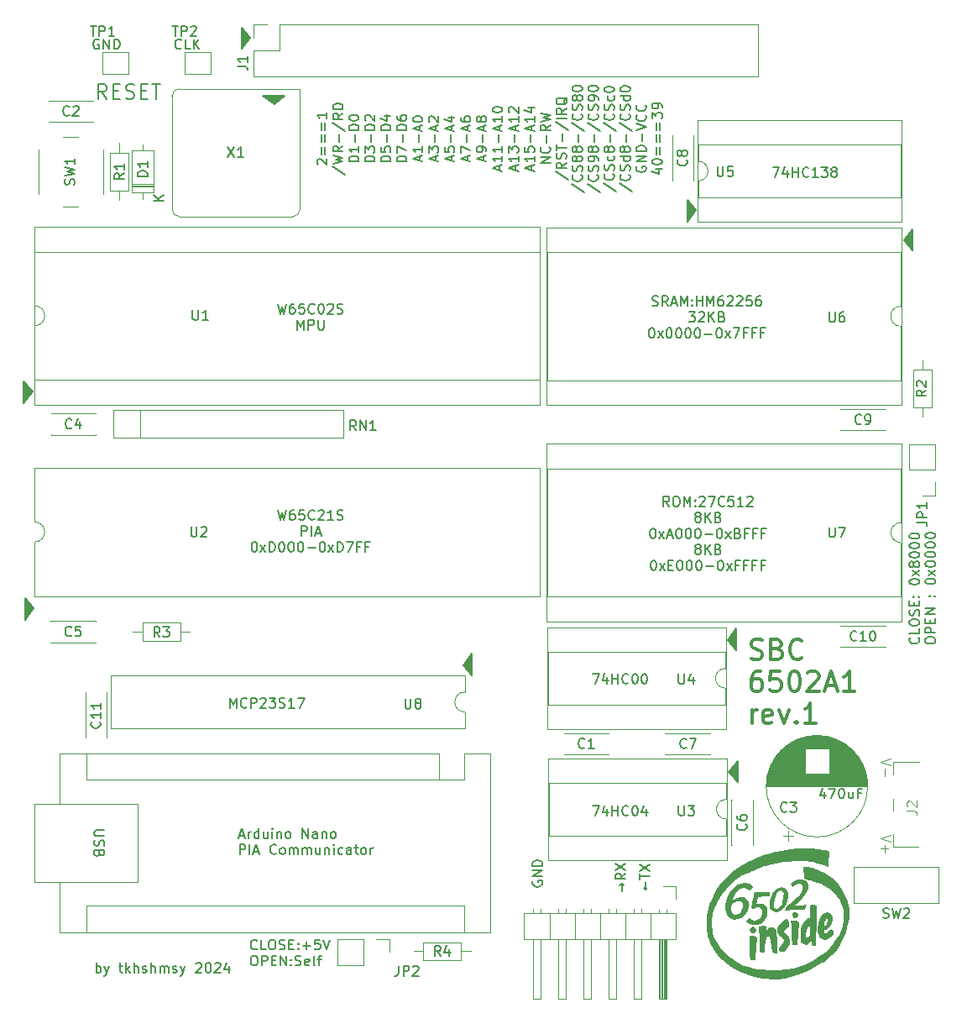
<source format=gto>
%TF.GenerationSoftware,KiCad,Pcbnew,7.0.10-7.0.10~ubuntu22.04.1*%
%TF.CreationDate,2024-04-10T12:24:55+09:00*%
%TF.ProjectId,sbc6502a1,73626336-3530-4326-9131-2e6b69636164,rev?*%
%TF.SameCoordinates,Original*%
%TF.FileFunction,Legend,Top*%
%TF.FilePolarity,Positive*%
%FSLAX46Y46*%
G04 Gerber Fmt 4.6, Leading zero omitted, Abs format (unit mm)*
G04 Created by KiCad (PCBNEW 7.0.10-7.0.10~ubuntu22.04.1) date 2024-04-10 12:24:55*
%MOMM*%
%LPD*%
G01*
G04 APERTURE LIST*
%ADD10C,0.150000*%
%ADD11C,0.300000*%
%ADD12C,0.200000*%
%ADD13C,0.100000*%
%ADD14C,0.120000*%
G04 APERTURE END LIST*
D10*
X99187000Y-50419000D02*
X98298000Y-51562000D01*
X98298000Y-49403000D01*
X99187000Y-50419000D01*
G36*
X99187000Y-50419000D02*
G01*
X98298000Y-51562000D01*
X98298000Y-49403000D01*
X99187000Y-50419000D01*
G37*
X121031000Y-54483000D02*
X120142000Y-53467000D01*
X121031000Y-52324000D01*
X121031000Y-54483000D01*
G36*
X121031000Y-54483000D02*
G01*
X120142000Y-53467000D01*
X121031000Y-52324000D01*
X121031000Y-54483000D01*
G37*
X103378000Y-108077000D02*
X102489000Y-107061000D01*
X103378000Y-105918000D01*
X103378000Y-108077000D01*
G36*
X103378000Y-108077000D02*
G01*
X102489000Y-107061000D01*
X103378000Y-105918000D01*
X103378000Y-108077000D01*
G37*
X103251000Y-94742000D02*
X102362000Y-93726000D01*
X103251000Y-92583000D01*
X103251000Y-94742000D01*
G36*
X103251000Y-94742000D02*
G01*
X102362000Y-93726000D01*
X103251000Y-92583000D01*
X103251000Y-94742000D01*
G37*
X76581000Y-97282000D02*
X75692000Y-96266000D01*
X76581000Y-95123000D01*
X76581000Y-97282000D01*
G36*
X76581000Y-97282000D02*
G01*
X75692000Y-96266000D01*
X76581000Y-95123000D01*
X76581000Y-97282000D01*
G37*
X32385000Y-90551000D02*
X31496000Y-91694000D01*
X31496000Y-89535000D01*
X32385000Y-90551000D01*
G36*
X32385000Y-90551000D02*
G01*
X31496000Y-91694000D01*
X31496000Y-89535000D01*
X32385000Y-90551000D01*
G37*
X32258000Y-68707000D02*
X31369000Y-69850000D01*
X31369000Y-67691000D01*
X32258000Y-68707000D01*
G36*
X32258000Y-68707000D02*
G01*
X31369000Y-69850000D01*
X31369000Y-67691000D01*
X32258000Y-68707000D01*
G37*
X54229000Y-33020000D02*
X53340000Y-34163000D01*
X53340000Y-32004000D01*
X54229000Y-33020000D01*
G36*
X54229000Y-33020000D02*
G01*
X53340000Y-34163000D01*
X53340000Y-32004000D01*
X54229000Y-33020000D01*
G37*
X56642000Y-39751000D02*
X55499000Y-38862000D01*
X57658000Y-38862000D01*
X56642000Y-39751000D01*
G36*
X56642000Y-39751000D02*
G01*
X55499000Y-38862000D01*
X57658000Y-38862000D01*
X56642000Y-39751000D01*
G37*
X38690779Y-127250819D02*
X38690779Y-126250819D01*
X38690779Y-126631771D02*
X38786017Y-126584152D01*
X38786017Y-126584152D02*
X38976493Y-126584152D01*
X38976493Y-126584152D02*
X39071731Y-126631771D01*
X39071731Y-126631771D02*
X39119350Y-126679390D01*
X39119350Y-126679390D02*
X39166969Y-126774628D01*
X39166969Y-126774628D02*
X39166969Y-127060342D01*
X39166969Y-127060342D02*
X39119350Y-127155580D01*
X39119350Y-127155580D02*
X39071731Y-127203200D01*
X39071731Y-127203200D02*
X38976493Y-127250819D01*
X38976493Y-127250819D02*
X38786017Y-127250819D01*
X38786017Y-127250819D02*
X38690779Y-127203200D01*
X39500303Y-126584152D02*
X39738398Y-127250819D01*
X39976493Y-126584152D02*
X39738398Y-127250819D01*
X39738398Y-127250819D02*
X39643160Y-127488914D01*
X39643160Y-127488914D02*
X39595541Y-127536533D01*
X39595541Y-127536533D02*
X39500303Y-127584152D01*
X40976494Y-126584152D02*
X41357446Y-126584152D01*
X41119351Y-126250819D02*
X41119351Y-127107961D01*
X41119351Y-127107961D02*
X41166970Y-127203200D01*
X41166970Y-127203200D02*
X41262208Y-127250819D01*
X41262208Y-127250819D02*
X41357446Y-127250819D01*
X41690780Y-127250819D02*
X41690780Y-126250819D01*
X41786018Y-126869866D02*
X42071732Y-127250819D01*
X42071732Y-126584152D02*
X41690780Y-126965104D01*
X42500304Y-127250819D02*
X42500304Y-126250819D01*
X42928875Y-127250819D02*
X42928875Y-126727009D01*
X42928875Y-126727009D02*
X42881256Y-126631771D01*
X42881256Y-126631771D02*
X42786018Y-126584152D01*
X42786018Y-126584152D02*
X42643161Y-126584152D01*
X42643161Y-126584152D02*
X42547923Y-126631771D01*
X42547923Y-126631771D02*
X42500304Y-126679390D01*
X43357447Y-127203200D02*
X43452685Y-127250819D01*
X43452685Y-127250819D02*
X43643161Y-127250819D01*
X43643161Y-127250819D02*
X43738399Y-127203200D01*
X43738399Y-127203200D02*
X43786018Y-127107961D01*
X43786018Y-127107961D02*
X43786018Y-127060342D01*
X43786018Y-127060342D02*
X43738399Y-126965104D01*
X43738399Y-126965104D02*
X43643161Y-126917485D01*
X43643161Y-126917485D02*
X43500304Y-126917485D01*
X43500304Y-126917485D02*
X43405066Y-126869866D01*
X43405066Y-126869866D02*
X43357447Y-126774628D01*
X43357447Y-126774628D02*
X43357447Y-126727009D01*
X43357447Y-126727009D02*
X43405066Y-126631771D01*
X43405066Y-126631771D02*
X43500304Y-126584152D01*
X43500304Y-126584152D02*
X43643161Y-126584152D01*
X43643161Y-126584152D02*
X43738399Y-126631771D01*
X44214590Y-127250819D02*
X44214590Y-126250819D01*
X44643161Y-127250819D02*
X44643161Y-126727009D01*
X44643161Y-126727009D02*
X44595542Y-126631771D01*
X44595542Y-126631771D02*
X44500304Y-126584152D01*
X44500304Y-126584152D02*
X44357447Y-126584152D01*
X44357447Y-126584152D02*
X44262209Y-126631771D01*
X44262209Y-126631771D02*
X44214590Y-126679390D01*
X45119352Y-127250819D02*
X45119352Y-126584152D01*
X45119352Y-126679390D02*
X45166971Y-126631771D01*
X45166971Y-126631771D02*
X45262209Y-126584152D01*
X45262209Y-126584152D02*
X45405066Y-126584152D01*
X45405066Y-126584152D02*
X45500304Y-126631771D01*
X45500304Y-126631771D02*
X45547923Y-126727009D01*
X45547923Y-126727009D02*
X45547923Y-127250819D01*
X45547923Y-126727009D02*
X45595542Y-126631771D01*
X45595542Y-126631771D02*
X45690780Y-126584152D01*
X45690780Y-126584152D02*
X45833637Y-126584152D01*
X45833637Y-126584152D02*
X45928876Y-126631771D01*
X45928876Y-126631771D02*
X45976495Y-126727009D01*
X45976495Y-126727009D02*
X45976495Y-127250819D01*
X46405066Y-127203200D02*
X46500304Y-127250819D01*
X46500304Y-127250819D02*
X46690780Y-127250819D01*
X46690780Y-127250819D02*
X46786018Y-127203200D01*
X46786018Y-127203200D02*
X46833637Y-127107961D01*
X46833637Y-127107961D02*
X46833637Y-127060342D01*
X46833637Y-127060342D02*
X46786018Y-126965104D01*
X46786018Y-126965104D02*
X46690780Y-126917485D01*
X46690780Y-126917485D02*
X46547923Y-126917485D01*
X46547923Y-126917485D02*
X46452685Y-126869866D01*
X46452685Y-126869866D02*
X46405066Y-126774628D01*
X46405066Y-126774628D02*
X46405066Y-126727009D01*
X46405066Y-126727009D02*
X46452685Y-126631771D01*
X46452685Y-126631771D02*
X46547923Y-126584152D01*
X46547923Y-126584152D02*
X46690780Y-126584152D01*
X46690780Y-126584152D02*
X46786018Y-126631771D01*
X47166971Y-126584152D02*
X47405066Y-127250819D01*
X47643161Y-126584152D02*
X47405066Y-127250819D01*
X47405066Y-127250819D02*
X47309828Y-127488914D01*
X47309828Y-127488914D02*
X47262209Y-127536533D01*
X47262209Y-127536533D02*
X47166971Y-127584152D01*
X48738400Y-126346057D02*
X48786019Y-126298438D01*
X48786019Y-126298438D02*
X48881257Y-126250819D01*
X48881257Y-126250819D02*
X49119352Y-126250819D01*
X49119352Y-126250819D02*
X49214590Y-126298438D01*
X49214590Y-126298438D02*
X49262209Y-126346057D01*
X49262209Y-126346057D02*
X49309828Y-126441295D01*
X49309828Y-126441295D02*
X49309828Y-126536533D01*
X49309828Y-126536533D02*
X49262209Y-126679390D01*
X49262209Y-126679390D02*
X48690781Y-127250819D01*
X48690781Y-127250819D02*
X49309828Y-127250819D01*
X49928876Y-126250819D02*
X50024114Y-126250819D01*
X50024114Y-126250819D02*
X50119352Y-126298438D01*
X50119352Y-126298438D02*
X50166971Y-126346057D01*
X50166971Y-126346057D02*
X50214590Y-126441295D01*
X50214590Y-126441295D02*
X50262209Y-126631771D01*
X50262209Y-126631771D02*
X50262209Y-126869866D01*
X50262209Y-126869866D02*
X50214590Y-127060342D01*
X50214590Y-127060342D02*
X50166971Y-127155580D01*
X50166971Y-127155580D02*
X50119352Y-127203200D01*
X50119352Y-127203200D02*
X50024114Y-127250819D01*
X50024114Y-127250819D02*
X49928876Y-127250819D01*
X49928876Y-127250819D02*
X49833638Y-127203200D01*
X49833638Y-127203200D02*
X49786019Y-127155580D01*
X49786019Y-127155580D02*
X49738400Y-127060342D01*
X49738400Y-127060342D02*
X49690781Y-126869866D01*
X49690781Y-126869866D02*
X49690781Y-126631771D01*
X49690781Y-126631771D02*
X49738400Y-126441295D01*
X49738400Y-126441295D02*
X49786019Y-126346057D01*
X49786019Y-126346057D02*
X49833638Y-126298438D01*
X49833638Y-126298438D02*
X49928876Y-126250819D01*
X50643162Y-126346057D02*
X50690781Y-126298438D01*
X50690781Y-126298438D02*
X50786019Y-126250819D01*
X50786019Y-126250819D02*
X51024114Y-126250819D01*
X51024114Y-126250819D02*
X51119352Y-126298438D01*
X51119352Y-126298438D02*
X51166971Y-126346057D01*
X51166971Y-126346057D02*
X51214590Y-126441295D01*
X51214590Y-126441295D02*
X51214590Y-126536533D01*
X51214590Y-126536533D02*
X51166971Y-126679390D01*
X51166971Y-126679390D02*
X50595543Y-127250819D01*
X50595543Y-127250819D02*
X51214590Y-127250819D01*
X52071733Y-126584152D02*
X52071733Y-127250819D01*
X51833638Y-126203200D02*
X51595543Y-126917485D01*
X51595543Y-126917485D02*
X52214590Y-126917485D01*
X96476038Y-80247019D02*
X96142705Y-79770828D01*
X95904610Y-80247019D02*
X95904610Y-79247019D01*
X95904610Y-79247019D02*
X96285562Y-79247019D01*
X96285562Y-79247019D02*
X96380800Y-79294638D01*
X96380800Y-79294638D02*
X96428419Y-79342257D01*
X96428419Y-79342257D02*
X96476038Y-79437495D01*
X96476038Y-79437495D02*
X96476038Y-79580352D01*
X96476038Y-79580352D02*
X96428419Y-79675590D01*
X96428419Y-79675590D02*
X96380800Y-79723209D01*
X96380800Y-79723209D02*
X96285562Y-79770828D01*
X96285562Y-79770828D02*
X95904610Y-79770828D01*
X97095086Y-79247019D02*
X97285562Y-79247019D01*
X97285562Y-79247019D02*
X97380800Y-79294638D01*
X97380800Y-79294638D02*
X97476038Y-79389876D01*
X97476038Y-79389876D02*
X97523657Y-79580352D01*
X97523657Y-79580352D02*
X97523657Y-79913685D01*
X97523657Y-79913685D02*
X97476038Y-80104161D01*
X97476038Y-80104161D02*
X97380800Y-80199400D01*
X97380800Y-80199400D02*
X97285562Y-80247019D01*
X97285562Y-80247019D02*
X97095086Y-80247019D01*
X97095086Y-80247019D02*
X96999848Y-80199400D01*
X96999848Y-80199400D02*
X96904610Y-80104161D01*
X96904610Y-80104161D02*
X96856991Y-79913685D01*
X96856991Y-79913685D02*
X96856991Y-79580352D01*
X96856991Y-79580352D02*
X96904610Y-79389876D01*
X96904610Y-79389876D02*
X96999848Y-79294638D01*
X96999848Y-79294638D02*
X97095086Y-79247019D01*
X97952229Y-80247019D02*
X97952229Y-79247019D01*
X97952229Y-79247019D02*
X98285562Y-79961304D01*
X98285562Y-79961304D02*
X98618895Y-79247019D01*
X98618895Y-79247019D02*
X98618895Y-80247019D01*
X99095086Y-80151780D02*
X99142705Y-80199400D01*
X99142705Y-80199400D02*
X99095086Y-80247019D01*
X99095086Y-80247019D02*
X99047467Y-80199400D01*
X99047467Y-80199400D02*
X99095086Y-80151780D01*
X99095086Y-80151780D02*
X99095086Y-80247019D01*
X99095086Y-79627971D02*
X99142705Y-79675590D01*
X99142705Y-79675590D02*
X99095086Y-79723209D01*
X99095086Y-79723209D02*
X99047467Y-79675590D01*
X99047467Y-79675590D02*
X99095086Y-79627971D01*
X99095086Y-79627971D02*
X99095086Y-79723209D01*
X99523657Y-79342257D02*
X99571276Y-79294638D01*
X99571276Y-79294638D02*
X99666514Y-79247019D01*
X99666514Y-79247019D02*
X99904609Y-79247019D01*
X99904609Y-79247019D02*
X99999847Y-79294638D01*
X99999847Y-79294638D02*
X100047466Y-79342257D01*
X100047466Y-79342257D02*
X100095085Y-79437495D01*
X100095085Y-79437495D02*
X100095085Y-79532733D01*
X100095085Y-79532733D02*
X100047466Y-79675590D01*
X100047466Y-79675590D02*
X99476038Y-80247019D01*
X99476038Y-80247019D02*
X100095085Y-80247019D01*
X100428419Y-79247019D02*
X101095085Y-79247019D01*
X101095085Y-79247019D02*
X100666514Y-80247019D01*
X102047466Y-80151780D02*
X101999847Y-80199400D01*
X101999847Y-80199400D02*
X101856990Y-80247019D01*
X101856990Y-80247019D02*
X101761752Y-80247019D01*
X101761752Y-80247019D02*
X101618895Y-80199400D01*
X101618895Y-80199400D02*
X101523657Y-80104161D01*
X101523657Y-80104161D02*
X101476038Y-80008923D01*
X101476038Y-80008923D02*
X101428419Y-79818447D01*
X101428419Y-79818447D02*
X101428419Y-79675590D01*
X101428419Y-79675590D02*
X101476038Y-79485114D01*
X101476038Y-79485114D02*
X101523657Y-79389876D01*
X101523657Y-79389876D02*
X101618895Y-79294638D01*
X101618895Y-79294638D02*
X101761752Y-79247019D01*
X101761752Y-79247019D02*
X101856990Y-79247019D01*
X101856990Y-79247019D02*
X101999847Y-79294638D01*
X101999847Y-79294638D02*
X102047466Y-79342257D01*
X102952228Y-79247019D02*
X102476038Y-79247019D01*
X102476038Y-79247019D02*
X102428419Y-79723209D01*
X102428419Y-79723209D02*
X102476038Y-79675590D01*
X102476038Y-79675590D02*
X102571276Y-79627971D01*
X102571276Y-79627971D02*
X102809371Y-79627971D01*
X102809371Y-79627971D02*
X102904609Y-79675590D01*
X102904609Y-79675590D02*
X102952228Y-79723209D01*
X102952228Y-79723209D02*
X102999847Y-79818447D01*
X102999847Y-79818447D02*
X102999847Y-80056542D01*
X102999847Y-80056542D02*
X102952228Y-80151780D01*
X102952228Y-80151780D02*
X102904609Y-80199400D01*
X102904609Y-80199400D02*
X102809371Y-80247019D01*
X102809371Y-80247019D02*
X102571276Y-80247019D01*
X102571276Y-80247019D02*
X102476038Y-80199400D01*
X102476038Y-80199400D02*
X102428419Y-80151780D01*
X103952228Y-80247019D02*
X103380800Y-80247019D01*
X103666514Y-80247019D02*
X103666514Y-79247019D01*
X103666514Y-79247019D02*
X103571276Y-79389876D01*
X103571276Y-79389876D02*
X103476038Y-79485114D01*
X103476038Y-79485114D02*
X103380800Y-79532733D01*
X104333181Y-79342257D02*
X104380800Y-79294638D01*
X104380800Y-79294638D02*
X104476038Y-79247019D01*
X104476038Y-79247019D02*
X104714133Y-79247019D01*
X104714133Y-79247019D02*
X104809371Y-79294638D01*
X104809371Y-79294638D02*
X104856990Y-79342257D01*
X104856990Y-79342257D02*
X104904609Y-79437495D01*
X104904609Y-79437495D02*
X104904609Y-79532733D01*
X104904609Y-79532733D02*
X104856990Y-79675590D01*
X104856990Y-79675590D02*
X104285562Y-80247019D01*
X104285562Y-80247019D02*
X104904609Y-80247019D01*
X99285562Y-81285590D02*
X99190324Y-81237971D01*
X99190324Y-81237971D02*
X99142705Y-81190352D01*
X99142705Y-81190352D02*
X99095086Y-81095114D01*
X99095086Y-81095114D02*
X99095086Y-81047495D01*
X99095086Y-81047495D02*
X99142705Y-80952257D01*
X99142705Y-80952257D02*
X99190324Y-80904638D01*
X99190324Y-80904638D02*
X99285562Y-80857019D01*
X99285562Y-80857019D02*
X99476038Y-80857019D01*
X99476038Y-80857019D02*
X99571276Y-80904638D01*
X99571276Y-80904638D02*
X99618895Y-80952257D01*
X99618895Y-80952257D02*
X99666514Y-81047495D01*
X99666514Y-81047495D02*
X99666514Y-81095114D01*
X99666514Y-81095114D02*
X99618895Y-81190352D01*
X99618895Y-81190352D02*
X99571276Y-81237971D01*
X99571276Y-81237971D02*
X99476038Y-81285590D01*
X99476038Y-81285590D02*
X99285562Y-81285590D01*
X99285562Y-81285590D02*
X99190324Y-81333209D01*
X99190324Y-81333209D02*
X99142705Y-81380828D01*
X99142705Y-81380828D02*
X99095086Y-81476066D01*
X99095086Y-81476066D02*
X99095086Y-81666542D01*
X99095086Y-81666542D02*
X99142705Y-81761780D01*
X99142705Y-81761780D02*
X99190324Y-81809400D01*
X99190324Y-81809400D02*
X99285562Y-81857019D01*
X99285562Y-81857019D02*
X99476038Y-81857019D01*
X99476038Y-81857019D02*
X99571276Y-81809400D01*
X99571276Y-81809400D02*
X99618895Y-81761780D01*
X99618895Y-81761780D02*
X99666514Y-81666542D01*
X99666514Y-81666542D02*
X99666514Y-81476066D01*
X99666514Y-81476066D02*
X99618895Y-81380828D01*
X99618895Y-81380828D02*
X99571276Y-81333209D01*
X99571276Y-81333209D02*
X99476038Y-81285590D01*
X100095086Y-81857019D02*
X100095086Y-80857019D01*
X100666514Y-81857019D02*
X100237943Y-81285590D01*
X100666514Y-80857019D02*
X100095086Y-81428447D01*
X101428419Y-81333209D02*
X101571276Y-81380828D01*
X101571276Y-81380828D02*
X101618895Y-81428447D01*
X101618895Y-81428447D02*
X101666514Y-81523685D01*
X101666514Y-81523685D02*
X101666514Y-81666542D01*
X101666514Y-81666542D02*
X101618895Y-81761780D01*
X101618895Y-81761780D02*
X101571276Y-81809400D01*
X101571276Y-81809400D02*
X101476038Y-81857019D01*
X101476038Y-81857019D02*
X101095086Y-81857019D01*
X101095086Y-81857019D02*
X101095086Y-80857019D01*
X101095086Y-80857019D02*
X101428419Y-80857019D01*
X101428419Y-80857019D02*
X101523657Y-80904638D01*
X101523657Y-80904638D02*
X101571276Y-80952257D01*
X101571276Y-80952257D02*
X101618895Y-81047495D01*
X101618895Y-81047495D02*
X101618895Y-81142733D01*
X101618895Y-81142733D02*
X101571276Y-81237971D01*
X101571276Y-81237971D02*
X101523657Y-81285590D01*
X101523657Y-81285590D02*
X101428419Y-81333209D01*
X101428419Y-81333209D02*
X101095086Y-81333209D01*
X94785561Y-82467019D02*
X94880799Y-82467019D01*
X94880799Y-82467019D02*
X94976037Y-82514638D01*
X94976037Y-82514638D02*
X95023656Y-82562257D01*
X95023656Y-82562257D02*
X95071275Y-82657495D01*
X95071275Y-82657495D02*
X95118894Y-82847971D01*
X95118894Y-82847971D02*
X95118894Y-83086066D01*
X95118894Y-83086066D02*
X95071275Y-83276542D01*
X95071275Y-83276542D02*
X95023656Y-83371780D01*
X95023656Y-83371780D02*
X94976037Y-83419400D01*
X94976037Y-83419400D02*
X94880799Y-83467019D01*
X94880799Y-83467019D02*
X94785561Y-83467019D01*
X94785561Y-83467019D02*
X94690323Y-83419400D01*
X94690323Y-83419400D02*
X94642704Y-83371780D01*
X94642704Y-83371780D02*
X94595085Y-83276542D01*
X94595085Y-83276542D02*
X94547466Y-83086066D01*
X94547466Y-83086066D02*
X94547466Y-82847971D01*
X94547466Y-82847971D02*
X94595085Y-82657495D01*
X94595085Y-82657495D02*
X94642704Y-82562257D01*
X94642704Y-82562257D02*
X94690323Y-82514638D01*
X94690323Y-82514638D02*
X94785561Y-82467019D01*
X95452228Y-83467019D02*
X95976037Y-82800352D01*
X95452228Y-82800352D02*
X95976037Y-83467019D01*
X96309371Y-83181304D02*
X96785561Y-83181304D01*
X96214133Y-83467019D02*
X96547466Y-82467019D01*
X96547466Y-82467019D02*
X96880799Y-83467019D01*
X97404609Y-82467019D02*
X97499847Y-82467019D01*
X97499847Y-82467019D02*
X97595085Y-82514638D01*
X97595085Y-82514638D02*
X97642704Y-82562257D01*
X97642704Y-82562257D02*
X97690323Y-82657495D01*
X97690323Y-82657495D02*
X97737942Y-82847971D01*
X97737942Y-82847971D02*
X97737942Y-83086066D01*
X97737942Y-83086066D02*
X97690323Y-83276542D01*
X97690323Y-83276542D02*
X97642704Y-83371780D01*
X97642704Y-83371780D02*
X97595085Y-83419400D01*
X97595085Y-83419400D02*
X97499847Y-83467019D01*
X97499847Y-83467019D02*
X97404609Y-83467019D01*
X97404609Y-83467019D02*
X97309371Y-83419400D01*
X97309371Y-83419400D02*
X97261752Y-83371780D01*
X97261752Y-83371780D02*
X97214133Y-83276542D01*
X97214133Y-83276542D02*
X97166514Y-83086066D01*
X97166514Y-83086066D02*
X97166514Y-82847971D01*
X97166514Y-82847971D02*
X97214133Y-82657495D01*
X97214133Y-82657495D02*
X97261752Y-82562257D01*
X97261752Y-82562257D02*
X97309371Y-82514638D01*
X97309371Y-82514638D02*
X97404609Y-82467019D01*
X98356990Y-82467019D02*
X98452228Y-82467019D01*
X98452228Y-82467019D02*
X98547466Y-82514638D01*
X98547466Y-82514638D02*
X98595085Y-82562257D01*
X98595085Y-82562257D02*
X98642704Y-82657495D01*
X98642704Y-82657495D02*
X98690323Y-82847971D01*
X98690323Y-82847971D02*
X98690323Y-83086066D01*
X98690323Y-83086066D02*
X98642704Y-83276542D01*
X98642704Y-83276542D02*
X98595085Y-83371780D01*
X98595085Y-83371780D02*
X98547466Y-83419400D01*
X98547466Y-83419400D02*
X98452228Y-83467019D01*
X98452228Y-83467019D02*
X98356990Y-83467019D01*
X98356990Y-83467019D02*
X98261752Y-83419400D01*
X98261752Y-83419400D02*
X98214133Y-83371780D01*
X98214133Y-83371780D02*
X98166514Y-83276542D01*
X98166514Y-83276542D02*
X98118895Y-83086066D01*
X98118895Y-83086066D02*
X98118895Y-82847971D01*
X98118895Y-82847971D02*
X98166514Y-82657495D01*
X98166514Y-82657495D02*
X98214133Y-82562257D01*
X98214133Y-82562257D02*
X98261752Y-82514638D01*
X98261752Y-82514638D02*
X98356990Y-82467019D01*
X99309371Y-82467019D02*
X99404609Y-82467019D01*
X99404609Y-82467019D02*
X99499847Y-82514638D01*
X99499847Y-82514638D02*
X99547466Y-82562257D01*
X99547466Y-82562257D02*
X99595085Y-82657495D01*
X99595085Y-82657495D02*
X99642704Y-82847971D01*
X99642704Y-82847971D02*
X99642704Y-83086066D01*
X99642704Y-83086066D02*
X99595085Y-83276542D01*
X99595085Y-83276542D02*
X99547466Y-83371780D01*
X99547466Y-83371780D02*
X99499847Y-83419400D01*
X99499847Y-83419400D02*
X99404609Y-83467019D01*
X99404609Y-83467019D02*
X99309371Y-83467019D01*
X99309371Y-83467019D02*
X99214133Y-83419400D01*
X99214133Y-83419400D02*
X99166514Y-83371780D01*
X99166514Y-83371780D02*
X99118895Y-83276542D01*
X99118895Y-83276542D02*
X99071276Y-83086066D01*
X99071276Y-83086066D02*
X99071276Y-82847971D01*
X99071276Y-82847971D02*
X99118895Y-82657495D01*
X99118895Y-82657495D02*
X99166514Y-82562257D01*
X99166514Y-82562257D02*
X99214133Y-82514638D01*
X99214133Y-82514638D02*
X99309371Y-82467019D01*
X100071276Y-83086066D02*
X100833181Y-83086066D01*
X101499847Y-82467019D02*
X101595085Y-82467019D01*
X101595085Y-82467019D02*
X101690323Y-82514638D01*
X101690323Y-82514638D02*
X101737942Y-82562257D01*
X101737942Y-82562257D02*
X101785561Y-82657495D01*
X101785561Y-82657495D02*
X101833180Y-82847971D01*
X101833180Y-82847971D02*
X101833180Y-83086066D01*
X101833180Y-83086066D02*
X101785561Y-83276542D01*
X101785561Y-83276542D02*
X101737942Y-83371780D01*
X101737942Y-83371780D02*
X101690323Y-83419400D01*
X101690323Y-83419400D02*
X101595085Y-83467019D01*
X101595085Y-83467019D02*
X101499847Y-83467019D01*
X101499847Y-83467019D02*
X101404609Y-83419400D01*
X101404609Y-83419400D02*
X101356990Y-83371780D01*
X101356990Y-83371780D02*
X101309371Y-83276542D01*
X101309371Y-83276542D02*
X101261752Y-83086066D01*
X101261752Y-83086066D02*
X101261752Y-82847971D01*
X101261752Y-82847971D02*
X101309371Y-82657495D01*
X101309371Y-82657495D02*
X101356990Y-82562257D01*
X101356990Y-82562257D02*
X101404609Y-82514638D01*
X101404609Y-82514638D02*
X101499847Y-82467019D01*
X102166514Y-83467019D02*
X102690323Y-82800352D01*
X102166514Y-82800352D02*
X102690323Y-83467019D01*
X103404609Y-82943209D02*
X103547466Y-82990828D01*
X103547466Y-82990828D02*
X103595085Y-83038447D01*
X103595085Y-83038447D02*
X103642704Y-83133685D01*
X103642704Y-83133685D02*
X103642704Y-83276542D01*
X103642704Y-83276542D02*
X103595085Y-83371780D01*
X103595085Y-83371780D02*
X103547466Y-83419400D01*
X103547466Y-83419400D02*
X103452228Y-83467019D01*
X103452228Y-83467019D02*
X103071276Y-83467019D01*
X103071276Y-83467019D02*
X103071276Y-82467019D01*
X103071276Y-82467019D02*
X103404609Y-82467019D01*
X103404609Y-82467019D02*
X103499847Y-82514638D01*
X103499847Y-82514638D02*
X103547466Y-82562257D01*
X103547466Y-82562257D02*
X103595085Y-82657495D01*
X103595085Y-82657495D02*
X103595085Y-82752733D01*
X103595085Y-82752733D02*
X103547466Y-82847971D01*
X103547466Y-82847971D02*
X103499847Y-82895590D01*
X103499847Y-82895590D02*
X103404609Y-82943209D01*
X103404609Y-82943209D02*
X103071276Y-82943209D01*
X104404609Y-82943209D02*
X104071276Y-82943209D01*
X104071276Y-83467019D02*
X104071276Y-82467019D01*
X104071276Y-82467019D02*
X104547466Y-82467019D01*
X105261752Y-82943209D02*
X104928419Y-82943209D01*
X104928419Y-83467019D02*
X104928419Y-82467019D01*
X104928419Y-82467019D02*
X105404609Y-82467019D01*
X106118895Y-82943209D02*
X105785562Y-82943209D01*
X105785562Y-83467019D02*
X105785562Y-82467019D01*
X105785562Y-82467019D02*
X106261752Y-82467019D01*
X99285562Y-84505590D02*
X99190324Y-84457971D01*
X99190324Y-84457971D02*
X99142705Y-84410352D01*
X99142705Y-84410352D02*
X99095086Y-84315114D01*
X99095086Y-84315114D02*
X99095086Y-84267495D01*
X99095086Y-84267495D02*
X99142705Y-84172257D01*
X99142705Y-84172257D02*
X99190324Y-84124638D01*
X99190324Y-84124638D02*
X99285562Y-84077019D01*
X99285562Y-84077019D02*
X99476038Y-84077019D01*
X99476038Y-84077019D02*
X99571276Y-84124638D01*
X99571276Y-84124638D02*
X99618895Y-84172257D01*
X99618895Y-84172257D02*
X99666514Y-84267495D01*
X99666514Y-84267495D02*
X99666514Y-84315114D01*
X99666514Y-84315114D02*
X99618895Y-84410352D01*
X99618895Y-84410352D02*
X99571276Y-84457971D01*
X99571276Y-84457971D02*
X99476038Y-84505590D01*
X99476038Y-84505590D02*
X99285562Y-84505590D01*
X99285562Y-84505590D02*
X99190324Y-84553209D01*
X99190324Y-84553209D02*
X99142705Y-84600828D01*
X99142705Y-84600828D02*
X99095086Y-84696066D01*
X99095086Y-84696066D02*
X99095086Y-84886542D01*
X99095086Y-84886542D02*
X99142705Y-84981780D01*
X99142705Y-84981780D02*
X99190324Y-85029400D01*
X99190324Y-85029400D02*
X99285562Y-85077019D01*
X99285562Y-85077019D02*
X99476038Y-85077019D01*
X99476038Y-85077019D02*
X99571276Y-85029400D01*
X99571276Y-85029400D02*
X99618895Y-84981780D01*
X99618895Y-84981780D02*
X99666514Y-84886542D01*
X99666514Y-84886542D02*
X99666514Y-84696066D01*
X99666514Y-84696066D02*
X99618895Y-84600828D01*
X99618895Y-84600828D02*
X99571276Y-84553209D01*
X99571276Y-84553209D02*
X99476038Y-84505590D01*
X100095086Y-85077019D02*
X100095086Y-84077019D01*
X100666514Y-85077019D02*
X100237943Y-84505590D01*
X100666514Y-84077019D02*
X100095086Y-84648447D01*
X101428419Y-84553209D02*
X101571276Y-84600828D01*
X101571276Y-84600828D02*
X101618895Y-84648447D01*
X101618895Y-84648447D02*
X101666514Y-84743685D01*
X101666514Y-84743685D02*
X101666514Y-84886542D01*
X101666514Y-84886542D02*
X101618895Y-84981780D01*
X101618895Y-84981780D02*
X101571276Y-85029400D01*
X101571276Y-85029400D02*
X101476038Y-85077019D01*
X101476038Y-85077019D02*
X101095086Y-85077019D01*
X101095086Y-85077019D02*
X101095086Y-84077019D01*
X101095086Y-84077019D02*
X101428419Y-84077019D01*
X101428419Y-84077019D02*
X101523657Y-84124638D01*
X101523657Y-84124638D02*
X101571276Y-84172257D01*
X101571276Y-84172257D02*
X101618895Y-84267495D01*
X101618895Y-84267495D02*
X101618895Y-84362733D01*
X101618895Y-84362733D02*
X101571276Y-84457971D01*
X101571276Y-84457971D02*
X101523657Y-84505590D01*
X101523657Y-84505590D02*
X101428419Y-84553209D01*
X101428419Y-84553209D02*
X101095086Y-84553209D01*
X94833180Y-85687019D02*
X94928418Y-85687019D01*
X94928418Y-85687019D02*
X95023656Y-85734638D01*
X95023656Y-85734638D02*
X95071275Y-85782257D01*
X95071275Y-85782257D02*
X95118894Y-85877495D01*
X95118894Y-85877495D02*
X95166513Y-86067971D01*
X95166513Y-86067971D02*
X95166513Y-86306066D01*
X95166513Y-86306066D02*
X95118894Y-86496542D01*
X95118894Y-86496542D02*
X95071275Y-86591780D01*
X95071275Y-86591780D02*
X95023656Y-86639400D01*
X95023656Y-86639400D02*
X94928418Y-86687019D01*
X94928418Y-86687019D02*
X94833180Y-86687019D01*
X94833180Y-86687019D02*
X94737942Y-86639400D01*
X94737942Y-86639400D02*
X94690323Y-86591780D01*
X94690323Y-86591780D02*
X94642704Y-86496542D01*
X94642704Y-86496542D02*
X94595085Y-86306066D01*
X94595085Y-86306066D02*
X94595085Y-86067971D01*
X94595085Y-86067971D02*
X94642704Y-85877495D01*
X94642704Y-85877495D02*
X94690323Y-85782257D01*
X94690323Y-85782257D02*
X94737942Y-85734638D01*
X94737942Y-85734638D02*
X94833180Y-85687019D01*
X95499847Y-86687019D02*
X96023656Y-86020352D01*
X95499847Y-86020352D02*
X96023656Y-86687019D01*
X96404609Y-86163209D02*
X96737942Y-86163209D01*
X96880799Y-86687019D02*
X96404609Y-86687019D01*
X96404609Y-86687019D02*
X96404609Y-85687019D01*
X96404609Y-85687019D02*
X96880799Y-85687019D01*
X97499847Y-85687019D02*
X97595085Y-85687019D01*
X97595085Y-85687019D02*
X97690323Y-85734638D01*
X97690323Y-85734638D02*
X97737942Y-85782257D01*
X97737942Y-85782257D02*
X97785561Y-85877495D01*
X97785561Y-85877495D02*
X97833180Y-86067971D01*
X97833180Y-86067971D02*
X97833180Y-86306066D01*
X97833180Y-86306066D02*
X97785561Y-86496542D01*
X97785561Y-86496542D02*
X97737942Y-86591780D01*
X97737942Y-86591780D02*
X97690323Y-86639400D01*
X97690323Y-86639400D02*
X97595085Y-86687019D01*
X97595085Y-86687019D02*
X97499847Y-86687019D01*
X97499847Y-86687019D02*
X97404609Y-86639400D01*
X97404609Y-86639400D02*
X97356990Y-86591780D01*
X97356990Y-86591780D02*
X97309371Y-86496542D01*
X97309371Y-86496542D02*
X97261752Y-86306066D01*
X97261752Y-86306066D02*
X97261752Y-86067971D01*
X97261752Y-86067971D02*
X97309371Y-85877495D01*
X97309371Y-85877495D02*
X97356990Y-85782257D01*
X97356990Y-85782257D02*
X97404609Y-85734638D01*
X97404609Y-85734638D02*
X97499847Y-85687019D01*
X98452228Y-85687019D02*
X98547466Y-85687019D01*
X98547466Y-85687019D02*
X98642704Y-85734638D01*
X98642704Y-85734638D02*
X98690323Y-85782257D01*
X98690323Y-85782257D02*
X98737942Y-85877495D01*
X98737942Y-85877495D02*
X98785561Y-86067971D01*
X98785561Y-86067971D02*
X98785561Y-86306066D01*
X98785561Y-86306066D02*
X98737942Y-86496542D01*
X98737942Y-86496542D02*
X98690323Y-86591780D01*
X98690323Y-86591780D02*
X98642704Y-86639400D01*
X98642704Y-86639400D02*
X98547466Y-86687019D01*
X98547466Y-86687019D02*
X98452228Y-86687019D01*
X98452228Y-86687019D02*
X98356990Y-86639400D01*
X98356990Y-86639400D02*
X98309371Y-86591780D01*
X98309371Y-86591780D02*
X98261752Y-86496542D01*
X98261752Y-86496542D02*
X98214133Y-86306066D01*
X98214133Y-86306066D02*
X98214133Y-86067971D01*
X98214133Y-86067971D02*
X98261752Y-85877495D01*
X98261752Y-85877495D02*
X98309371Y-85782257D01*
X98309371Y-85782257D02*
X98356990Y-85734638D01*
X98356990Y-85734638D02*
X98452228Y-85687019D01*
X99404609Y-85687019D02*
X99499847Y-85687019D01*
X99499847Y-85687019D02*
X99595085Y-85734638D01*
X99595085Y-85734638D02*
X99642704Y-85782257D01*
X99642704Y-85782257D02*
X99690323Y-85877495D01*
X99690323Y-85877495D02*
X99737942Y-86067971D01*
X99737942Y-86067971D02*
X99737942Y-86306066D01*
X99737942Y-86306066D02*
X99690323Y-86496542D01*
X99690323Y-86496542D02*
X99642704Y-86591780D01*
X99642704Y-86591780D02*
X99595085Y-86639400D01*
X99595085Y-86639400D02*
X99499847Y-86687019D01*
X99499847Y-86687019D02*
X99404609Y-86687019D01*
X99404609Y-86687019D02*
X99309371Y-86639400D01*
X99309371Y-86639400D02*
X99261752Y-86591780D01*
X99261752Y-86591780D02*
X99214133Y-86496542D01*
X99214133Y-86496542D02*
X99166514Y-86306066D01*
X99166514Y-86306066D02*
X99166514Y-86067971D01*
X99166514Y-86067971D02*
X99214133Y-85877495D01*
X99214133Y-85877495D02*
X99261752Y-85782257D01*
X99261752Y-85782257D02*
X99309371Y-85734638D01*
X99309371Y-85734638D02*
X99404609Y-85687019D01*
X100166514Y-86306066D02*
X100928419Y-86306066D01*
X101595085Y-85687019D02*
X101690323Y-85687019D01*
X101690323Y-85687019D02*
X101785561Y-85734638D01*
X101785561Y-85734638D02*
X101833180Y-85782257D01*
X101833180Y-85782257D02*
X101880799Y-85877495D01*
X101880799Y-85877495D02*
X101928418Y-86067971D01*
X101928418Y-86067971D02*
X101928418Y-86306066D01*
X101928418Y-86306066D02*
X101880799Y-86496542D01*
X101880799Y-86496542D02*
X101833180Y-86591780D01*
X101833180Y-86591780D02*
X101785561Y-86639400D01*
X101785561Y-86639400D02*
X101690323Y-86687019D01*
X101690323Y-86687019D02*
X101595085Y-86687019D01*
X101595085Y-86687019D02*
X101499847Y-86639400D01*
X101499847Y-86639400D02*
X101452228Y-86591780D01*
X101452228Y-86591780D02*
X101404609Y-86496542D01*
X101404609Y-86496542D02*
X101356990Y-86306066D01*
X101356990Y-86306066D02*
X101356990Y-86067971D01*
X101356990Y-86067971D02*
X101404609Y-85877495D01*
X101404609Y-85877495D02*
X101452228Y-85782257D01*
X101452228Y-85782257D02*
X101499847Y-85734638D01*
X101499847Y-85734638D02*
X101595085Y-85687019D01*
X102261752Y-86687019D02*
X102785561Y-86020352D01*
X102261752Y-86020352D02*
X102785561Y-86687019D01*
X103499847Y-86163209D02*
X103166514Y-86163209D01*
X103166514Y-86687019D02*
X103166514Y-85687019D01*
X103166514Y-85687019D02*
X103642704Y-85687019D01*
X104356990Y-86163209D02*
X104023657Y-86163209D01*
X104023657Y-86687019D02*
X104023657Y-85687019D01*
X104023657Y-85687019D02*
X104499847Y-85687019D01*
X105214133Y-86163209D02*
X104880800Y-86163209D01*
X104880800Y-86687019D02*
X104880800Y-85687019D01*
X104880800Y-85687019D02*
X105356990Y-85687019D01*
X106071276Y-86163209D02*
X105737943Y-86163209D01*
X105737943Y-86687019D02*
X105737943Y-85687019D01*
X105737943Y-85687019D02*
X106214133Y-85687019D01*
X56990076Y-59845419D02*
X57228171Y-60845419D01*
X57228171Y-60845419D02*
X57418647Y-60131133D01*
X57418647Y-60131133D02*
X57609123Y-60845419D01*
X57609123Y-60845419D02*
X57847219Y-59845419D01*
X58656742Y-59845419D02*
X58466266Y-59845419D01*
X58466266Y-59845419D02*
X58371028Y-59893038D01*
X58371028Y-59893038D02*
X58323409Y-59940657D01*
X58323409Y-59940657D02*
X58228171Y-60083514D01*
X58228171Y-60083514D02*
X58180552Y-60273990D01*
X58180552Y-60273990D02*
X58180552Y-60654942D01*
X58180552Y-60654942D02*
X58228171Y-60750180D01*
X58228171Y-60750180D02*
X58275790Y-60797800D01*
X58275790Y-60797800D02*
X58371028Y-60845419D01*
X58371028Y-60845419D02*
X58561504Y-60845419D01*
X58561504Y-60845419D02*
X58656742Y-60797800D01*
X58656742Y-60797800D02*
X58704361Y-60750180D01*
X58704361Y-60750180D02*
X58751980Y-60654942D01*
X58751980Y-60654942D02*
X58751980Y-60416847D01*
X58751980Y-60416847D02*
X58704361Y-60321609D01*
X58704361Y-60321609D02*
X58656742Y-60273990D01*
X58656742Y-60273990D02*
X58561504Y-60226371D01*
X58561504Y-60226371D02*
X58371028Y-60226371D01*
X58371028Y-60226371D02*
X58275790Y-60273990D01*
X58275790Y-60273990D02*
X58228171Y-60321609D01*
X58228171Y-60321609D02*
X58180552Y-60416847D01*
X59656742Y-59845419D02*
X59180552Y-59845419D01*
X59180552Y-59845419D02*
X59132933Y-60321609D01*
X59132933Y-60321609D02*
X59180552Y-60273990D01*
X59180552Y-60273990D02*
X59275790Y-60226371D01*
X59275790Y-60226371D02*
X59513885Y-60226371D01*
X59513885Y-60226371D02*
X59609123Y-60273990D01*
X59609123Y-60273990D02*
X59656742Y-60321609D01*
X59656742Y-60321609D02*
X59704361Y-60416847D01*
X59704361Y-60416847D02*
X59704361Y-60654942D01*
X59704361Y-60654942D02*
X59656742Y-60750180D01*
X59656742Y-60750180D02*
X59609123Y-60797800D01*
X59609123Y-60797800D02*
X59513885Y-60845419D01*
X59513885Y-60845419D02*
X59275790Y-60845419D01*
X59275790Y-60845419D02*
X59180552Y-60797800D01*
X59180552Y-60797800D02*
X59132933Y-60750180D01*
X60704361Y-60750180D02*
X60656742Y-60797800D01*
X60656742Y-60797800D02*
X60513885Y-60845419D01*
X60513885Y-60845419D02*
X60418647Y-60845419D01*
X60418647Y-60845419D02*
X60275790Y-60797800D01*
X60275790Y-60797800D02*
X60180552Y-60702561D01*
X60180552Y-60702561D02*
X60132933Y-60607323D01*
X60132933Y-60607323D02*
X60085314Y-60416847D01*
X60085314Y-60416847D02*
X60085314Y-60273990D01*
X60085314Y-60273990D02*
X60132933Y-60083514D01*
X60132933Y-60083514D02*
X60180552Y-59988276D01*
X60180552Y-59988276D02*
X60275790Y-59893038D01*
X60275790Y-59893038D02*
X60418647Y-59845419D01*
X60418647Y-59845419D02*
X60513885Y-59845419D01*
X60513885Y-59845419D02*
X60656742Y-59893038D01*
X60656742Y-59893038D02*
X60704361Y-59940657D01*
X61323409Y-59845419D02*
X61418647Y-59845419D01*
X61418647Y-59845419D02*
X61513885Y-59893038D01*
X61513885Y-59893038D02*
X61561504Y-59940657D01*
X61561504Y-59940657D02*
X61609123Y-60035895D01*
X61609123Y-60035895D02*
X61656742Y-60226371D01*
X61656742Y-60226371D02*
X61656742Y-60464466D01*
X61656742Y-60464466D02*
X61609123Y-60654942D01*
X61609123Y-60654942D02*
X61561504Y-60750180D01*
X61561504Y-60750180D02*
X61513885Y-60797800D01*
X61513885Y-60797800D02*
X61418647Y-60845419D01*
X61418647Y-60845419D02*
X61323409Y-60845419D01*
X61323409Y-60845419D02*
X61228171Y-60797800D01*
X61228171Y-60797800D02*
X61180552Y-60750180D01*
X61180552Y-60750180D02*
X61132933Y-60654942D01*
X61132933Y-60654942D02*
X61085314Y-60464466D01*
X61085314Y-60464466D02*
X61085314Y-60226371D01*
X61085314Y-60226371D02*
X61132933Y-60035895D01*
X61132933Y-60035895D02*
X61180552Y-59940657D01*
X61180552Y-59940657D02*
X61228171Y-59893038D01*
X61228171Y-59893038D02*
X61323409Y-59845419D01*
X62037695Y-59940657D02*
X62085314Y-59893038D01*
X62085314Y-59893038D02*
X62180552Y-59845419D01*
X62180552Y-59845419D02*
X62418647Y-59845419D01*
X62418647Y-59845419D02*
X62513885Y-59893038D01*
X62513885Y-59893038D02*
X62561504Y-59940657D01*
X62561504Y-59940657D02*
X62609123Y-60035895D01*
X62609123Y-60035895D02*
X62609123Y-60131133D01*
X62609123Y-60131133D02*
X62561504Y-60273990D01*
X62561504Y-60273990D02*
X61990076Y-60845419D01*
X61990076Y-60845419D02*
X62609123Y-60845419D01*
X62990076Y-60797800D02*
X63132933Y-60845419D01*
X63132933Y-60845419D02*
X63371028Y-60845419D01*
X63371028Y-60845419D02*
X63466266Y-60797800D01*
X63466266Y-60797800D02*
X63513885Y-60750180D01*
X63513885Y-60750180D02*
X63561504Y-60654942D01*
X63561504Y-60654942D02*
X63561504Y-60559704D01*
X63561504Y-60559704D02*
X63513885Y-60464466D01*
X63513885Y-60464466D02*
X63466266Y-60416847D01*
X63466266Y-60416847D02*
X63371028Y-60369228D01*
X63371028Y-60369228D02*
X63180552Y-60321609D01*
X63180552Y-60321609D02*
X63085314Y-60273990D01*
X63085314Y-60273990D02*
X63037695Y-60226371D01*
X63037695Y-60226371D02*
X62990076Y-60131133D01*
X62990076Y-60131133D02*
X62990076Y-60035895D01*
X62990076Y-60035895D02*
X63037695Y-59940657D01*
X63037695Y-59940657D02*
X63085314Y-59893038D01*
X63085314Y-59893038D02*
X63180552Y-59845419D01*
X63180552Y-59845419D02*
X63418647Y-59845419D01*
X63418647Y-59845419D02*
X63561504Y-59893038D01*
X58942457Y-62455419D02*
X58942457Y-61455419D01*
X58942457Y-61455419D02*
X59275790Y-62169704D01*
X59275790Y-62169704D02*
X59609123Y-61455419D01*
X59609123Y-61455419D02*
X59609123Y-62455419D01*
X60085314Y-62455419D02*
X60085314Y-61455419D01*
X60085314Y-61455419D02*
X60466266Y-61455419D01*
X60466266Y-61455419D02*
X60561504Y-61503038D01*
X60561504Y-61503038D02*
X60609123Y-61550657D01*
X60609123Y-61550657D02*
X60656742Y-61645895D01*
X60656742Y-61645895D02*
X60656742Y-61788752D01*
X60656742Y-61788752D02*
X60609123Y-61883990D01*
X60609123Y-61883990D02*
X60561504Y-61931609D01*
X60561504Y-61931609D02*
X60466266Y-61979228D01*
X60466266Y-61979228D02*
X60085314Y-61979228D01*
X61085314Y-61455419D02*
X61085314Y-62264942D01*
X61085314Y-62264942D02*
X61132933Y-62360180D01*
X61132933Y-62360180D02*
X61180552Y-62407800D01*
X61180552Y-62407800D02*
X61275790Y-62455419D01*
X61275790Y-62455419D02*
X61466266Y-62455419D01*
X61466266Y-62455419D02*
X61561504Y-62407800D01*
X61561504Y-62407800D02*
X61609123Y-62360180D01*
X61609123Y-62360180D02*
X61656742Y-62264942D01*
X61656742Y-62264942D02*
X61656742Y-61455419D01*
D11*
X104718320Y-95566400D02*
X105004034Y-95661638D01*
X105004034Y-95661638D02*
X105480225Y-95661638D01*
X105480225Y-95661638D02*
X105670701Y-95566400D01*
X105670701Y-95566400D02*
X105765939Y-95471161D01*
X105765939Y-95471161D02*
X105861177Y-95280685D01*
X105861177Y-95280685D02*
X105861177Y-95090209D01*
X105861177Y-95090209D02*
X105765939Y-94899733D01*
X105765939Y-94899733D02*
X105670701Y-94804495D01*
X105670701Y-94804495D02*
X105480225Y-94709257D01*
X105480225Y-94709257D02*
X105099272Y-94614019D01*
X105099272Y-94614019D02*
X104908796Y-94518780D01*
X104908796Y-94518780D02*
X104813558Y-94423542D01*
X104813558Y-94423542D02*
X104718320Y-94233066D01*
X104718320Y-94233066D02*
X104718320Y-94042590D01*
X104718320Y-94042590D02*
X104813558Y-93852114D01*
X104813558Y-93852114D02*
X104908796Y-93756876D01*
X104908796Y-93756876D02*
X105099272Y-93661638D01*
X105099272Y-93661638D02*
X105575463Y-93661638D01*
X105575463Y-93661638D02*
X105861177Y-93756876D01*
X107384987Y-94614019D02*
X107670701Y-94709257D01*
X107670701Y-94709257D02*
X107765939Y-94804495D01*
X107765939Y-94804495D02*
X107861177Y-94994971D01*
X107861177Y-94994971D02*
X107861177Y-95280685D01*
X107861177Y-95280685D02*
X107765939Y-95471161D01*
X107765939Y-95471161D02*
X107670701Y-95566400D01*
X107670701Y-95566400D02*
X107480225Y-95661638D01*
X107480225Y-95661638D02*
X106718320Y-95661638D01*
X106718320Y-95661638D02*
X106718320Y-93661638D01*
X106718320Y-93661638D02*
X107384987Y-93661638D01*
X107384987Y-93661638D02*
X107575463Y-93756876D01*
X107575463Y-93756876D02*
X107670701Y-93852114D01*
X107670701Y-93852114D02*
X107765939Y-94042590D01*
X107765939Y-94042590D02*
X107765939Y-94233066D01*
X107765939Y-94233066D02*
X107670701Y-94423542D01*
X107670701Y-94423542D02*
X107575463Y-94518780D01*
X107575463Y-94518780D02*
X107384987Y-94614019D01*
X107384987Y-94614019D02*
X106718320Y-94614019D01*
X109861177Y-95471161D02*
X109765939Y-95566400D01*
X109765939Y-95566400D02*
X109480225Y-95661638D01*
X109480225Y-95661638D02*
X109289749Y-95661638D01*
X109289749Y-95661638D02*
X109004034Y-95566400D01*
X109004034Y-95566400D02*
X108813558Y-95375923D01*
X108813558Y-95375923D02*
X108718320Y-95185447D01*
X108718320Y-95185447D02*
X108623082Y-94804495D01*
X108623082Y-94804495D02*
X108623082Y-94518780D01*
X108623082Y-94518780D02*
X108718320Y-94137828D01*
X108718320Y-94137828D02*
X108813558Y-93947352D01*
X108813558Y-93947352D02*
X109004034Y-93756876D01*
X109004034Y-93756876D02*
X109289749Y-93661638D01*
X109289749Y-93661638D02*
X109480225Y-93661638D01*
X109480225Y-93661638D02*
X109765939Y-93756876D01*
X109765939Y-93756876D02*
X109861177Y-93852114D01*
X105670701Y-96881638D02*
X105289748Y-96881638D01*
X105289748Y-96881638D02*
X105099272Y-96976876D01*
X105099272Y-96976876D02*
X105004034Y-97072114D01*
X105004034Y-97072114D02*
X104813558Y-97357828D01*
X104813558Y-97357828D02*
X104718320Y-97738780D01*
X104718320Y-97738780D02*
X104718320Y-98500685D01*
X104718320Y-98500685D02*
X104813558Y-98691161D01*
X104813558Y-98691161D02*
X104908796Y-98786400D01*
X104908796Y-98786400D02*
X105099272Y-98881638D01*
X105099272Y-98881638D02*
X105480225Y-98881638D01*
X105480225Y-98881638D02*
X105670701Y-98786400D01*
X105670701Y-98786400D02*
X105765939Y-98691161D01*
X105765939Y-98691161D02*
X105861177Y-98500685D01*
X105861177Y-98500685D02*
X105861177Y-98024495D01*
X105861177Y-98024495D02*
X105765939Y-97834019D01*
X105765939Y-97834019D02*
X105670701Y-97738780D01*
X105670701Y-97738780D02*
X105480225Y-97643542D01*
X105480225Y-97643542D02*
X105099272Y-97643542D01*
X105099272Y-97643542D02*
X104908796Y-97738780D01*
X104908796Y-97738780D02*
X104813558Y-97834019D01*
X104813558Y-97834019D02*
X104718320Y-98024495D01*
X107670701Y-96881638D02*
X106718320Y-96881638D01*
X106718320Y-96881638D02*
X106623082Y-97834019D01*
X106623082Y-97834019D02*
X106718320Y-97738780D01*
X106718320Y-97738780D02*
X106908796Y-97643542D01*
X106908796Y-97643542D02*
X107384987Y-97643542D01*
X107384987Y-97643542D02*
X107575463Y-97738780D01*
X107575463Y-97738780D02*
X107670701Y-97834019D01*
X107670701Y-97834019D02*
X107765939Y-98024495D01*
X107765939Y-98024495D02*
X107765939Y-98500685D01*
X107765939Y-98500685D02*
X107670701Y-98691161D01*
X107670701Y-98691161D02*
X107575463Y-98786400D01*
X107575463Y-98786400D02*
X107384987Y-98881638D01*
X107384987Y-98881638D02*
X106908796Y-98881638D01*
X106908796Y-98881638D02*
X106718320Y-98786400D01*
X106718320Y-98786400D02*
X106623082Y-98691161D01*
X109004034Y-96881638D02*
X109194511Y-96881638D01*
X109194511Y-96881638D02*
X109384987Y-96976876D01*
X109384987Y-96976876D02*
X109480225Y-97072114D01*
X109480225Y-97072114D02*
X109575463Y-97262590D01*
X109575463Y-97262590D02*
X109670701Y-97643542D01*
X109670701Y-97643542D02*
X109670701Y-98119733D01*
X109670701Y-98119733D02*
X109575463Y-98500685D01*
X109575463Y-98500685D02*
X109480225Y-98691161D01*
X109480225Y-98691161D02*
X109384987Y-98786400D01*
X109384987Y-98786400D02*
X109194511Y-98881638D01*
X109194511Y-98881638D02*
X109004034Y-98881638D01*
X109004034Y-98881638D02*
X108813558Y-98786400D01*
X108813558Y-98786400D02*
X108718320Y-98691161D01*
X108718320Y-98691161D02*
X108623082Y-98500685D01*
X108623082Y-98500685D02*
X108527844Y-98119733D01*
X108527844Y-98119733D02*
X108527844Y-97643542D01*
X108527844Y-97643542D02*
X108623082Y-97262590D01*
X108623082Y-97262590D02*
X108718320Y-97072114D01*
X108718320Y-97072114D02*
X108813558Y-96976876D01*
X108813558Y-96976876D02*
X109004034Y-96881638D01*
X110432606Y-97072114D02*
X110527844Y-96976876D01*
X110527844Y-96976876D02*
X110718320Y-96881638D01*
X110718320Y-96881638D02*
X111194511Y-96881638D01*
X111194511Y-96881638D02*
X111384987Y-96976876D01*
X111384987Y-96976876D02*
X111480225Y-97072114D01*
X111480225Y-97072114D02*
X111575463Y-97262590D01*
X111575463Y-97262590D02*
X111575463Y-97453066D01*
X111575463Y-97453066D02*
X111480225Y-97738780D01*
X111480225Y-97738780D02*
X110337368Y-98881638D01*
X110337368Y-98881638D02*
X111575463Y-98881638D01*
X112337368Y-98310209D02*
X113289749Y-98310209D01*
X112146892Y-98881638D02*
X112813558Y-96881638D01*
X112813558Y-96881638D02*
X113480225Y-98881638D01*
X115194511Y-98881638D02*
X114051654Y-98881638D01*
X114623082Y-98881638D02*
X114623082Y-96881638D01*
X114623082Y-96881638D02*
X114432606Y-97167352D01*
X114432606Y-97167352D02*
X114242130Y-97357828D01*
X114242130Y-97357828D02*
X114051654Y-97453066D01*
X104813558Y-102101638D02*
X104813558Y-100768304D01*
X104813558Y-101149257D02*
X104908796Y-100958780D01*
X104908796Y-100958780D02*
X105004034Y-100863542D01*
X105004034Y-100863542D02*
X105194510Y-100768304D01*
X105194510Y-100768304D02*
X105384987Y-100768304D01*
X106813558Y-102006400D02*
X106623082Y-102101638D01*
X106623082Y-102101638D02*
X106242129Y-102101638D01*
X106242129Y-102101638D02*
X106051653Y-102006400D01*
X106051653Y-102006400D02*
X105956415Y-101815923D01*
X105956415Y-101815923D02*
X105956415Y-101054019D01*
X105956415Y-101054019D02*
X106051653Y-100863542D01*
X106051653Y-100863542D02*
X106242129Y-100768304D01*
X106242129Y-100768304D02*
X106623082Y-100768304D01*
X106623082Y-100768304D02*
X106813558Y-100863542D01*
X106813558Y-100863542D02*
X106908796Y-101054019D01*
X106908796Y-101054019D02*
X106908796Y-101244495D01*
X106908796Y-101244495D02*
X105956415Y-101434971D01*
X107575463Y-100768304D02*
X108051653Y-102101638D01*
X108051653Y-102101638D02*
X108527844Y-100768304D01*
X109289749Y-101911161D02*
X109384987Y-102006400D01*
X109384987Y-102006400D02*
X109289749Y-102101638D01*
X109289749Y-102101638D02*
X109194511Y-102006400D01*
X109194511Y-102006400D02*
X109289749Y-101911161D01*
X109289749Y-101911161D02*
X109289749Y-102101638D01*
X111289749Y-102101638D02*
X110146892Y-102101638D01*
X110718320Y-102101638D02*
X110718320Y-100101638D01*
X110718320Y-100101638D02*
X110527844Y-100387352D01*
X110527844Y-100387352D02*
X110337368Y-100577828D01*
X110337368Y-100577828D02*
X110146892Y-100673066D01*
D10*
X94103866Y-118154316D02*
X94103866Y-118916220D01*
X94294342Y-118725744D02*
X94103866Y-118916220D01*
X94103866Y-118916220D02*
X93913390Y-118725744D01*
X93484819Y-117820982D02*
X93484819Y-117249554D01*
X94484819Y-117535268D02*
X93484819Y-117535268D01*
X93484819Y-117011458D02*
X94484819Y-116344792D01*
X93484819Y-116344792D02*
X94484819Y-117011458D01*
X94779200Y-60000600D02*
X94922057Y-60048219D01*
X94922057Y-60048219D02*
X95160152Y-60048219D01*
X95160152Y-60048219D02*
X95255390Y-60000600D01*
X95255390Y-60000600D02*
X95303009Y-59952980D01*
X95303009Y-59952980D02*
X95350628Y-59857742D01*
X95350628Y-59857742D02*
X95350628Y-59762504D01*
X95350628Y-59762504D02*
X95303009Y-59667266D01*
X95303009Y-59667266D02*
X95255390Y-59619647D01*
X95255390Y-59619647D02*
X95160152Y-59572028D01*
X95160152Y-59572028D02*
X94969676Y-59524409D01*
X94969676Y-59524409D02*
X94874438Y-59476790D01*
X94874438Y-59476790D02*
X94826819Y-59429171D01*
X94826819Y-59429171D02*
X94779200Y-59333933D01*
X94779200Y-59333933D02*
X94779200Y-59238695D01*
X94779200Y-59238695D02*
X94826819Y-59143457D01*
X94826819Y-59143457D02*
X94874438Y-59095838D01*
X94874438Y-59095838D02*
X94969676Y-59048219D01*
X94969676Y-59048219D02*
X95207771Y-59048219D01*
X95207771Y-59048219D02*
X95350628Y-59095838D01*
X96350628Y-60048219D02*
X96017295Y-59572028D01*
X95779200Y-60048219D02*
X95779200Y-59048219D01*
X95779200Y-59048219D02*
X96160152Y-59048219D01*
X96160152Y-59048219D02*
X96255390Y-59095838D01*
X96255390Y-59095838D02*
X96303009Y-59143457D01*
X96303009Y-59143457D02*
X96350628Y-59238695D01*
X96350628Y-59238695D02*
X96350628Y-59381552D01*
X96350628Y-59381552D02*
X96303009Y-59476790D01*
X96303009Y-59476790D02*
X96255390Y-59524409D01*
X96255390Y-59524409D02*
X96160152Y-59572028D01*
X96160152Y-59572028D02*
X95779200Y-59572028D01*
X96731581Y-59762504D02*
X97207771Y-59762504D01*
X96636343Y-60048219D02*
X96969676Y-59048219D01*
X96969676Y-59048219D02*
X97303009Y-60048219D01*
X97636343Y-60048219D02*
X97636343Y-59048219D01*
X97636343Y-59048219D02*
X97969676Y-59762504D01*
X97969676Y-59762504D02*
X98303009Y-59048219D01*
X98303009Y-59048219D02*
X98303009Y-60048219D01*
X98779200Y-59952980D02*
X98826819Y-60000600D01*
X98826819Y-60000600D02*
X98779200Y-60048219D01*
X98779200Y-60048219D02*
X98731581Y-60000600D01*
X98731581Y-60000600D02*
X98779200Y-59952980D01*
X98779200Y-59952980D02*
X98779200Y-60048219D01*
X98779200Y-59429171D02*
X98826819Y-59476790D01*
X98826819Y-59476790D02*
X98779200Y-59524409D01*
X98779200Y-59524409D02*
X98731581Y-59476790D01*
X98731581Y-59476790D02*
X98779200Y-59429171D01*
X98779200Y-59429171D02*
X98779200Y-59524409D01*
X99255390Y-60048219D02*
X99255390Y-59048219D01*
X99255390Y-59524409D02*
X99826818Y-59524409D01*
X99826818Y-60048219D02*
X99826818Y-59048219D01*
X100303009Y-60048219D02*
X100303009Y-59048219D01*
X100303009Y-59048219D02*
X100636342Y-59762504D01*
X100636342Y-59762504D02*
X100969675Y-59048219D01*
X100969675Y-59048219D02*
X100969675Y-60048219D01*
X101874437Y-59048219D02*
X101683961Y-59048219D01*
X101683961Y-59048219D02*
X101588723Y-59095838D01*
X101588723Y-59095838D02*
X101541104Y-59143457D01*
X101541104Y-59143457D02*
X101445866Y-59286314D01*
X101445866Y-59286314D02*
X101398247Y-59476790D01*
X101398247Y-59476790D02*
X101398247Y-59857742D01*
X101398247Y-59857742D02*
X101445866Y-59952980D01*
X101445866Y-59952980D02*
X101493485Y-60000600D01*
X101493485Y-60000600D02*
X101588723Y-60048219D01*
X101588723Y-60048219D02*
X101779199Y-60048219D01*
X101779199Y-60048219D02*
X101874437Y-60000600D01*
X101874437Y-60000600D02*
X101922056Y-59952980D01*
X101922056Y-59952980D02*
X101969675Y-59857742D01*
X101969675Y-59857742D02*
X101969675Y-59619647D01*
X101969675Y-59619647D02*
X101922056Y-59524409D01*
X101922056Y-59524409D02*
X101874437Y-59476790D01*
X101874437Y-59476790D02*
X101779199Y-59429171D01*
X101779199Y-59429171D02*
X101588723Y-59429171D01*
X101588723Y-59429171D02*
X101493485Y-59476790D01*
X101493485Y-59476790D02*
X101445866Y-59524409D01*
X101445866Y-59524409D02*
X101398247Y-59619647D01*
X102350628Y-59143457D02*
X102398247Y-59095838D01*
X102398247Y-59095838D02*
X102493485Y-59048219D01*
X102493485Y-59048219D02*
X102731580Y-59048219D01*
X102731580Y-59048219D02*
X102826818Y-59095838D01*
X102826818Y-59095838D02*
X102874437Y-59143457D01*
X102874437Y-59143457D02*
X102922056Y-59238695D01*
X102922056Y-59238695D02*
X102922056Y-59333933D01*
X102922056Y-59333933D02*
X102874437Y-59476790D01*
X102874437Y-59476790D02*
X102303009Y-60048219D01*
X102303009Y-60048219D02*
X102922056Y-60048219D01*
X103303009Y-59143457D02*
X103350628Y-59095838D01*
X103350628Y-59095838D02*
X103445866Y-59048219D01*
X103445866Y-59048219D02*
X103683961Y-59048219D01*
X103683961Y-59048219D02*
X103779199Y-59095838D01*
X103779199Y-59095838D02*
X103826818Y-59143457D01*
X103826818Y-59143457D02*
X103874437Y-59238695D01*
X103874437Y-59238695D02*
X103874437Y-59333933D01*
X103874437Y-59333933D02*
X103826818Y-59476790D01*
X103826818Y-59476790D02*
X103255390Y-60048219D01*
X103255390Y-60048219D02*
X103874437Y-60048219D01*
X104779199Y-59048219D02*
X104303009Y-59048219D01*
X104303009Y-59048219D02*
X104255390Y-59524409D01*
X104255390Y-59524409D02*
X104303009Y-59476790D01*
X104303009Y-59476790D02*
X104398247Y-59429171D01*
X104398247Y-59429171D02*
X104636342Y-59429171D01*
X104636342Y-59429171D02*
X104731580Y-59476790D01*
X104731580Y-59476790D02*
X104779199Y-59524409D01*
X104779199Y-59524409D02*
X104826818Y-59619647D01*
X104826818Y-59619647D02*
X104826818Y-59857742D01*
X104826818Y-59857742D02*
X104779199Y-59952980D01*
X104779199Y-59952980D02*
X104731580Y-60000600D01*
X104731580Y-60000600D02*
X104636342Y-60048219D01*
X104636342Y-60048219D02*
X104398247Y-60048219D01*
X104398247Y-60048219D02*
X104303009Y-60000600D01*
X104303009Y-60000600D02*
X104255390Y-59952980D01*
X105683961Y-59048219D02*
X105493485Y-59048219D01*
X105493485Y-59048219D02*
X105398247Y-59095838D01*
X105398247Y-59095838D02*
X105350628Y-59143457D01*
X105350628Y-59143457D02*
X105255390Y-59286314D01*
X105255390Y-59286314D02*
X105207771Y-59476790D01*
X105207771Y-59476790D02*
X105207771Y-59857742D01*
X105207771Y-59857742D02*
X105255390Y-59952980D01*
X105255390Y-59952980D02*
X105303009Y-60000600D01*
X105303009Y-60000600D02*
X105398247Y-60048219D01*
X105398247Y-60048219D02*
X105588723Y-60048219D01*
X105588723Y-60048219D02*
X105683961Y-60000600D01*
X105683961Y-60000600D02*
X105731580Y-59952980D01*
X105731580Y-59952980D02*
X105779199Y-59857742D01*
X105779199Y-59857742D02*
X105779199Y-59619647D01*
X105779199Y-59619647D02*
X105731580Y-59524409D01*
X105731580Y-59524409D02*
X105683961Y-59476790D01*
X105683961Y-59476790D02*
X105588723Y-59429171D01*
X105588723Y-59429171D02*
X105398247Y-59429171D01*
X105398247Y-59429171D02*
X105303009Y-59476790D01*
X105303009Y-59476790D02*
X105255390Y-59524409D01*
X105255390Y-59524409D02*
X105207771Y-59619647D01*
X98469676Y-60658219D02*
X99088723Y-60658219D01*
X99088723Y-60658219D02*
X98755390Y-61039171D01*
X98755390Y-61039171D02*
X98898247Y-61039171D01*
X98898247Y-61039171D02*
X98993485Y-61086790D01*
X98993485Y-61086790D02*
X99041104Y-61134409D01*
X99041104Y-61134409D02*
X99088723Y-61229647D01*
X99088723Y-61229647D02*
X99088723Y-61467742D01*
X99088723Y-61467742D02*
X99041104Y-61562980D01*
X99041104Y-61562980D02*
X98993485Y-61610600D01*
X98993485Y-61610600D02*
X98898247Y-61658219D01*
X98898247Y-61658219D02*
X98612533Y-61658219D01*
X98612533Y-61658219D02*
X98517295Y-61610600D01*
X98517295Y-61610600D02*
X98469676Y-61562980D01*
X99469676Y-60753457D02*
X99517295Y-60705838D01*
X99517295Y-60705838D02*
X99612533Y-60658219D01*
X99612533Y-60658219D02*
X99850628Y-60658219D01*
X99850628Y-60658219D02*
X99945866Y-60705838D01*
X99945866Y-60705838D02*
X99993485Y-60753457D01*
X99993485Y-60753457D02*
X100041104Y-60848695D01*
X100041104Y-60848695D02*
X100041104Y-60943933D01*
X100041104Y-60943933D02*
X99993485Y-61086790D01*
X99993485Y-61086790D02*
X99422057Y-61658219D01*
X99422057Y-61658219D02*
X100041104Y-61658219D01*
X100469676Y-61658219D02*
X100469676Y-60658219D01*
X101041104Y-61658219D02*
X100612533Y-61086790D01*
X101041104Y-60658219D02*
X100469676Y-61229647D01*
X101803009Y-61134409D02*
X101945866Y-61182028D01*
X101945866Y-61182028D02*
X101993485Y-61229647D01*
X101993485Y-61229647D02*
X102041104Y-61324885D01*
X102041104Y-61324885D02*
X102041104Y-61467742D01*
X102041104Y-61467742D02*
X101993485Y-61562980D01*
X101993485Y-61562980D02*
X101945866Y-61610600D01*
X101945866Y-61610600D02*
X101850628Y-61658219D01*
X101850628Y-61658219D02*
X101469676Y-61658219D01*
X101469676Y-61658219D02*
X101469676Y-60658219D01*
X101469676Y-60658219D02*
X101803009Y-60658219D01*
X101803009Y-60658219D02*
X101898247Y-60705838D01*
X101898247Y-60705838D02*
X101945866Y-60753457D01*
X101945866Y-60753457D02*
X101993485Y-60848695D01*
X101993485Y-60848695D02*
X101993485Y-60943933D01*
X101993485Y-60943933D02*
X101945866Y-61039171D01*
X101945866Y-61039171D02*
X101898247Y-61086790D01*
X101898247Y-61086790D02*
X101803009Y-61134409D01*
X101803009Y-61134409D02*
X101469676Y-61134409D01*
X94660152Y-62268219D02*
X94755390Y-62268219D01*
X94755390Y-62268219D02*
X94850628Y-62315838D01*
X94850628Y-62315838D02*
X94898247Y-62363457D01*
X94898247Y-62363457D02*
X94945866Y-62458695D01*
X94945866Y-62458695D02*
X94993485Y-62649171D01*
X94993485Y-62649171D02*
X94993485Y-62887266D01*
X94993485Y-62887266D02*
X94945866Y-63077742D01*
X94945866Y-63077742D02*
X94898247Y-63172980D01*
X94898247Y-63172980D02*
X94850628Y-63220600D01*
X94850628Y-63220600D02*
X94755390Y-63268219D01*
X94755390Y-63268219D02*
X94660152Y-63268219D01*
X94660152Y-63268219D02*
X94564914Y-63220600D01*
X94564914Y-63220600D02*
X94517295Y-63172980D01*
X94517295Y-63172980D02*
X94469676Y-63077742D01*
X94469676Y-63077742D02*
X94422057Y-62887266D01*
X94422057Y-62887266D02*
X94422057Y-62649171D01*
X94422057Y-62649171D02*
X94469676Y-62458695D01*
X94469676Y-62458695D02*
X94517295Y-62363457D01*
X94517295Y-62363457D02*
X94564914Y-62315838D01*
X94564914Y-62315838D02*
X94660152Y-62268219D01*
X95326819Y-63268219D02*
X95850628Y-62601552D01*
X95326819Y-62601552D02*
X95850628Y-63268219D01*
X96422057Y-62268219D02*
X96517295Y-62268219D01*
X96517295Y-62268219D02*
X96612533Y-62315838D01*
X96612533Y-62315838D02*
X96660152Y-62363457D01*
X96660152Y-62363457D02*
X96707771Y-62458695D01*
X96707771Y-62458695D02*
X96755390Y-62649171D01*
X96755390Y-62649171D02*
X96755390Y-62887266D01*
X96755390Y-62887266D02*
X96707771Y-63077742D01*
X96707771Y-63077742D02*
X96660152Y-63172980D01*
X96660152Y-63172980D02*
X96612533Y-63220600D01*
X96612533Y-63220600D02*
X96517295Y-63268219D01*
X96517295Y-63268219D02*
X96422057Y-63268219D01*
X96422057Y-63268219D02*
X96326819Y-63220600D01*
X96326819Y-63220600D02*
X96279200Y-63172980D01*
X96279200Y-63172980D02*
X96231581Y-63077742D01*
X96231581Y-63077742D02*
X96183962Y-62887266D01*
X96183962Y-62887266D02*
X96183962Y-62649171D01*
X96183962Y-62649171D02*
X96231581Y-62458695D01*
X96231581Y-62458695D02*
X96279200Y-62363457D01*
X96279200Y-62363457D02*
X96326819Y-62315838D01*
X96326819Y-62315838D02*
X96422057Y-62268219D01*
X97374438Y-62268219D02*
X97469676Y-62268219D01*
X97469676Y-62268219D02*
X97564914Y-62315838D01*
X97564914Y-62315838D02*
X97612533Y-62363457D01*
X97612533Y-62363457D02*
X97660152Y-62458695D01*
X97660152Y-62458695D02*
X97707771Y-62649171D01*
X97707771Y-62649171D02*
X97707771Y-62887266D01*
X97707771Y-62887266D02*
X97660152Y-63077742D01*
X97660152Y-63077742D02*
X97612533Y-63172980D01*
X97612533Y-63172980D02*
X97564914Y-63220600D01*
X97564914Y-63220600D02*
X97469676Y-63268219D01*
X97469676Y-63268219D02*
X97374438Y-63268219D01*
X97374438Y-63268219D02*
X97279200Y-63220600D01*
X97279200Y-63220600D02*
X97231581Y-63172980D01*
X97231581Y-63172980D02*
X97183962Y-63077742D01*
X97183962Y-63077742D02*
X97136343Y-62887266D01*
X97136343Y-62887266D02*
X97136343Y-62649171D01*
X97136343Y-62649171D02*
X97183962Y-62458695D01*
X97183962Y-62458695D02*
X97231581Y-62363457D01*
X97231581Y-62363457D02*
X97279200Y-62315838D01*
X97279200Y-62315838D02*
X97374438Y-62268219D01*
X98326819Y-62268219D02*
X98422057Y-62268219D01*
X98422057Y-62268219D02*
X98517295Y-62315838D01*
X98517295Y-62315838D02*
X98564914Y-62363457D01*
X98564914Y-62363457D02*
X98612533Y-62458695D01*
X98612533Y-62458695D02*
X98660152Y-62649171D01*
X98660152Y-62649171D02*
X98660152Y-62887266D01*
X98660152Y-62887266D02*
X98612533Y-63077742D01*
X98612533Y-63077742D02*
X98564914Y-63172980D01*
X98564914Y-63172980D02*
X98517295Y-63220600D01*
X98517295Y-63220600D02*
X98422057Y-63268219D01*
X98422057Y-63268219D02*
X98326819Y-63268219D01*
X98326819Y-63268219D02*
X98231581Y-63220600D01*
X98231581Y-63220600D02*
X98183962Y-63172980D01*
X98183962Y-63172980D02*
X98136343Y-63077742D01*
X98136343Y-63077742D02*
X98088724Y-62887266D01*
X98088724Y-62887266D02*
X98088724Y-62649171D01*
X98088724Y-62649171D02*
X98136343Y-62458695D01*
X98136343Y-62458695D02*
X98183962Y-62363457D01*
X98183962Y-62363457D02*
X98231581Y-62315838D01*
X98231581Y-62315838D02*
X98326819Y-62268219D01*
X99279200Y-62268219D02*
X99374438Y-62268219D01*
X99374438Y-62268219D02*
X99469676Y-62315838D01*
X99469676Y-62315838D02*
X99517295Y-62363457D01*
X99517295Y-62363457D02*
X99564914Y-62458695D01*
X99564914Y-62458695D02*
X99612533Y-62649171D01*
X99612533Y-62649171D02*
X99612533Y-62887266D01*
X99612533Y-62887266D02*
X99564914Y-63077742D01*
X99564914Y-63077742D02*
X99517295Y-63172980D01*
X99517295Y-63172980D02*
X99469676Y-63220600D01*
X99469676Y-63220600D02*
X99374438Y-63268219D01*
X99374438Y-63268219D02*
X99279200Y-63268219D01*
X99279200Y-63268219D02*
X99183962Y-63220600D01*
X99183962Y-63220600D02*
X99136343Y-63172980D01*
X99136343Y-63172980D02*
X99088724Y-63077742D01*
X99088724Y-63077742D02*
X99041105Y-62887266D01*
X99041105Y-62887266D02*
X99041105Y-62649171D01*
X99041105Y-62649171D02*
X99088724Y-62458695D01*
X99088724Y-62458695D02*
X99136343Y-62363457D01*
X99136343Y-62363457D02*
X99183962Y-62315838D01*
X99183962Y-62315838D02*
X99279200Y-62268219D01*
X100041105Y-62887266D02*
X100803010Y-62887266D01*
X101469676Y-62268219D02*
X101564914Y-62268219D01*
X101564914Y-62268219D02*
X101660152Y-62315838D01*
X101660152Y-62315838D02*
X101707771Y-62363457D01*
X101707771Y-62363457D02*
X101755390Y-62458695D01*
X101755390Y-62458695D02*
X101803009Y-62649171D01*
X101803009Y-62649171D02*
X101803009Y-62887266D01*
X101803009Y-62887266D02*
X101755390Y-63077742D01*
X101755390Y-63077742D02*
X101707771Y-63172980D01*
X101707771Y-63172980D02*
X101660152Y-63220600D01*
X101660152Y-63220600D02*
X101564914Y-63268219D01*
X101564914Y-63268219D02*
X101469676Y-63268219D01*
X101469676Y-63268219D02*
X101374438Y-63220600D01*
X101374438Y-63220600D02*
X101326819Y-63172980D01*
X101326819Y-63172980D02*
X101279200Y-63077742D01*
X101279200Y-63077742D02*
X101231581Y-62887266D01*
X101231581Y-62887266D02*
X101231581Y-62649171D01*
X101231581Y-62649171D02*
X101279200Y-62458695D01*
X101279200Y-62458695D02*
X101326819Y-62363457D01*
X101326819Y-62363457D02*
X101374438Y-62315838D01*
X101374438Y-62315838D02*
X101469676Y-62268219D01*
X102136343Y-63268219D02*
X102660152Y-62601552D01*
X102136343Y-62601552D02*
X102660152Y-63268219D01*
X102945867Y-62268219D02*
X103612533Y-62268219D01*
X103612533Y-62268219D02*
X103183962Y-63268219D01*
X104326819Y-62744409D02*
X103993486Y-62744409D01*
X103993486Y-63268219D02*
X103993486Y-62268219D01*
X103993486Y-62268219D02*
X104469676Y-62268219D01*
X105183962Y-62744409D02*
X104850629Y-62744409D01*
X104850629Y-63268219D02*
X104850629Y-62268219D01*
X104850629Y-62268219D02*
X105326819Y-62268219D01*
X106041105Y-62744409D02*
X105707772Y-62744409D01*
X105707772Y-63268219D02*
X105707772Y-62268219D01*
X105707772Y-62268219D02*
X106183962Y-62268219D01*
X88735141Y-97117019D02*
X89401807Y-97117019D01*
X89401807Y-97117019D02*
X88973236Y-98117019D01*
X90211331Y-97450352D02*
X90211331Y-98117019D01*
X89973236Y-97069400D02*
X89735141Y-97783685D01*
X89735141Y-97783685D02*
X90354188Y-97783685D01*
X90735141Y-98117019D02*
X90735141Y-97117019D01*
X90735141Y-97593209D02*
X91306569Y-97593209D01*
X91306569Y-98117019D02*
X91306569Y-97117019D01*
X92354188Y-98021780D02*
X92306569Y-98069400D01*
X92306569Y-98069400D02*
X92163712Y-98117019D01*
X92163712Y-98117019D02*
X92068474Y-98117019D01*
X92068474Y-98117019D02*
X91925617Y-98069400D01*
X91925617Y-98069400D02*
X91830379Y-97974161D01*
X91830379Y-97974161D02*
X91782760Y-97878923D01*
X91782760Y-97878923D02*
X91735141Y-97688447D01*
X91735141Y-97688447D02*
X91735141Y-97545590D01*
X91735141Y-97545590D02*
X91782760Y-97355114D01*
X91782760Y-97355114D02*
X91830379Y-97259876D01*
X91830379Y-97259876D02*
X91925617Y-97164638D01*
X91925617Y-97164638D02*
X92068474Y-97117019D01*
X92068474Y-97117019D02*
X92163712Y-97117019D01*
X92163712Y-97117019D02*
X92306569Y-97164638D01*
X92306569Y-97164638D02*
X92354188Y-97212257D01*
X92973236Y-97117019D02*
X93068474Y-97117019D01*
X93068474Y-97117019D02*
X93163712Y-97164638D01*
X93163712Y-97164638D02*
X93211331Y-97212257D01*
X93211331Y-97212257D02*
X93258950Y-97307495D01*
X93258950Y-97307495D02*
X93306569Y-97497971D01*
X93306569Y-97497971D02*
X93306569Y-97736066D01*
X93306569Y-97736066D02*
X93258950Y-97926542D01*
X93258950Y-97926542D02*
X93211331Y-98021780D01*
X93211331Y-98021780D02*
X93163712Y-98069400D01*
X93163712Y-98069400D02*
X93068474Y-98117019D01*
X93068474Y-98117019D02*
X92973236Y-98117019D01*
X92973236Y-98117019D02*
X92877998Y-98069400D01*
X92877998Y-98069400D02*
X92830379Y-98021780D01*
X92830379Y-98021780D02*
X92782760Y-97926542D01*
X92782760Y-97926542D02*
X92735141Y-97736066D01*
X92735141Y-97736066D02*
X92735141Y-97497971D01*
X92735141Y-97497971D02*
X92782760Y-97307495D01*
X92782760Y-97307495D02*
X92830379Y-97212257D01*
X92830379Y-97212257D02*
X92877998Y-97164638D01*
X92877998Y-97164638D02*
X92973236Y-97117019D01*
X93925617Y-97117019D02*
X94020855Y-97117019D01*
X94020855Y-97117019D02*
X94116093Y-97164638D01*
X94116093Y-97164638D02*
X94163712Y-97212257D01*
X94163712Y-97212257D02*
X94211331Y-97307495D01*
X94211331Y-97307495D02*
X94258950Y-97497971D01*
X94258950Y-97497971D02*
X94258950Y-97736066D01*
X94258950Y-97736066D02*
X94211331Y-97926542D01*
X94211331Y-97926542D02*
X94163712Y-98021780D01*
X94163712Y-98021780D02*
X94116093Y-98069400D01*
X94116093Y-98069400D02*
X94020855Y-98117019D01*
X94020855Y-98117019D02*
X93925617Y-98117019D01*
X93925617Y-98117019D02*
X93830379Y-98069400D01*
X93830379Y-98069400D02*
X93782760Y-98021780D01*
X93782760Y-98021780D02*
X93735141Y-97926542D01*
X93735141Y-97926542D02*
X93687522Y-97736066D01*
X93687522Y-97736066D02*
X93687522Y-97497971D01*
X93687522Y-97497971D02*
X93735141Y-97307495D01*
X93735141Y-97307495D02*
X93782760Y-97212257D01*
X93782760Y-97212257D02*
X93830379Y-97164638D01*
X93830379Y-97164638D02*
X93925617Y-97117019D01*
X121608580Y-93478192D02*
X121656200Y-93525811D01*
X121656200Y-93525811D02*
X121703819Y-93668668D01*
X121703819Y-93668668D02*
X121703819Y-93763906D01*
X121703819Y-93763906D02*
X121656200Y-93906763D01*
X121656200Y-93906763D02*
X121560961Y-94002001D01*
X121560961Y-94002001D02*
X121465723Y-94049620D01*
X121465723Y-94049620D02*
X121275247Y-94097239D01*
X121275247Y-94097239D02*
X121132390Y-94097239D01*
X121132390Y-94097239D02*
X120941914Y-94049620D01*
X120941914Y-94049620D02*
X120846676Y-94002001D01*
X120846676Y-94002001D02*
X120751438Y-93906763D01*
X120751438Y-93906763D02*
X120703819Y-93763906D01*
X120703819Y-93763906D02*
X120703819Y-93668668D01*
X120703819Y-93668668D02*
X120751438Y-93525811D01*
X120751438Y-93525811D02*
X120799057Y-93478192D01*
X121703819Y-92573430D02*
X121703819Y-93049620D01*
X121703819Y-93049620D02*
X120703819Y-93049620D01*
X120703819Y-92049620D02*
X120703819Y-91859144D01*
X120703819Y-91859144D02*
X120751438Y-91763906D01*
X120751438Y-91763906D02*
X120846676Y-91668668D01*
X120846676Y-91668668D02*
X121037152Y-91621049D01*
X121037152Y-91621049D02*
X121370485Y-91621049D01*
X121370485Y-91621049D02*
X121560961Y-91668668D01*
X121560961Y-91668668D02*
X121656200Y-91763906D01*
X121656200Y-91763906D02*
X121703819Y-91859144D01*
X121703819Y-91859144D02*
X121703819Y-92049620D01*
X121703819Y-92049620D02*
X121656200Y-92144858D01*
X121656200Y-92144858D02*
X121560961Y-92240096D01*
X121560961Y-92240096D02*
X121370485Y-92287715D01*
X121370485Y-92287715D02*
X121037152Y-92287715D01*
X121037152Y-92287715D02*
X120846676Y-92240096D01*
X120846676Y-92240096D02*
X120751438Y-92144858D01*
X120751438Y-92144858D02*
X120703819Y-92049620D01*
X121656200Y-91240096D02*
X121703819Y-91097239D01*
X121703819Y-91097239D02*
X121703819Y-90859144D01*
X121703819Y-90859144D02*
X121656200Y-90763906D01*
X121656200Y-90763906D02*
X121608580Y-90716287D01*
X121608580Y-90716287D02*
X121513342Y-90668668D01*
X121513342Y-90668668D02*
X121418104Y-90668668D01*
X121418104Y-90668668D02*
X121322866Y-90716287D01*
X121322866Y-90716287D02*
X121275247Y-90763906D01*
X121275247Y-90763906D02*
X121227628Y-90859144D01*
X121227628Y-90859144D02*
X121180009Y-91049620D01*
X121180009Y-91049620D02*
X121132390Y-91144858D01*
X121132390Y-91144858D02*
X121084771Y-91192477D01*
X121084771Y-91192477D02*
X120989533Y-91240096D01*
X120989533Y-91240096D02*
X120894295Y-91240096D01*
X120894295Y-91240096D02*
X120799057Y-91192477D01*
X120799057Y-91192477D02*
X120751438Y-91144858D01*
X120751438Y-91144858D02*
X120703819Y-91049620D01*
X120703819Y-91049620D02*
X120703819Y-90811525D01*
X120703819Y-90811525D02*
X120751438Y-90668668D01*
X121180009Y-90240096D02*
X121180009Y-89906763D01*
X121703819Y-89763906D02*
X121703819Y-90240096D01*
X121703819Y-90240096D02*
X120703819Y-90240096D01*
X120703819Y-90240096D02*
X120703819Y-89763906D01*
X121608580Y-89335334D02*
X121656200Y-89287715D01*
X121656200Y-89287715D02*
X121703819Y-89335334D01*
X121703819Y-89335334D02*
X121656200Y-89382953D01*
X121656200Y-89382953D02*
X121608580Y-89335334D01*
X121608580Y-89335334D02*
X121703819Y-89335334D01*
X121084771Y-89335334D02*
X121132390Y-89287715D01*
X121132390Y-89287715D02*
X121180009Y-89335334D01*
X121180009Y-89335334D02*
X121132390Y-89382953D01*
X121132390Y-89382953D02*
X121084771Y-89335334D01*
X121084771Y-89335334D02*
X121180009Y-89335334D01*
X120703819Y-87906763D02*
X120703819Y-87811525D01*
X120703819Y-87811525D02*
X120751438Y-87716287D01*
X120751438Y-87716287D02*
X120799057Y-87668668D01*
X120799057Y-87668668D02*
X120894295Y-87621049D01*
X120894295Y-87621049D02*
X121084771Y-87573430D01*
X121084771Y-87573430D02*
X121322866Y-87573430D01*
X121322866Y-87573430D02*
X121513342Y-87621049D01*
X121513342Y-87621049D02*
X121608580Y-87668668D01*
X121608580Y-87668668D02*
X121656200Y-87716287D01*
X121656200Y-87716287D02*
X121703819Y-87811525D01*
X121703819Y-87811525D02*
X121703819Y-87906763D01*
X121703819Y-87906763D02*
X121656200Y-88002001D01*
X121656200Y-88002001D02*
X121608580Y-88049620D01*
X121608580Y-88049620D02*
X121513342Y-88097239D01*
X121513342Y-88097239D02*
X121322866Y-88144858D01*
X121322866Y-88144858D02*
X121084771Y-88144858D01*
X121084771Y-88144858D02*
X120894295Y-88097239D01*
X120894295Y-88097239D02*
X120799057Y-88049620D01*
X120799057Y-88049620D02*
X120751438Y-88002001D01*
X120751438Y-88002001D02*
X120703819Y-87906763D01*
X121703819Y-87240096D02*
X121037152Y-86716287D01*
X121037152Y-87240096D02*
X121703819Y-86716287D01*
X121132390Y-86192477D02*
X121084771Y-86287715D01*
X121084771Y-86287715D02*
X121037152Y-86335334D01*
X121037152Y-86335334D02*
X120941914Y-86382953D01*
X120941914Y-86382953D02*
X120894295Y-86382953D01*
X120894295Y-86382953D02*
X120799057Y-86335334D01*
X120799057Y-86335334D02*
X120751438Y-86287715D01*
X120751438Y-86287715D02*
X120703819Y-86192477D01*
X120703819Y-86192477D02*
X120703819Y-86002001D01*
X120703819Y-86002001D02*
X120751438Y-85906763D01*
X120751438Y-85906763D02*
X120799057Y-85859144D01*
X120799057Y-85859144D02*
X120894295Y-85811525D01*
X120894295Y-85811525D02*
X120941914Y-85811525D01*
X120941914Y-85811525D02*
X121037152Y-85859144D01*
X121037152Y-85859144D02*
X121084771Y-85906763D01*
X121084771Y-85906763D02*
X121132390Y-86002001D01*
X121132390Y-86002001D02*
X121132390Y-86192477D01*
X121132390Y-86192477D02*
X121180009Y-86287715D01*
X121180009Y-86287715D02*
X121227628Y-86335334D01*
X121227628Y-86335334D02*
X121322866Y-86382953D01*
X121322866Y-86382953D02*
X121513342Y-86382953D01*
X121513342Y-86382953D02*
X121608580Y-86335334D01*
X121608580Y-86335334D02*
X121656200Y-86287715D01*
X121656200Y-86287715D02*
X121703819Y-86192477D01*
X121703819Y-86192477D02*
X121703819Y-86002001D01*
X121703819Y-86002001D02*
X121656200Y-85906763D01*
X121656200Y-85906763D02*
X121608580Y-85859144D01*
X121608580Y-85859144D02*
X121513342Y-85811525D01*
X121513342Y-85811525D02*
X121322866Y-85811525D01*
X121322866Y-85811525D02*
X121227628Y-85859144D01*
X121227628Y-85859144D02*
X121180009Y-85906763D01*
X121180009Y-85906763D02*
X121132390Y-86002001D01*
X120703819Y-85192477D02*
X120703819Y-85097239D01*
X120703819Y-85097239D02*
X120751438Y-85002001D01*
X120751438Y-85002001D02*
X120799057Y-84954382D01*
X120799057Y-84954382D02*
X120894295Y-84906763D01*
X120894295Y-84906763D02*
X121084771Y-84859144D01*
X121084771Y-84859144D02*
X121322866Y-84859144D01*
X121322866Y-84859144D02*
X121513342Y-84906763D01*
X121513342Y-84906763D02*
X121608580Y-84954382D01*
X121608580Y-84954382D02*
X121656200Y-85002001D01*
X121656200Y-85002001D02*
X121703819Y-85097239D01*
X121703819Y-85097239D02*
X121703819Y-85192477D01*
X121703819Y-85192477D02*
X121656200Y-85287715D01*
X121656200Y-85287715D02*
X121608580Y-85335334D01*
X121608580Y-85335334D02*
X121513342Y-85382953D01*
X121513342Y-85382953D02*
X121322866Y-85430572D01*
X121322866Y-85430572D02*
X121084771Y-85430572D01*
X121084771Y-85430572D02*
X120894295Y-85382953D01*
X120894295Y-85382953D02*
X120799057Y-85335334D01*
X120799057Y-85335334D02*
X120751438Y-85287715D01*
X120751438Y-85287715D02*
X120703819Y-85192477D01*
X120703819Y-84240096D02*
X120703819Y-84144858D01*
X120703819Y-84144858D02*
X120751438Y-84049620D01*
X120751438Y-84049620D02*
X120799057Y-84002001D01*
X120799057Y-84002001D02*
X120894295Y-83954382D01*
X120894295Y-83954382D02*
X121084771Y-83906763D01*
X121084771Y-83906763D02*
X121322866Y-83906763D01*
X121322866Y-83906763D02*
X121513342Y-83954382D01*
X121513342Y-83954382D02*
X121608580Y-84002001D01*
X121608580Y-84002001D02*
X121656200Y-84049620D01*
X121656200Y-84049620D02*
X121703819Y-84144858D01*
X121703819Y-84144858D02*
X121703819Y-84240096D01*
X121703819Y-84240096D02*
X121656200Y-84335334D01*
X121656200Y-84335334D02*
X121608580Y-84382953D01*
X121608580Y-84382953D02*
X121513342Y-84430572D01*
X121513342Y-84430572D02*
X121322866Y-84478191D01*
X121322866Y-84478191D02*
X121084771Y-84478191D01*
X121084771Y-84478191D02*
X120894295Y-84430572D01*
X120894295Y-84430572D02*
X120799057Y-84382953D01*
X120799057Y-84382953D02*
X120751438Y-84335334D01*
X120751438Y-84335334D02*
X120703819Y-84240096D01*
X120703819Y-83287715D02*
X120703819Y-83192477D01*
X120703819Y-83192477D02*
X120751438Y-83097239D01*
X120751438Y-83097239D02*
X120799057Y-83049620D01*
X120799057Y-83049620D02*
X120894295Y-83002001D01*
X120894295Y-83002001D02*
X121084771Y-82954382D01*
X121084771Y-82954382D02*
X121322866Y-82954382D01*
X121322866Y-82954382D02*
X121513342Y-83002001D01*
X121513342Y-83002001D02*
X121608580Y-83049620D01*
X121608580Y-83049620D02*
X121656200Y-83097239D01*
X121656200Y-83097239D02*
X121703819Y-83192477D01*
X121703819Y-83192477D02*
X121703819Y-83287715D01*
X121703819Y-83287715D02*
X121656200Y-83382953D01*
X121656200Y-83382953D02*
X121608580Y-83430572D01*
X121608580Y-83430572D02*
X121513342Y-83478191D01*
X121513342Y-83478191D02*
X121322866Y-83525810D01*
X121322866Y-83525810D02*
X121084771Y-83525810D01*
X121084771Y-83525810D02*
X120894295Y-83478191D01*
X120894295Y-83478191D02*
X120799057Y-83430572D01*
X120799057Y-83430572D02*
X120751438Y-83382953D01*
X120751438Y-83382953D02*
X120703819Y-83287715D01*
X122313819Y-93859144D02*
X122313819Y-93668668D01*
X122313819Y-93668668D02*
X122361438Y-93573430D01*
X122361438Y-93573430D02*
X122456676Y-93478192D01*
X122456676Y-93478192D02*
X122647152Y-93430573D01*
X122647152Y-93430573D02*
X122980485Y-93430573D01*
X122980485Y-93430573D02*
X123170961Y-93478192D01*
X123170961Y-93478192D02*
X123266200Y-93573430D01*
X123266200Y-93573430D02*
X123313819Y-93668668D01*
X123313819Y-93668668D02*
X123313819Y-93859144D01*
X123313819Y-93859144D02*
X123266200Y-93954382D01*
X123266200Y-93954382D02*
X123170961Y-94049620D01*
X123170961Y-94049620D02*
X122980485Y-94097239D01*
X122980485Y-94097239D02*
X122647152Y-94097239D01*
X122647152Y-94097239D02*
X122456676Y-94049620D01*
X122456676Y-94049620D02*
X122361438Y-93954382D01*
X122361438Y-93954382D02*
X122313819Y-93859144D01*
X123313819Y-93002001D02*
X122313819Y-93002001D01*
X122313819Y-93002001D02*
X122313819Y-92621049D01*
X122313819Y-92621049D02*
X122361438Y-92525811D01*
X122361438Y-92525811D02*
X122409057Y-92478192D01*
X122409057Y-92478192D02*
X122504295Y-92430573D01*
X122504295Y-92430573D02*
X122647152Y-92430573D01*
X122647152Y-92430573D02*
X122742390Y-92478192D01*
X122742390Y-92478192D02*
X122790009Y-92525811D01*
X122790009Y-92525811D02*
X122837628Y-92621049D01*
X122837628Y-92621049D02*
X122837628Y-93002001D01*
X122790009Y-92002001D02*
X122790009Y-91668668D01*
X123313819Y-91525811D02*
X123313819Y-92002001D01*
X123313819Y-92002001D02*
X122313819Y-92002001D01*
X122313819Y-92002001D02*
X122313819Y-91525811D01*
X123313819Y-91097239D02*
X122313819Y-91097239D01*
X122313819Y-91097239D02*
X123313819Y-90525811D01*
X123313819Y-90525811D02*
X122313819Y-90525811D01*
X123218580Y-89287715D02*
X123266200Y-89240096D01*
X123266200Y-89240096D02*
X123313819Y-89287715D01*
X123313819Y-89287715D02*
X123266200Y-89335334D01*
X123266200Y-89335334D02*
X123218580Y-89287715D01*
X123218580Y-89287715D02*
X123313819Y-89287715D01*
X122694771Y-89287715D02*
X122742390Y-89240096D01*
X122742390Y-89240096D02*
X122790009Y-89287715D01*
X122790009Y-89287715D02*
X122742390Y-89335334D01*
X122742390Y-89335334D02*
X122694771Y-89287715D01*
X122694771Y-89287715D02*
X122790009Y-89287715D01*
X122313819Y-87859144D02*
X122313819Y-87763906D01*
X122313819Y-87763906D02*
X122361438Y-87668668D01*
X122361438Y-87668668D02*
X122409057Y-87621049D01*
X122409057Y-87621049D02*
X122504295Y-87573430D01*
X122504295Y-87573430D02*
X122694771Y-87525811D01*
X122694771Y-87525811D02*
X122932866Y-87525811D01*
X122932866Y-87525811D02*
X123123342Y-87573430D01*
X123123342Y-87573430D02*
X123218580Y-87621049D01*
X123218580Y-87621049D02*
X123266200Y-87668668D01*
X123266200Y-87668668D02*
X123313819Y-87763906D01*
X123313819Y-87763906D02*
X123313819Y-87859144D01*
X123313819Y-87859144D02*
X123266200Y-87954382D01*
X123266200Y-87954382D02*
X123218580Y-88002001D01*
X123218580Y-88002001D02*
X123123342Y-88049620D01*
X123123342Y-88049620D02*
X122932866Y-88097239D01*
X122932866Y-88097239D02*
X122694771Y-88097239D01*
X122694771Y-88097239D02*
X122504295Y-88049620D01*
X122504295Y-88049620D02*
X122409057Y-88002001D01*
X122409057Y-88002001D02*
X122361438Y-87954382D01*
X122361438Y-87954382D02*
X122313819Y-87859144D01*
X123313819Y-87192477D02*
X122647152Y-86668668D01*
X122647152Y-87192477D02*
X123313819Y-86668668D01*
X122313819Y-86097239D02*
X122313819Y-86002001D01*
X122313819Y-86002001D02*
X122361438Y-85906763D01*
X122361438Y-85906763D02*
X122409057Y-85859144D01*
X122409057Y-85859144D02*
X122504295Y-85811525D01*
X122504295Y-85811525D02*
X122694771Y-85763906D01*
X122694771Y-85763906D02*
X122932866Y-85763906D01*
X122932866Y-85763906D02*
X123123342Y-85811525D01*
X123123342Y-85811525D02*
X123218580Y-85859144D01*
X123218580Y-85859144D02*
X123266200Y-85906763D01*
X123266200Y-85906763D02*
X123313819Y-86002001D01*
X123313819Y-86002001D02*
X123313819Y-86097239D01*
X123313819Y-86097239D02*
X123266200Y-86192477D01*
X123266200Y-86192477D02*
X123218580Y-86240096D01*
X123218580Y-86240096D02*
X123123342Y-86287715D01*
X123123342Y-86287715D02*
X122932866Y-86335334D01*
X122932866Y-86335334D02*
X122694771Y-86335334D01*
X122694771Y-86335334D02*
X122504295Y-86287715D01*
X122504295Y-86287715D02*
X122409057Y-86240096D01*
X122409057Y-86240096D02*
X122361438Y-86192477D01*
X122361438Y-86192477D02*
X122313819Y-86097239D01*
X122313819Y-85144858D02*
X122313819Y-85049620D01*
X122313819Y-85049620D02*
X122361438Y-84954382D01*
X122361438Y-84954382D02*
X122409057Y-84906763D01*
X122409057Y-84906763D02*
X122504295Y-84859144D01*
X122504295Y-84859144D02*
X122694771Y-84811525D01*
X122694771Y-84811525D02*
X122932866Y-84811525D01*
X122932866Y-84811525D02*
X123123342Y-84859144D01*
X123123342Y-84859144D02*
X123218580Y-84906763D01*
X123218580Y-84906763D02*
X123266200Y-84954382D01*
X123266200Y-84954382D02*
X123313819Y-85049620D01*
X123313819Y-85049620D02*
X123313819Y-85144858D01*
X123313819Y-85144858D02*
X123266200Y-85240096D01*
X123266200Y-85240096D02*
X123218580Y-85287715D01*
X123218580Y-85287715D02*
X123123342Y-85335334D01*
X123123342Y-85335334D02*
X122932866Y-85382953D01*
X122932866Y-85382953D02*
X122694771Y-85382953D01*
X122694771Y-85382953D02*
X122504295Y-85335334D01*
X122504295Y-85335334D02*
X122409057Y-85287715D01*
X122409057Y-85287715D02*
X122361438Y-85240096D01*
X122361438Y-85240096D02*
X122313819Y-85144858D01*
X122313819Y-84192477D02*
X122313819Y-84097239D01*
X122313819Y-84097239D02*
X122361438Y-84002001D01*
X122361438Y-84002001D02*
X122409057Y-83954382D01*
X122409057Y-83954382D02*
X122504295Y-83906763D01*
X122504295Y-83906763D02*
X122694771Y-83859144D01*
X122694771Y-83859144D02*
X122932866Y-83859144D01*
X122932866Y-83859144D02*
X123123342Y-83906763D01*
X123123342Y-83906763D02*
X123218580Y-83954382D01*
X123218580Y-83954382D02*
X123266200Y-84002001D01*
X123266200Y-84002001D02*
X123313819Y-84097239D01*
X123313819Y-84097239D02*
X123313819Y-84192477D01*
X123313819Y-84192477D02*
X123266200Y-84287715D01*
X123266200Y-84287715D02*
X123218580Y-84335334D01*
X123218580Y-84335334D02*
X123123342Y-84382953D01*
X123123342Y-84382953D02*
X122932866Y-84430572D01*
X122932866Y-84430572D02*
X122694771Y-84430572D01*
X122694771Y-84430572D02*
X122504295Y-84382953D01*
X122504295Y-84382953D02*
X122409057Y-84335334D01*
X122409057Y-84335334D02*
X122361438Y-84287715D01*
X122361438Y-84287715D02*
X122313819Y-84192477D01*
X122313819Y-83240096D02*
X122313819Y-83144858D01*
X122313819Y-83144858D02*
X122361438Y-83049620D01*
X122361438Y-83049620D02*
X122409057Y-83002001D01*
X122409057Y-83002001D02*
X122504295Y-82954382D01*
X122504295Y-82954382D02*
X122694771Y-82906763D01*
X122694771Y-82906763D02*
X122932866Y-82906763D01*
X122932866Y-82906763D02*
X123123342Y-82954382D01*
X123123342Y-82954382D02*
X123218580Y-83002001D01*
X123218580Y-83002001D02*
X123266200Y-83049620D01*
X123266200Y-83049620D02*
X123313819Y-83144858D01*
X123313819Y-83144858D02*
X123313819Y-83240096D01*
X123313819Y-83240096D02*
X123266200Y-83335334D01*
X123266200Y-83335334D02*
X123218580Y-83382953D01*
X123218580Y-83382953D02*
X123123342Y-83430572D01*
X123123342Y-83430572D02*
X122932866Y-83478191D01*
X122932866Y-83478191D02*
X122694771Y-83478191D01*
X122694771Y-83478191D02*
X122504295Y-83430572D01*
X122504295Y-83430572D02*
X122409057Y-83382953D01*
X122409057Y-83382953D02*
X122361438Y-83335334D01*
X122361438Y-83335334D02*
X122313819Y-83240096D01*
X82737438Y-118011411D02*
X82689819Y-118106649D01*
X82689819Y-118106649D02*
X82689819Y-118249506D01*
X82689819Y-118249506D02*
X82737438Y-118392363D01*
X82737438Y-118392363D02*
X82832676Y-118487601D01*
X82832676Y-118487601D02*
X82927914Y-118535220D01*
X82927914Y-118535220D02*
X83118390Y-118582839D01*
X83118390Y-118582839D02*
X83261247Y-118582839D01*
X83261247Y-118582839D02*
X83451723Y-118535220D01*
X83451723Y-118535220D02*
X83546961Y-118487601D01*
X83546961Y-118487601D02*
X83642200Y-118392363D01*
X83642200Y-118392363D02*
X83689819Y-118249506D01*
X83689819Y-118249506D02*
X83689819Y-118154268D01*
X83689819Y-118154268D02*
X83642200Y-118011411D01*
X83642200Y-118011411D02*
X83594580Y-117963792D01*
X83594580Y-117963792D02*
X83261247Y-117963792D01*
X83261247Y-117963792D02*
X83261247Y-118154268D01*
X83689819Y-117535220D02*
X82689819Y-117535220D01*
X82689819Y-117535220D02*
X83689819Y-116963792D01*
X83689819Y-116963792D02*
X82689819Y-116963792D01*
X83689819Y-116487601D02*
X82689819Y-116487601D01*
X82689819Y-116487601D02*
X82689819Y-116249506D01*
X82689819Y-116249506D02*
X82737438Y-116106649D01*
X82737438Y-116106649D02*
X82832676Y-116011411D01*
X82832676Y-116011411D02*
X82927914Y-115963792D01*
X82927914Y-115963792D02*
X83118390Y-115916173D01*
X83118390Y-115916173D02*
X83261247Y-115916173D01*
X83261247Y-115916173D02*
X83451723Y-115963792D01*
X83451723Y-115963792D02*
X83546961Y-116011411D01*
X83546961Y-116011411D02*
X83642200Y-116106649D01*
X83642200Y-116106649D02*
X83689819Y-116249506D01*
X83689819Y-116249506D02*
X83689819Y-116487601D01*
X88735141Y-110426619D02*
X89401807Y-110426619D01*
X89401807Y-110426619D02*
X88973236Y-111426619D01*
X90211331Y-110759952D02*
X90211331Y-111426619D01*
X89973236Y-110379000D02*
X89735141Y-111093285D01*
X89735141Y-111093285D02*
X90354188Y-111093285D01*
X90735141Y-111426619D02*
X90735141Y-110426619D01*
X90735141Y-110902809D02*
X91306569Y-110902809D01*
X91306569Y-111426619D02*
X91306569Y-110426619D01*
X92354188Y-111331380D02*
X92306569Y-111379000D01*
X92306569Y-111379000D02*
X92163712Y-111426619D01*
X92163712Y-111426619D02*
X92068474Y-111426619D01*
X92068474Y-111426619D02*
X91925617Y-111379000D01*
X91925617Y-111379000D02*
X91830379Y-111283761D01*
X91830379Y-111283761D02*
X91782760Y-111188523D01*
X91782760Y-111188523D02*
X91735141Y-110998047D01*
X91735141Y-110998047D02*
X91735141Y-110855190D01*
X91735141Y-110855190D02*
X91782760Y-110664714D01*
X91782760Y-110664714D02*
X91830379Y-110569476D01*
X91830379Y-110569476D02*
X91925617Y-110474238D01*
X91925617Y-110474238D02*
X92068474Y-110426619D01*
X92068474Y-110426619D02*
X92163712Y-110426619D01*
X92163712Y-110426619D02*
X92306569Y-110474238D01*
X92306569Y-110474238D02*
X92354188Y-110521857D01*
X92973236Y-110426619D02*
X93068474Y-110426619D01*
X93068474Y-110426619D02*
X93163712Y-110474238D01*
X93163712Y-110474238D02*
X93211331Y-110521857D01*
X93211331Y-110521857D02*
X93258950Y-110617095D01*
X93258950Y-110617095D02*
X93306569Y-110807571D01*
X93306569Y-110807571D02*
X93306569Y-111045666D01*
X93306569Y-111045666D02*
X93258950Y-111236142D01*
X93258950Y-111236142D02*
X93211331Y-111331380D01*
X93211331Y-111331380D02*
X93163712Y-111379000D01*
X93163712Y-111379000D02*
X93068474Y-111426619D01*
X93068474Y-111426619D02*
X92973236Y-111426619D01*
X92973236Y-111426619D02*
X92877998Y-111379000D01*
X92877998Y-111379000D02*
X92830379Y-111331380D01*
X92830379Y-111331380D02*
X92782760Y-111236142D01*
X92782760Y-111236142D02*
X92735141Y-111045666D01*
X92735141Y-111045666D02*
X92735141Y-110807571D01*
X92735141Y-110807571D02*
X92782760Y-110617095D01*
X92782760Y-110617095D02*
X92830379Y-110521857D01*
X92830379Y-110521857D02*
X92877998Y-110474238D01*
X92877998Y-110474238D02*
X92973236Y-110426619D01*
X94163712Y-110759952D02*
X94163712Y-111426619D01*
X93925617Y-110379000D02*
X93687522Y-111093285D01*
X93687522Y-111093285D02*
X94306569Y-111093285D01*
X61040057Y-45799046D02*
X60992438Y-45751427D01*
X60992438Y-45751427D02*
X60944819Y-45656189D01*
X60944819Y-45656189D02*
X60944819Y-45418094D01*
X60944819Y-45418094D02*
X60992438Y-45322856D01*
X60992438Y-45322856D02*
X61040057Y-45275237D01*
X61040057Y-45275237D02*
X61135295Y-45227618D01*
X61135295Y-45227618D02*
X61230533Y-45227618D01*
X61230533Y-45227618D02*
X61373390Y-45275237D01*
X61373390Y-45275237D02*
X61944819Y-45846665D01*
X61944819Y-45846665D02*
X61944819Y-45227618D01*
X61421009Y-44799046D02*
X61421009Y-44037142D01*
X61706723Y-44037142D02*
X61706723Y-44799046D01*
X61421009Y-43560951D02*
X61421009Y-42799047D01*
X61706723Y-42799047D02*
X61706723Y-43560951D01*
X61421009Y-42322856D02*
X61421009Y-41560952D01*
X61706723Y-41560952D02*
X61706723Y-42322856D01*
X61944819Y-40560952D02*
X61944819Y-41132380D01*
X61944819Y-40846666D02*
X60944819Y-40846666D01*
X60944819Y-40846666D02*
X61087676Y-40941904D01*
X61087676Y-40941904D02*
X61182914Y-41037142D01*
X61182914Y-41037142D02*
X61230533Y-41132380D01*
X62507200Y-45965714D02*
X63792914Y-46822856D01*
X62554819Y-45727618D02*
X63554819Y-45489523D01*
X63554819Y-45489523D02*
X62840533Y-45299047D01*
X62840533Y-45299047D02*
X63554819Y-45108571D01*
X63554819Y-45108571D02*
X62554819Y-44870476D01*
X63554819Y-43918095D02*
X63078628Y-44251428D01*
X63554819Y-44489523D02*
X62554819Y-44489523D01*
X62554819Y-44489523D02*
X62554819Y-44108571D01*
X62554819Y-44108571D02*
X62602438Y-44013333D01*
X62602438Y-44013333D02*
X62650057Y-43965714D01*
X62650057Y-43965714D02*
X62745295Y-43918095D01*
X62745295Y-43918095D02*
X62888152Y-43918095D01*
X62888152Y-43918095D02*
X62983390Y-43965714D01*
X62983390Y-43965714D02*
X63031009Y-44013333D01*
X63031009Y-44013333D02*
X63078628Y-44108571D01*
X63078628Y-44108571D02*
X63078628Y-44489523D01*
X63173866Y-43489523D02*
X63173866Y-42727619D01*
X62507200Y-41537143D02*
X63792914Y-42394285D01*
X63554819Y-40632381D02*
X63078628Y-40965714D01*
X63554819Y-41203809D02*
X62554819Y-41203809D01*
X62554819Y-41203809D02*
X62554819Y-40822857D01*
X62554819Y-40822857D02*
X62602438Y-40727619D01*
X62602438Y-40727619D02*
X62650057Y-40680000D01*
X62650057Y-40680000D02*
X62745295Y-40632381D01*
X62745295Y-40632381D02*
X62888152Y-40632381D01*
X62888152Y-40632381D02*
X62983390Y-40680000D01*
X62983390Y-40680000D02*
X63031009Y-40727619D01*
X63031009Y-40727619D02*
X63078628Y-40822857D01*
X63078628Y-40822857D02*
X63078628Y-41203809D01*
X63554819Y-40203809D02*
X62554819Y-40203809D01*
X62554819Y-40203809D02*
X62554819Y-39965714D01*
X62554819Y-39965714D02*
X62602438Y-39822857D01*
X62602438Y-39822857D02*
X62697676Y-39727619D01*
X62697676Y-39727619D02*
X62792914Y-39680000D01*
X62792914Y-39680000D02*
X62983390Y-39632381D01*
X62983390Y-39632381D02*
X63126247Y-39632381D01*
X63126247Y-39632381D02*
X63316723Y-39680000D01*
X63316723Y-39680000D02*
X63411961Y-39727619D01*
X63411961Y-39727619D02*
X63507200Y-39822857D01*
X63507200Y-39822857D02*
X63554819Y-39965714D01*
X63554819Y-39965714D02*
X63554819Y-40203809D01*
X65164819Y-45513332D02*
X64164819Y-45513332D01*
X64164819Y-45513332D02*
X64164819Y-45275237D01*
X64164819Y-45275237D02*
X64212438Y-45132380D01*
X64212438Y-45132380D02*
X64307676Y-45037142D01*
X64307676Y-45037142D02*
X64402914Y-44989523D01*
X64402914Y-44989523D02*
X64593390Y-44941904D01*
X64593390Y-44941904D02*
X64736247Y-44941904D01*
X64736247Y-44941904D02*
X64926723Y-44989523D01*
X64926723Y-44989523D02*
X65021961Y-45037142D01*
X65021961Y-45037142D02*
X65117200Y-45132380D01*
X65117200Y-45132380D02*
X65164819Y-45275237D01*
X65164819Y-45275237D02*
X65164819Y-45513332D01*
X65164819Y-43989523D02*
X65164819Y-44560951D01*
X65164819Y-44275237D02*
X64164819Y-44275237D01*
X64164819Y-44275237D02*
X64307676Y-44370475D01*
X64307676Y-44370475D02*
X64402914Y-44465713D01*
X64402914Y-44465713D02*
X64450533Y-44560951D01*
X64783866Y-43560951D02*
X64783866Y-42799047D01*
X65164819Y-42322856D02*
X64164819Y-42322856D01*
X64164819Y-42322856D02*
X64164819Y-42084761D01*
X64164819Y-42084761D02*
X64212438Y-41941904D01*
X64212438Y-41941904D02*
X64307676Y-41846666D01*
X64307676Y-41846666D02*
X64402914Y-41799047D01*
X64402914Y-41799047D02*
X64593390Y-41751428D01*
X64593390Y-41751428D02*
X64736247Y-41751428D01*
X64736247Y-41751428D02*
X64926723Y-41799047D01*
X64926723Y-41799047D02*
X65021961Y-41846666D01*
X65021961Y-41846666D02*
X65117200Y-41941904D01*
X65117200Y-41941904D02*
X65164819Y-42084761D01*
X65164819Y-42084761D02*
X65164819Y-42322856D01*
X64164819Y-41132380D02*
X64164819Y-41037142D01*
X64164819Y-41037142D02*
X64212438Y-40941904D01*
X64212438Y-40941904D02*
X64260057Y-40894285D01*
X64260057Y-40894285D02*
X64355295Y-40846666D01*
X64355295Y-40846666D02*
X64545771Y-40799047D01*
X64545771Y-40799047D02*
X64783866Y-40799047D01*
X64783866Y-40799047D02*
X64974342Y-40846666D01*
X64974342Y-40846666D02*
X65069580Y-40894285D01*
X65069580Y-40894285D02*
X65117200Y-40941904D01*
X65117200Y-40941904D02*
X65164819Y-41037142D01*
X65164819Y-41037142D02*
X65164819Y-41132380D01*
X65164819Y-41132380D02*
X65117200Y-41227618D01*
X65117200Y-41227618D02*
X65069580Y-41275237D01*
X65069580Y-41275237D02*
X64974342Y-41322856D01*
X64974342Y-41322856D02*
X64783866Y-41370475D01*
X64783866Y-41370475D02*
X64545771Y-41370475D01*
X64545771Y-41370475D02*
X64355295Y-41322856D01*
X64355295Y-41322856D02*
X64260057Y-41275237D01*
X64260057Y-41275237D02*
X64212438Y-41227618D01*
X64212438Y-41227618D02*
X64164819Y-41132380D01*
X66774819Y-45513332D02*
X65774819Y-45513332D01*
X65774819Y-45513332D02*
X65774819Y-45275237D01*
X65774819Y-45275237D02*
X65822438Y-45132380D01*
X65822438Y-45132380D02*
X65917676Y-45037142D01*
X65917676Y-45037142D02*
X66012914Y-44989523D01*
X66012914Y-44989523D02*
X66203390Y-44941904D01*
X66203390Y-44941904D02*
X66346247Y-44941904D01*
X66346247Y-44941904D02*
X66536723Y-44989523D01*
X66536723Y-44989523D02*
X66631961Y-45037142D01*
X66631961Y-45037142D02*
X66727200Y-45132380D01*
X66727200Y-45132380D02*
X66774819Y-45275237D01*
X66774819Y-45275237D02*
X66774819Y-45513332D01*
X65774819Y-44608570D02*
X65774819Y-43989523D01*
X65774819Y-43989523D02*
X66155771Y-44322856D01*
X66155771Y-44322856D02*
X66155771Y-44179999D01*
X66155771Y-44179999D02*
X66203390Y-44084761D01*
X66203390Y-44084761D02*
X66251009Y-44037142D01*
X66251009Y-44037142D02*
X66346247Y-43989523D01*
X66346247Y-43989523D02*
X66584342Y-43989523D01*
X66584342Y-43989523D02*
X66679580Y-44037142D01*
X66679580Y-44037142D02*
X66727200Y-44084761D01*
X66727200Y-44084761D02*
X66774819Y-44179999D01*
X66774819Y-44179999D02*
X66774819Y-44465713D01*
X66774819Y-44465713D02*
X66727200Y-44560951D01*
X66727200Y-44560951D02*
X66679580Y-44608570D01*
X66393866Y-43560951D02*
X66393866Y-42799047D01*
X66774819Y-42322856D02*
X65774819Y-42322856D01*
X65774819Y-42322856D02*
X65774819Y-42084761D01*
X65774819Y-42084761D02*
X65822438Y-41941904D01*
X65822438Y-41941904D02*
X65917676Y-41846666D01*
X65917676Y-41846666D02*
X66012914Y-41799047D01*
X66012914Y-41799047D02*
X66203390Y-41751428D01*
X66203390Y-41751428D02*
X66346247Y-41751428D01*
X66346247Y-41751428D02*
X66536723Y-41799047D01*
X66536723Y-41799047D02*
X66631961Y-41846666D01*
X66631961Y-41846666D02*
X66727200Y-41941904D01*
X66727200Y-41941904D02*
X66774819Y-42084761D01*
X66774819Y-42084761D02*
X66774819Y-42322856D01*
X65870057Y-41370475D02*
X65822438Y-41322856D01*
X65822438Y-41322856D02*
X65774819Y-41227618D01*
X65774819Y-41227618D02*
X65774819Y-40989523D01*
X65774819Y-40989523D02*
X65822438Y-40894285D01*
X65822438Y-40894285D02*
X65870057Y-40846666D01*
X65870057Y-40846666D02*
X65965295Y-40799047D01*
X65965295Y-40799047D02*
X66060533Y-40799047D01*
X66060533Y-40799047D02*
X66203390Y-40846666D01*
X66203390Y-40846666D02*
X66774819Y-41418094D01*
X66774819Y-41418094D02*
X66774819Y-40799047D01*
X68384819Y-45513332D02*
X67384819Y-45513332D01*
X67384819Y-45513332D02*
X67384819Y-45275237D01*
X67384819Y-45275237D02*
X67432438Y-45132380D01*
X67432438Y-45132380D02*
X67527676Y-45037142D01*
X67527676Y-45037142D02*
X67622914Y-44989523D01*
X67622914Y-44989523D02*
X67813390Y-44941904D01*
X67813390Y-44941904D02*
X67956247Y-44941904D01*
X67956247Y-44941904D02*
X68146723Y-44989523D01*
X68146723Y-44989523D02*
X68241961Y-45037142D01*
X68241961Y-45037142D02*
X68337200Y-45132380D01*
X68337200Y-45132380D02*
X68384819Y-45275237D01*
X68384819Y-45275237D02*
X68384819Y-45513332D01*
X67384819Y-44037142D02*
X67384819Y-44513332D01*
X67384819Y-44513332D02*
X67861009Y-44560951D01*
X67861009Y-44560951D02*
X67813390Y-44513332D01*
X67813390Y-44513332D02*
X67765771Y-44418094D01*
X67765771Y-44418094D02*
X67765771Y-44179999D01*
X67765771Y-44179999D02*
X67813390Y-44084761D01*
X67813390Y-44084761D02*
X67861009Y-44037142D01*
X67861009Y-44037142D02*
X67956247Y-43989523D01*
X67956247Y-43989523D02*
X68194342Y-43989523D01*
X68194342Y-43989523D02*
X68289580Y-44037142D01*
X68289580Y-44037142D02*
X68337200Y-44084761D01*
X68337200Y-44084761D02*
X68384819Y-44179999D01*
X68384819Y-44179999D02*
X68384819Y-44418094D01*
X68384819Y-44418094D02*
X68337200Y-44513332D01*
X68337200Y-44513332D02*
X68289580Y-44560951D01*
X68003866Y-43560951D02*
X68003866Y-42799047D01*
X68384819Y-42322856D02*
X67384819Y-42322856D01*
X67384819Y-42322856D02*
X67384819Y-42084761D01*
X67384819Y-42084761D02*
X67432438Y-41941904D01*
X67432438Y-41941904D02*
X67527676Y-41846666D01*
X67527676Y-41846666D02*
X67622914Y-41799047D01*
X67622914Y-41799047D02*
X67813390Y-41751428D01*
X67813390Y-41751428D02*
X67956247Y-41751428D01*
X67956247Y-41751428D02*
X68146723Y-41799047D01*
X68146723Y-41799047D02*
X68241961Y-41846666D01*
X68241961Y-41846666D02*
X68337200Y-41941904D01*
X68337200Y-41941904D02*
X68384819Y-42084761D01*
X68384819Y-42084761D02*
X68384819Y-42322856D01*
X67718152Y-40894285D02*
X68384819Y-40894285D01*
X67337200Y-41132380D02*
X68051485Y-41370475D01*
X68051485Y-41370475D02*
X68051485Y-40751428D01*
X69994819Y-45513332D02*
X68994819Y-45513332D01*
X68994819Y-45513332D02*
X68994819Y-45275237D01*
X68994819Y-45275237D02*
X69042438Y-45132380D01*
X69042438Y-45132380D02*
X69137676Y-45037142D01*
X69137676Y-45037142D02*
X69232914Y-44989523D01*
X69232914Y-44989523D02*
X69423390Y-44941904D01*
X69423390Y-44941904D02*
X69566247Y-44941904D01*
X69566247Y-44941904D02*
X69756723Y-44989523D01*
X69756723Y-44989523D02*
X69851961Y-45037142D01*
X69851961Y-45037142D02*
X69947200Y-45132380D01*
X69947200Y-45132380D02*
X69994819Y-45275237D01*
X69994819Y-45275237D02*
X69994819Y-45513332D01*
X68994819Y-44608570D02*
X68994819Y-43941904D01*
X68994819Y-43941904D02*
X69994819Y-44370475D01*
X69613866Y-43560951D02*
X69613866Y-42799047D01*
X69994819Y-42322856D02*
X68994819Y-42322856D01*
X68994819Y-42322856D02*
X68994819Y-42084761D01*
X68994819Y-42084761D02*
X69042438Y-41941904D01*
X69042438Y-41941904D02*
X69137676Y-41846666D01*
X69137676Y-41846666D02*
X69232914Y-41799047D01*
X69232914Y-41799047D02*
X69423390Y-41751428D01*
X69423390Y-41751428D02*
X69566247Y-41751428D01*
X69566247Y-41751428D02*
X69756723Y-41799047D01*
X69756723Y-41799047D02*
X69851961Y-41846666D01*
X69851961Y-41846666D02*
X69947200Y-41941904D01*
X69947200Y-41941904D02*
X69994819Y-42084761D01*
X69994819Y-42084761D02*
X69994819Y-42322856D01*
X68994819Y-40894285D02*
X68994819Y-41084761D01*
X68994819Y-41084761D02*
X69042438Y-41179999D01*
X69042438Y-41179999D02*
X69090057Y-41227618D01*
X69090057Y-41227618D02*
X69232914Y-41322856D01*
X69232914Y-41322856D02*
X69423390Y-41370475D01*
X69423390Y-41370475D02*
X69804342Y-41370475D01*
X69804342Y-41370475D02*
X69899580Y-41322856D01*
X69899580Y-41322856D02*
X69947200Y-41275237D01*
X69947200Y-41275237D02*
X69994819Y-41179999D01*
X69994819Y-41179999D02*
X69994819Y-40989523D01*
X69994819Y-40989523D02*
X69947200Y-40894285D01*
X69947200Y-40894285D02*
X69899580Y-40846666D01*
X69899580Y-40846666D02*
X69804342Y-40799047D01*
X69804342Y-40799047D02*
X69566247Y-40799047D01*
X69566247Y-40799047D02*
X69471009Y-40846666D01*
X69471009Y-40846666D02*
X69423390Y-40894285D01*
X69423390Y-40894285D02*
X69375771Y-40989523D01*
X69375771Y-40989523D02*
X69375771Y-41179999D01*
X69375771Y-41179999D02*
X69423390Y-41275237D01*
X69423390Y-41275237D02*
X69471009Y-41322856D01*
X69471009Y-41322856D02*
X69566247Y-41370475D01*
X71319104Y-45418094D02*
X71319104Y-44941904D01*
X71604819Y-45513332D02*
X70604819Y-45179999D01*
X70604819Y-45179999D02*
X71604819Y-44846666D01*
X71604819Y-43989523D02*
X71604819Y-44560951D01*
X71604819Y-44275237D02*
X70604819Y-44275237D01*
X70604819Y-44275237D02*
X70747676Y-44370475D01*
X70747676Y-44370475D02*
X70842914Y-44465713D01*
X70842914Y-44465713D02*
X70890533Y-44560951D01*
X71223866Y-43560951D02*
X71223866Y-42799047D01*
X71319104Y-42370475D02*
X71319104Y-41894285D01*
X71604819Y-42465713D02*
X70604819Y-42132380D01*
X70604819Y-42132380D02*
X71604819Y-41799047D01*
X70604819Y-41275237D02*
X70604819Y-41179999D01*
X70604819Y-41179999D02*
X70652438Y-41084761D01*
X70652438Y-41084761D02*
X70700057Y-41037142D01*
X70700057Y-41037142D02*
X70795295Y-40989523D01*
X70795295Y-40989523D02*
X70985771Y-40941904D01*
X70985771Y-40941904D02*
X71223866Y-40941904D01*
X71223866Y-40941904D02*
X71414342Y-40989523D01*
X71414342Y-40989523D02*
X71509580Y-41037142D01*
X71509580Y-41037142D02*
X71557200Y-41084761D01*
X71557200Y-41084761D02*
X71604819Y-41179999D01*
X71604819Y-41179999D02*
X71604819Y-41275237D01*
X71604819Y-41275237D02*
X71557200Y-41370475D01*
X71557200Y-41370475D02*
X71509580Y-41418094D01*
X71509580Y-41418094D02*
X71414342Y-41465713D01*
X71414342Y-41465713D02*
X71223866Y-41513332D01*
X71223866Y-41513332D02*
X70985771Y-41513332D01*
X70985771Y-41513332D02*
X70795295Y-41465713D01*
X70795295Y-41465713D02*
X70700057Y-41418094D01*
X70700057Y-41418094D02*
X70652438Y-41370475D01*
X70652438Y-41370475D02*
X70604819Y-41275237D01*
X72929104Y-45418094D02*
X72929104Y-44941904D01*
X73214819Y-45513332D02*
X72214819Y-45179999D01*
X72214819Y-45179999D02*
X73214819Y-44846666D01*
X72214819Y-44608570D02*
X72214819Y-43989523D01*
X72214819Y-43989523D02*
X72595771Y-44322856D01*
X72595771Y-44322856D02*
X72595771Y-44179999D01*
X72595771Y-44179999D02*
X72643390Y-44084761D01*
X72643390Y-44084761D02*
X72691009Y-44037142D01*
X72691009Y-44037142D02*
X72786247Y-43989523D01*
X72786247Y-43989523D02*
X73024342Y-43989523D01*
X73024342Y-43989523D02*
X73119580Y-44037142D01*
X73119580Y-44037142D02*
X73167200Y-44084761D01*
X73167200Y-44084761D02*
X73214819Y-44179999D01*
X73214819Y-44179999D02*
X73214819Y-44465713D01*
X73214819Y-44465713D02*
X73167200Y-44560951D01*
X73167200Y-44560951D02*
X73119580Y-44608570D01*
X72833866Y-43560951D02*
X72833866Y-42799047D01*
X72929104Y-42370475D02*
X72929104Y-41894285D01*
X73214819Y-42465713D02*
X72214819Y-42132380D01*
X72214819Y-42132380D02*
X73214819Y-41799047D01*
X72310057Y-41513332D02*
X72262438Y-41465713D01*
X72262438Y-41465713D02*
X72214819Y-41370475D01*
X72214819Y-41370475D02*
X72214819Y-41132380D01*
X72214819Y-41132380D02*
X72262438Y-41037142D01*
X72262438Y-41037142D02*
X72310057Y-40989523D01*
X72310057Y-40989523D02*
X72405295Y-40941904D01*
X72405295Y-40941904D02*
X72500533Y-40941904D01*
X72500533Y-40941904D02*
X72643390Y-40989523D01*
X72643390Y-40989523D02*
X73214819Y-41560951D01*
X73214819Y-41560951D02*
X73214819Y-40941904D01*
X74539104Y-45418094D02*
X74539104Y-44941904D01*
X74824819Y-45513332D02*
X73824819Y-45179999D01*
X73824819Y-45179999D02*
X74824819Y-44846666D01*
X73824819Y-44037142D02*
X73824819Y-44513332D01*
X73824819Y-44513332D02*
X74301009Y-44560951D01*
X74301009Y-44560951D02*
X74253390Y-44513332D01*
X74253390Y-44513332D02*
X74205771Y-44418094D01*
X74205771Y-44418094D02*
X74205771Y-44179999D01*
X74205771Y-44179999D02*
X74253390Y-44084761D01*
X74253390Y-44084761D02*
X74301009Y-44037142D01*
X74301009Y-44037142D02*
X74396247Y-43989523D01*
X74396247Y-43989523D02*
X74634342Y-43989523D01*
X74634342Y-43989523D02*
X74729580Y-44037142D01*
X74729580Y-44037142D02*
X74777200Y-44084761D01*
X74777200Y-44084761D02*
X74824819Y-44179999D01*
X74824819Y-44179999D02*
X74824819Y-44418094D01*
X74824819Y-44418094D02*
X74777200Y-44513332D01*
X74777200Y-44513332D02*
X74729580Y-44560951D01*
X74443866Y-43560951D02*
X74443866Y-42799047D01*
X74539104Y-42370475D02*
X74539104Y-41894285D01*
X74824819Y-42465713D02*
X73824819Y-42132380D01*
X73824819Y-42132380D02*
X74824819Y-41799047D01*
X74158152Y-41037142D02*
X74824819Y-41037142D01*
X73777200Y-41275237D02*
X74491485Y-41513332D01*
X74491485Y-41513332D02*
X74491485Y-40894285D01*
X76149104Y-45418094D02*
X76149104Y-44941904D01*
X76434819Y-45513332D02*
X75434819Y-45179999D01*
X75434819Y-45179999D02*
X76434819Y-44846666D01*
X75434819Y-44608570D02*
X75434819Y-43941904D01*
X75434819Y-43941904D02*
X76434819Y-44370475D01*
X76053866Y-43560951D02*
X76053866Y-42799047D01*
X76149104Y-42370475D02*
X76149104Y-41894285D01*
X76434819Y-42465713D02*
X75434819Y-42132380D01*
X75434819Y-42132380D02*
X76434819Y-41799047D01*
X75434819Y-41037142D02*
X75434819Y-41227618D01*
X75434819Y-41227618D02*
X75482438Y-41322856D01*
X75482438Y-41322856D02*
X75530057Y-41370475D01*
X75530057Y-41370475D02*
X75672914Y-41465713D01*
X75672914Y-41465713D02*
X75863390Y-41513332D01*
X75863390Y-41513332D02*
X76244342Y-41513332D01*
X76244342Y-41513332D02*
X76339580Y-41465713D01*
X76339580Y-41465713D02*
X76387200Y-41418094D01*
X76387200Y-41418094D02*
X76434819Y-41322856D01*
X76434819Y-41322856D02*
X76434819Y-41132380D01*
X76434819Y-41132380D02*
X76387200Y-41037142D01*
X76387200Y-41037142D02*
X76339580Y-40989523D01*
X76339580Y-40989523D02*
X76244342Y-40941904D01*
X76244342Y-40941904D02*
X76006247Y-40941904D01*
X76006247Y-40941904D02*
X75911009Y-40989523D01*
X75911009Y-40989523D02*
X75863390Y-41037142D01*
X75863390Y-41037142D02*
X75815771Y-41132380D01*
X75815771Y-41132380D02*
X75815771Y-41322856D01*
X75815771Y-41322856D02*
X75863390Y-41418094D01*
X75863390Y-41418094D02*
X75911009Y-41465713D01*
X75911009Y-41465713D02*
X76006247Y-41513332D01*
X77759104Y-45418094D02*
X77759104Y-44941904D01*
X78044819Y-45513332D02*
X77044819Y-45179999D01*
X77044819Y-45179999D02*
X78044819Y-44846666D01*
X78044819Y-44465713D02*
X78044819Y-44275237D01*
X78044819Y-44275237D02*
X77997200Y-44179999D01*
X77997200Y-44179999D02*
X77949580Y-44132380D01*
X77949580Y-44132380D02*
X77806723Y-44037142D01*
X77806723Y-44037142D02*
X77616247Y-43989523D01*
X77616247Y-43989523D02*
X77235295Y-43989523D01*
X77235295Y-43989523D02*
X77140057Y-44037142D01*
X77140057Y-44037142D02*
X77092438Y-44084761D01*
X77092438Y-44084761D02*
X77044819Y-44179999D01*
X77044819Y-44179999D02*
X77044819Y-44370475D01*
X77044819Y-44370475D02*
X77092438Y-44465713D01*
X77092438Y-44465713D02*
X77140057Y-44513332D01*
X77140057Y-44513332D02*
X77235295Y-44560951D01*
X77235295Y-44560951D02*
X77473390Y-44560951D01*
X77473390Y-44560951D02*
X77568628Y-44513332D01*
X77568628Y-44513332D02*
X77616247Y-44465713D01*
X77616247Y-44465713D02*
X77663866Y-44370475D01*
X77663866Y-44370475D02*
X77663866Y-44179999D01*
X77663866Y-44179999D02*
X77616247Y-44084761D01*
X77616247Y-44084761D02*
X77568628Y-44037142D01*
X77568628Y-44037142D02*
X77473390Y-43989523D01*
X77663866Y-43560951D02*
X77663866Y-42799047D01*
X77759104Y-42370475D02*
X77759104Y-41894285D01*
X78044819Y-42465713D02*
X77044819Y-42132380D01*
X77044819Y-42132380D02*
X78044819Y-41799047D01*
X77473390Y-41322856D02*
X77425771Y-41418094D01*
X77425771Y-41418094D02*
X77378152Y-41465713D01*
X77378152Y-41465713D02*
X77282914Y-41513332D01*
X77282914Y-41513332D02*
X77235295Y-41513332D01*
X77235295Y-41513332D02*
X77140057Y-41465713D01*
X77140057Y-41465713D02*
X77092438Y-41418094D01*
X77092438Y-41418094D02*
X77044819Y-41322856D01*
X77044819Y-41322856D02*
X77044819Y-41132380D01*
X77044819Y-41132380D02*
X77092438Y-41037142D01*
X77092438Y-41037142D02*
X77140057Y-40989523D01*
X77140057Y-40989523D02*
X77235295Y-40941904D01*
X77235295Y-40941904D02*
X77282914Y-40941904D01*
X77282914Y-40941904D02*
X77378152Y-40989523D01*
X77378152Y-40989523D02*
X77425771Y-41037142D01*
X77425771Y-41037142D02*
X77473390Y-41132380D01*
X77473390Y-41132380D02*
X77473390Y-41322856D01*
X77473390Y-41322856D02*
X77521009Y-41418094D01*
X77521009Y-41418094D02*
X77568628Y-41465713D01*
X77568628Y-41465713D02*
X77663866Y-41513332D01*
X77663866Y-41513332D02*
X77854342Y-41513332D01*
X77854342Y-41513332D02*
X77949580Y-41465713D01*
X77949580Y-41465713D02*
X77997200Y-41418094D01*
X77997200Y-41418094D02*
X78044819Y-41322856D01*
X78044819Y-41322856D02*
X78044819Y-41132380D01*
X78044819Y-41132380D02*
X77997200Y-41037142D01*
X77997200Y-41037142D02*
X77949580Y-40989523D01*
X77949580Y-40989523D02*
X77854342Y-40941904D01*
X77854342Y-40941904D02*
X77663866Y-40941904D01*
X77663866Y-40941904D02*
X77568628Y-40989523D01*
X77568628Y-40989523D02*
X77521009Y-41037142D01*
X77521009Y-41037142D02*
X77473390Y-41132380D01*
X79369104Y-46370475D02*
X79369104Y-45894285D01*
X79654819Y-46465713D02*
X78654819Y-46132380D01*
X78654819Y-46132380D02*
X79654819Y-45799047D01*
X79654819Y-44941904D02*
X79654819Y-45513332D01*
X79654819Y-45227618D02*
X78654819Y-45227618D01*
X78654819Y-45227618D02*
X78797676Y-45322856D01*
X78797676Y-45322856D02*
X78892914Y-45418094D01*
X78892914Y-45418094D02*
X78940533Y-45513332D01*
X79654819Y-43989523D02*
X79654819Y-44560951D01*
X79654819Y-44275237D02*
X78654819Y-44275237D01*
X78654819Y-44275237D02*
X78797676Y-44370475D01*
X78797676Y-44370475D02*
X78892914Y-44465713D01*
X78892914Y-44465713D02*
X78940533Y-44560951D01*
X79273866Y-43560951D02*
X79273866Y-42799047D01*
X79369104Y-42370475D02*
X79369104Y-41894285D01*
X79654819Y-42465713D02*
X78654819Y-42132380D01*
X78654819Y-42132380D02*
X79654819Y-41799047D01*
X79654819Y-40941904D02*
X79654819Y-41513332D01*
X79654819Y-41227618D02*
X78654819Y-41227618D01*
X78654819Y-41227618D02*
X78797676Y-41322856D01*
X78797676Y-41322856D02*
X78892914Y-41418094D01*
X78892914Y-41418094D02*
X78940533Y-41513332D01*
X78654819Y-40322856D02*
X78654819Y-40227618D01*
X78654819Y-40227618D02*
X78702438Y-40132380D01*
X78702438Y-40132380D02*
X78750057Y-40084761D01*
X78750057Y-40084761D02*
X78845295Y-40037142D01*
X78845295Y-40037142D02*
X79035771Y-39989523D01*
X79035771Y-39989523D02*
X79273866Y-39989523D01*
X79273866Y-39989523D02*
X79464342Y-40037142D01*
X79464342Y-40037142D02*
X79559580Y-40084761D01*
X79559580Y-40084761D02*
X79607200Y-40132380D01*
X79607200Y-40132380D02*
X79654819Y-40227618D01*
X79654819Y-40227618D02*
X79654819Y-40322856D01*
X79654819Y-40322856D02*
X79607200Y-40418094D01*
X79607200Y-40418094D02*
X79559580Y-40465713D01*
X79559580Y-40465713D02*
X79464342Y-40513332D01*
X79464342Y-40513332D02*
X79273866Y-40560951D01*
X79273866Y-40560951D02*
X79035771Y-40560951D01*
X79035771Y-40560951D02*
X78845295Y-40513332D01*
X78845295Y-40513332D02*
X78750057Y-40465713D01*
X78750057Y-40465713D02*
X78702438Y-40418094D01*
X78702438Y-40418094D02*
X78654819Y-40322856D01*
X80979104Y-46370475D02*
X80979104Y-45894285D01*
X81264819Y-46465713D02*
X80264819Y-46132380D01*
X80264819Y-46132380D02*
X81264819Y-45799047D01*
X81264819Y-44941904D02*
X81264819Y-45513332D01*
X81264819Y-45227618D02*
X80264819Y-45227618D01*
X80264819Y-45227618D02*
X80407676Y-45322856D01*
X80407676Y-45322856D02*
X80502914Y-45418094D01*
X80502914Y-45418094D02*
X80550533Y-45513332D01*
X80264819Y-44608570D02*
X80264819Y-43989523D01*
X80264819Y-43989523D02*
X80645771Y-44322856D01*
X80645771Y-44322856D02*
X80645771Y-44179999D01*
X80645771Y-44179999D02*
X80693390Y-44084761D01*
X80693390Y-44084761D02*
X80741009Y-44037142D01*
X80741009Y-44037142D02*
X80836247Y-43989523D01*
X80836247Y-43989523D02*
X81074342Y-43989523D01*
X81074342Y-43989523D02*
X81169580Y-44037142D01*
X81169580Y-44037142D02*
X81217200Y-44084761D01*
X81217200Y-44084761D02*
X81264819Y-44179999D01*
X81264819Y-44179999D02*
X81264819Y-44465713D01*
X81264819Y-44465713D02*
X81217200Y-44560951D01*
X81217200Y-44560951D02*
X81169580Y-44608570D01*
X80883866Y-43560951D02*
X80883866Y-42799047D01*
X80979104Y-42370475D02*
X80979104Y-41894285D01*
X81264819Y-42465713D02*
X80264819Y-42132380D01*
X80264819Y-42132380D02*
X81264819Y-41799047D01*
X81264819Y-40941904D02*
X81264819Y-41513332D01*
X81264819Y-41227618D02*
X80264819Y-41227618D01*
X80264819Y-41227618D02*
X80407676Y-41322856D01*
X80407676Y-41322856D02*
X80502914Y-41418094D01*
X80502914Y-41418094D02*
X80550533Y-41513332D01*
X80360057Y-40560951D02*
X80312438Y-40513332D01*
X80312438Y-40513332D02*
X80264819Y-40418094D01*
X80264819Y-40418094D02*
X80264819Y-40179999D01*
X80264819Y-40179999D02*
X80312438Y-40084761D01*
X80312438Y-40084761D02*
X80360057Y-40037142D01*
X80360057Y-40037142D02*
X80455295Y-39989523D01*
X80455295Y-39989523D02*
X80550533Y-39989523D01*
X80550533Y-39989523D02*
X80693390Y-40037142D01*
X80693390Y-40037142D02*
X81264819Y-40608570D01*
X81264819Y-40608570D02*
X81264819Y-39989523D01*
X82589104Y-46370475D02*
X82589104Y-45894285D01*
X82874819Y-46465713D02*
X81874819Y-46132380D01*
X81874819Y-46132380D02*
X82874819Y-45799047D01*
X82874819Y-44941904D02*
X82874819Y-45513332D01*
X82874819Y-45227618D02*
X81874819Y-45227618D01*
X81874819Y-45227618D02*
X82017676Y-45322856D01*
X82017676Y-45322856D02*
X82112914Y-45418094D01*
X82112914Y-45418094D02*
X82160533Y-45513332D01*
X81874819Y-44037142D02*
X81874819Y-44513332D01*
X81874819Y-44513332D02*
X82351009Y-44560951D01*
X82351009Y-44560951D02*
X82303390Y-44513332D01*
X82303390Y-44513332D02*
X82255771Y-44418094D01*
X82255771Y-44418094D02*
X82255771Y-44179999D01*
X82255771Y-44179999D02*
X82303390Y-44084761D01*
X82303390Y-44084761D02*
X82351009Y-44037142D01*
X82351009Y-44037142D02*
X82446247Y-43989523D01*
X82446247Y-43989523D02*
X82684342Y-43989523D01*
X82684342Y-43989523D02*
X82779580Y-44037142D01*
X82779580Y-44037142D02*
X82827200Y-44084761D01*
X82827200Y-44084761D02*
X82874819Y-44179999D01*
X82874819Y-44179999D02*
X82874819Y-44418094D01*
X82874819Y-44418094D02*
X82827200Y-44513332D01*
X82827200Y-44513332D02*
X82779580Y-44560951D01*
X82493866Y-43560951D02*
X82493866Y-42799047D01*
X82589104Y-42370475D02*
X82589104Y-41894285D01*
X82874819Y-42465713D02*
X81874819Y-42132380D01*
X81874819Y-42132380D02*
X82874819Y-41799047D01*
X82874819Y-40941904D02*
X82874819Y-41513332D01*
X82874819Y-41227618D02*
X81874819Y-41227618D01*
X81874819Y-41227618D02*
X82017676Y-41322856D01*
X82017676Y-41322856D02*
X82112914Y-41418094D01*
X82112914Y-41418094D02*
X82160533Y-41513332D01*
X82208152Y-40084761D02*
X82874819Y-40084761D01*
X81827200Y-40322856D02*
X82541485Y-40560951D01*
X82541485Y-40560951D02*
X82541485Y-39941904D01*
X84484819Y-45656189D02*
X83484819Y-45656189D01*
X83484819Y-45656189D02*
X84484819Y-45084761D01*
X84484819Y-45084761D02*
X83484819Y-45084761D01*
X84389580Y-44037142D02*
X84437200Y-44084761D01*
X84437200Y-44084761D02*
X84484819Y-44227618D01*
X84484819Y-44227618D02*
X84484819Y-44322856D01*
X84484819Y-44322856D02*
X84437200Y-44465713D01*
X84437200Y-44465713D02*
X84341961Y-44560951D01*
X84341961Y-44560951D02*
X84246723Y-44608570D01*
X84246723Y-44608570D02*
X84056247Y-44656189D01*
X84056247Y-44656189D02*
X83913390Y-44656189D01*
X83913390Y-44656189D02*
X83722914Y-44608570D01*
X83722914Y-44608570D02*
X83627676Y-44560951D01*
X83627676Y-44560951D02*
X83532438Y-44465713D01*
X83532438Y-44465713D02*
X83484819Y-44322856D01*
X83484819Y-44322856D02*
X83484819Y-44227618D01*
X83484819Y-44227618D02*
X83532438Y-44084761D01*
X83532438Y-44084761D02*
X83580057Y-44037142D01*
X84103866Y-43608570D02*
X84103866Y-42846666D01*
X84484819Y-41799047D02*
X84008628Y-42132380D01*
X84484819Y-42370475D02*
X83484819Y-42370475D01*
X83484819Y-42370475D02*
X83484819Y-41989523D01*
X83484819Y-41989523D02*
X83532438Y-41894285D01*
X83532438Y-41894285D02*
X83580057Y-41846666D01*
X83580057Y-41846666D02*
X83675295Y-41799047D01*
X83675295Y-41799047D02*
X83818152Y-41799047D01*
X83818152Y-41799047D02*
X83913390Y-41846666D01*
X83913390Y-41846666D02*
X83961009Y-41894285D01*
X83961009Y-41894285D02*
X84008628Y-41989523D01*
X84008628Y-41989523D02*
X84008628Y-42370475D01*
X83484819Y-41465713D02*
X84484819Y-41227618D01*
X84484819Y-41227618D02*
X83770533Y-41037142D01*
X83770533Y-41037142D02*
X84484819Y-40846666D01*
X84484819Y-40846666D02*
X83484819Y-40608571D01*
X85047200Y-46513333D02*
X86332914Y-47370475D01*
X86094819Y-45608571D02*
X85618628Y-45941904D01*
X86094819Y-46179999D02*
X85094819Y-46179999D01*
X85094819Y-46179999D02*
X85094819Y-45799047D01*
X85094819Y-45799047D02*
X85142438Y-45703809D01*
X85142438Y-45703809D02*
X85190057Y-45656190D01*
X85190057Y-45656190D02*
X85285295Y-45608571D01*
X85285295Y-45608571D02*
X85428152Y-45608571D01*
X85428152Y-45608571D02*
X85523390Y-45656190D01*
X85523390Y-45656190D02*
X85571009Y-45703809D01*
X85571009Y-45703809D02*
X85618628Y-45799047D01*
X85618628Y-45799047D02*
X85618628Y-46179999D01*
X86047200Y-45227618D02*
X86094819Y-45084761D01*
X86094819Y-45084761D02*
X86094819Y-44846666D01*
X86094819Y-44846666D02*
X86047200Y-44751428D01*
X86047200Y-44751428D02*
X85999580Y-44703809D01*
X85999580Y-44703809D02*
X85904342Y-44656190D01*
X85904342Y-44656190D02*
X85809104Y-44656190D01*
X85809104Y-44656190D02*
X85713866Y-44703809D01*
X85713866Y-44703809D02*
X85666247Y-44751428D01*
X85666247Y-44751428D02*
X85618628Y-44846666D01*
X85618628Y-44846666D02*
X85571009Y-45037142D01*
X85571009Y-45037142D02*
X85523390Y-45132380D01*
X85523390Y-45132380D02*
X85475771Y-45179999D01*
X85475771Y-45179999D02*
X85380533Y-45227618D01*
X85380533Y-45227618D02*
X85285295Y-45227618D01*
X85285295Y-45227618D02*
X85190057Y-45179999D01*
X85190057Y-45179999D02*
X85142438Y-45132380D01*
X85142438Y-45132380D02*
X85094819Y-45037142D01*
X85094819Y-45037142D02*
X85094819Y-44799047D01*
X85094819Y-44799047D02*
X85142438Y-44656190D01*
X85094819Y-44370475D02*
X85094819Y-43799047D01*
X86094819Y-44084761D02*
X85094819Y-44084761D01*
X85713866Y-43465713D02*
X85713866Y-42703809D01*
X85047200Y-41513333D02*
X86332914Y-42370475D01*
X86094819Y-41179999D02*
X85094819Y-41179999D01*
X86094819Y-40132381D02*
X85618628Y-40465714D01*
X86094819Y-40703809D02*
X85094819Y-40703809D01*
X85094819Y-40703809D02*
X85094819Y-40322857D01*
X85094819Y-40322857D02*
X85142438Y-40227619D01*
X85142438Y-40227619D02*
X85190057Y-40180000D01*
X85190057Y-40180000D02*
X85285295Y-40132381D01*
X85285295Y-40132381D02*
X85428152Y-40132381D01*
X85428152Y-40132381D02*
X85523390Y-40180000D01*
X85523390Y-40180000D02*
X85571009Y-40227619D01*
X85571009Y-40227619D02*
X85618628Y-40322857D01*
X85618628Y-40322857D02*
X85618628Y-40703809D01*
X86190057Y-39037143D02*
X86142438Y-39132381D01*
X86142438Y-39132381D02*
X86047200Y-39227619D01*
X86047200Y-39227619D02*
X85904342Y-39370476D01*
X85904342Y-39370476D02*
X85856723Y-39465714D01*
X85856723Y-39465714D02*
X85856723Y-39560952D01*
X86094819Y-39513333D02*
X86047200Y-39608571D01*
X86047200Y-39608571D02*
X85951961Y-39703809D01*
X85951961Y-39703809D02*
X85761485Y-39751428D01*
X85761485Y-39751428D02*
X85428152Y-39751428D01*
X85428152Y-39751428D02*
X85237676Y-39703809D01*
X85237676Y-39703809D02*
X85142438Y-39608571D01*
X85142438Y-39608571D02*
X85094819Y-39513333D01*
X85094819Y-39513333D02*
X85094819Y-39322857D01*
X85094819Y-39322857D02*
X85142438Y-39227619D01*
X85142438Y-39227619D02*
X85237676Y-39132381D01*
X85237676Y-39132381D02*
X85428152Y-39084762D01*
X85428152Y-39084762D02*
X85761485Y-39084762D01*
X85761485Y-39084762D02*
X85951961Y-39132381D01*
X85951961Y-39132381D02*
X86047200Y-39227619D01*
X86047200Y-39227619D02*
X86094819Y-39322857D01*
X86094819Y-39322857D02*
X86094819Y-39513333D01*
X86657200Y-47751428D02*
X87942914Y-48608570D01*
X87609580Y-46846666D02*
X87657200Y-46894285D01*
X87657200Y-46894285D02*
X87704819Y-47037142D01*
X87704819Y-47037142D02*
X87704819Y-47132380D01*
X87704819Y-47132380D02*
X87657200Y-47275237D01*
X87657200Y-47275237D02*
X87561961Y-47370475D01*
X87561961Y-47370475D02*
X87466723Y-47418094D01*
X87466723Y-47418094D02*
X87276247Y-47465713D01*
X87276247Y-47465713D02*
X87133390Y-47465713D01*
X87133390Y-47465713D02*
X86942914Y-47418094D01*
X86942914Y-47418094D02*
X86847676Y-47370475D01*
X86847676Y-47370475D02*
X86752438Y-47275237D01*
X86752438Y-47275237D02*
X86704819Y-47132380D01*
X86704819Y-47132380D02*
X86704819Y-47037142D01*
X86704819Y-47037142D02*
X86752438Y-46894285D01*
X86752438Y-46894285D02*
X86800057Y-46846666D01*
X87657200Y-46465713D02*
X87704819Y-46322856D01*
X87704819Y-46322856D02*
X87704819Y-46084761D01*
X87704819Y-46084761D02*
X87657200Y-45989523D01*
X87657200Y-45989523D02*
X87609580Y-45941904D01*
X87609580Y-45941904D02*
X87514342Y-45894285D01*
X87514342Y-45894285D02*
X87419104Y-45894285D01*
X87419104Y-45894285D02*
X87323866Y-45941904D01*
X87323866Y-45941904D02*
X87276247Y-45989523D01*
X87276247Y-45989523D02*
X87228628Y-46084761D01*
X87228628Y-46084761D02*
X87181009Y-46275237D01*
X87181009Y-46275237D02*
X87133390Y-46370475D01*
X87133390Y-46370475D02*
X87085771Y-46418094D01*
X87085771Y-46418094D02*
X86990533Y-46465713D01*
X86990533Y-46465713D02*
X86895295Y-46465713D01*
X86895295Y-46465713D02*
X86800057Y-46418094D01*
X86800057Y-46418094D02*
X86752438Y-46370475D01*
X86752438Y-46370475D02*
X86704819Y-46275237D01*
X86704819Y-46275237D02*
X86704819Y-46037142D01*
X86704819Y-46037142D02*
X86752438Y-45894285D01*
X87133390Y-45322856D02*
X87085771Y-45418094D01*
X87085771Y-45418094D02*
X87038152Y-45465713D01*
X87038152Y-45465713D02*
X86942914Y-45513332D01*
X86942914Y-45513332D02*
X86895295Y-45513332D01*
X86895295Y-45513332D02*
X86800057Y-45465713D01*
X86800057Y-45465713D02*
X86752438Y-45418094D01*
X86752438Y-45418094D02*
X86704819Y-45322856D01*
X86704819Y-45322856D02*
X86704819Y-45132380D01*
X86704819Y-45132380D02*
X86752438Y-45037142D01*
X86752438Y-45037142D02*
X86800057Y-44989523D01*
X86800057Y-44989523D02*
X86895295Y-44941904D01*
X86895295Y-44941904D02*
X86942914Y-44941904D01*
X86942914Y-44941904D02*
X87038152Y-44989523D01*
X87038152Y-44989523D02*
X87085771Y-45037142D01*
X87085771Y-45037142D02*
X87133390Y-45132380D01*
X87133390Y-45132380D02*
X87133390Y-45322856D01*
X87133390Y-45322856D02*
X87181009Y-45418094D01*
X87181009Y-45418094D02*
X87228628Y-45465713D01*
X87228628Y-45465713D02*
X87323866Y-45513332D01*
X87323866Y-45513332D02*
X87514342Y-45513332D01*
X87514342Y-45513332D02*
X87609580Y-45465713D01*
X87609580Y-45465713D02*
X87657200Y-45418094D01*
X87657200Y-45418094D02*
X87704819Y-45322856D01*
X87704819Y-45322856D02*
X87704819Y-45132380D01*
X87704819Y-45132380D02*
X87657200Y-45037142D01*
X87657200Y-45037142D02*
X87609580Y-44989523D01*
X87609580Y-44989523D02*
X87514342Y-44941904D01*
X87514342Y-44941904D02*
X87323866Y-44941904D01*
X87323866Y-44941904D02*
X87228628Y-44989523D01*
X87228628Y-44989523D02*
X87181009Y-45037142D01*
X87181009Y-45037142D02*
X87133390Y-45132380D01*
X87133390Y-44370475D02*
X87085771Y-44465713D01*
X87085771Y-44465713D02*
X87038152Y-44513332D01*
X87038152Y-44513332D02*
X86942914Y-44560951D01*
X86942914Y-44560951D02*
X86895295Y-44560951D01*
X86895295Y-44560951D02*
X86800057Y-44513332D01*
X86800057Y-44513332D02*
X86752438Y-44465713D01*
X86752438Y-44465713D02*
X86704819Y-44370475D01*
X86704819Y-44370475D02*
X86704819Y-44179999D01*
X86704819Y-44179999D02*
X86752438Y-44084761D01*
X86752438Y-44084761D02*
X86800057Y-44037142D01*
X86800057Y-44037142D02*
X86895295Y-43989523D01*
X86895295Y-43989523D02*
X86942914Y-43989523D01*
X86942914Y-43989523D02*
X87038152Y-44037142D01*
X87038152Y-44037142D02*
X87085771Y-44084761D01*
X87085771Y-44084761D02*
X87133390Y-44179999D01*
X87133390Y-44179999D02*
X87133390Y-44370475D01*
X87133390Y-44370475D02*
X87181009Y-44465713D01*
X87181009Y-44465713D02*
X87228628Y-44513332D01*
X87228628Y-44513332D02*
X87323866Y-44560951D01*
X87323866Y-44560951D02*
X87514342Y-44560951D01*
X87514342Y-44560951D02*
X87609580Y-44513332D01*
X87609580Y-44513332D02*
X87657200Y-44465713D01*
X87657200Y-44465713D02*
X87704819Y-44370475D01*
X87704819Y-44370475D02*
X87704819Y-44179999D01*
X87704819Y-44179999D02*
X87657200Y-44084761D01*
X87657200Y-44084761D02*
X87609580Y-44037142D01*
X87609580Y-44037142D02*
X87514342Y-43989523D01*
X87514342Y-43989523D02*
X87323866Y-43989523D01*
X87323866Y-43989523D02*
X87228628Y-44037142D01*
X87228628Y-44037142D02*
X87181009Y-44084761D01*
X87181009Y-44084761D02*
X87133390Y-44179999D01*
X87323866Y-43560951D02*
X87323866Y-42799047D01*
X86657200Y-41608571D02*
X87942914Y-42465713D01*
X87609580Y-40703809D02*
X87657200Y-40751428D01*
X87657200Y-40751428D02*
X87704819Y-40894285D01*
X87704819Y-40894285D02*
X87704819Y-40989523D01*
X87704819Y-40989523D02*
X87657200Y-41132380D01*
X87657200Y-41132380D02*
X87561961Y-41227618D01*
X87561961Y-41227618D02*
X87466723Y-41275237D01*
X87466723Y-41275237D02*
X87276247Y-41322856D01*
X87276247Y-41322856D02*
X87133390Y-41322856D01*
X87133390Y-41322856D02*
X86942914Y-41275237D01*
X86942914Y-41275237D02*
X86847676Y-41227618D01*
X86847676Y-41227618D02*
X86752438Y-41132380D01*
X86752438Y-41132380D02*
X86704819Y-40989523D01*
X86704819Y-40989523D02*
X86704819Y-40894285D01*
X86704819Y-40894285D02*
X86752438Y-40751428D01*
X86752438Y-40751428D02*
X86800057Y-40703809D01*
X87657200Y-40322856D02*
X87704819Y-40179999D01*
X87704819Y-40179999D02*
X87704819Y-39941904D01*
X87704819Y-39941904D02*
X87657200Y-39846666D01*
X87657200Y-39846666D02*
X87609580Y-39799047D01*
X87609580Y-39799047D02*
X87514342Y-39751428D01*
X87514342Y-39751428D02*
X87419104Y-39751428D01*
X87419104Y-39751428D02*
X87323866Y-39799047D01*
X87323866Y-39799047D02*
X87276247Y-39846666D01*
X87276247Y-39846666D02*
X87228628Y-39941904D01*
X87228628Y-39941904D02*
X87181009Y-40132380D01*
X87181009Y-40132380D02*
X87133390Y-40227618D01*
X87133390Y-40227618D02*
X87085771Y-40275237D01*
X87085771Y-40275237D02*
X86990533Y-40322856D01*
X86990533Y-40322856D02*
X86895295Y-40322856D01*
X86895295Y-40322856D02*
X86800057Y-40275237D01*
X86800057Y-40275237D02*
X86752438Y-40227618D01*
X86752438Y-40227618D02*
X86704819Y-40132380D01*
X86704819Y-40132380D02*
X86704819Y-39894285D01*
X86704819Y-39894285D02*
X86752438Y-39751428D01*
X87133390Y-39179999D02*
X87085771Y-39275237D01*
X87085771Y-39275237D02*
X87038152Y-39322856D01*
X87038152Y-39322856D02*
X86942914Y-39370475D01*
X86942914Y-39370475D02*
X86895295Y-39370475D01*
X86895295Y-39370475D02*
X86800057Y-39322856D01*
X86800057Y-39322856D02*
X86752438Y-39275237D01*
X86752438Y-39275237D02*
X86704819Y-39179999D01*
X86704819Y-39179999D02*
X86704819Y-38989523D01*
X86704819Y-38989523D02*
X86752438Y-38894285D01*
X86752438Y-38894285D02*
X86800057Y-38846666D01*
X86800057Y-38846666D02*
X86895295Y-38799047D01*
X86895295Y-38799047D02*
X86942914Y-38799047D01*
X86942914Y-38799047D02*
X87038152Y-38846666D01*
X87038152Y-38846666D02*
X87085771Y-38894285D01*
X87085771Y-38894285D02*
X87133390Y-38989523D01*
X87133390Y-38989523D02*
X87133390Y-39179999D01*
X87133390Y-39179999D02*
X87181009Y-39275237D01*
X87181009Y-39275237D02*
X87228628Y-39322856D01*
X87228628Y-39322856D02*
X87323866Y-39370475D01*
X87323866Y-39370475D02*
X87514342Y-39370475D01*
X87514342Y-39370475D02*
X87609580Y-39322856D01*
X87609580Y-39322856D02*
X87657200Y-39275237D01*
X87657200Y-39275237D02*
X87704819Y-39179999D01*
X87704819Y-39179999D02*
X87704819Y-38989523D01*
X87704819Y-38989523D02*
X87657200Y-38894285D01*
X87657200Y-38894285D02*
X87609580Y-38846666D01*
X87609580Y-38846666D02*
X87514342Y-38799047D01*
X87514342Y-38799047D02*
X87323866Y-38799047D01*
X87323866Y-38799047D02*
X87228628Y-38846666D01*
X87228628Y-38846666D02*
X87181009Y-38894285D01*
X87181009Y-38894285D02*
X87133390Y-38989523D01*
X86704819Y-38179999D02*
X86704819Y-38084761D01*
X86704819Y-38084761D02*
X86752438Y-37989523D01*
X86752438Y-37989523D02*
X86800057Y-37941904D01*
X86800057Y-37941904D02*
X86895295Y-37894285D01*
X86895295Y-37894285D02*
X87085771Y-37846666D01*
X87085771Y-37846666D02*
X87323866Y-37846666D01*
X87323866Y-37846666D02*
X87514342Y-37894285D01*
X87514342Y-37894285D02*
X87609580Y-37941904D01*
X87609580Y-37941904D02*
X87657200Y-37989523D01*
X87657200Y-37989523D02*
X87704819Y-38084761D01*
X87704819Y-38084761D02*
X87704819Y-38179999D01*
X87704819Y-38179999D02*
X87657200Y-38275237D01*
X87657200Y-38275237D02*
X87609580Y-38322856D01*
X87609580Y-38322856D02*
X87514342Y-38370475D01*
X87514342Y-38370475D02*
X87323866Y-38418094D01*
X87323866Y-38418094D02*
X87085771Y-38418094D01*
X87085771Y-38418094D02*
X86895295Y-38370475D01*
X86895295Y-38370475D02*
X86800057Y-38322856D01*
X86800057Y-38322856D02*
X86752438Y-38275237D01*
X86752438Y-38275237D02*
X86704819Y-38179999D01*
X88267200Y-47751428D02*
X89552914Y-48608570D01*
X89219580Y-46846666D02*
X89267200Y-46894285D01*
X89267200Y-46894285D02*
X89314819Y-47037142D01*
X89314819Y-47037142D02*
X89314819Y-47132380D01*
X89314819Y-47132380D02*
X89267200Y-47275237D01*
X89267200Y-47275237D02*
X89171961Y-47370475D01*
X89171961Y-47370475D02*
X89076723Y-47418094D01*
X89076723Y-47418094D02*
X88886247Y-47465713D01*
X88886247Y-47465713D02*
X88743390Y-47465713D01*
X88743390Y-47465713D02*
X88552914Y-47418094D01*
X88552914Y-47418094D02*
X88457676Y-47370475D01*
X88457676Y-47370475D02*
X88362438Y-47275237D01*
X88362438Y-47275237D02*
X88314819Y-47132380D01*
X88314819Y-47132380D02*
X88314819Y-47037142D01*
X88314819Y-47037142D02*
X88362438Y-46894285D01*
X88362438Y-46894285D02*
X88410057Y-46846666D01*
X89267200Y-46465713D02*
X89314819Y-46322856D01*
X89314819Y-46322856D02*
X89314819Y-46084761D01*
X89314819Y-46084761D02*
X89267200Y-45989523D01*
X89267200Y-45989523D02*
X89219580Y-45941904D01*
X89219580Y-45941904D02*
X89124342Y-45894285D01*
X89124342Y-45894285D02*
X89029104Y-45894285D01*
X89029104Y-45894285D02*
X88933866Y-45941904D01*
X88933866Y-45941904D02*
X88886247Y-45989523D01*
X88886247Y-45989523D02*
X88838628Y-46084761D01*
X88838628Y-46084761D02*
X88791009Y-46275237D01*
X88791009Y-46275237D02*
X88743390Y-46370475D01*
X88743390Y-46370475D02*
X88695771Y-46418094D01*
X88695771Y-46418094D02*
X88600533Y-46465713D01*
X88600533Y-46465713D02*
X88505295Y-46465713D01*
X88505295Y-46465713D02*
X88410057Y-46418094D01*
X88410057Y-46418094D02*
X88362438Y-46370475D01*
X88362438Y-46370475D02*
X88314819Y-46275237D01*
X88314819Y-46275237D02*
X88314819Y-46037142D01*
X88314819Y-46037142D02*
X88362438Y-45894285D01*
X89314819Y-45418094D02*
X89314819Y-45227618D01*
X89314819Y-45227618D02*
X89267200Y-45132380D01*
X89267200Y-45132380D02*
X89219580Y-45084761D01*
X89219580Y-45084761D02*
X89076723Y-44989523D01*
X89076723Y-44989523D02*
X88886247Y-44941904D01*
X88886247Y-44941904D02*
X88505295Y-44941904D01*
X88505295Y-44941904D02*
X88410057Y-44989523D01*
X88410057Y-44989523D02*
X88362438Y-45037142D01*
X88362438Y-45037142D02*
X88314819Y-45132380D01*
X88314819Y-45132380D02*
X88314819Y-45322856D01*
X88314819Y-45322856D02*
X88362438Y-45418094D01*
X88362438Y-45418094D02*
X88410057Y-45465713D01*
X88410057Y-45465713D02*
X88505295Y-45513332D01*
X88505295Y-45513332D02*
X88743390Y-45513332D01*
X88743390Y-45513332D02*
X88838628Y-45465713D01*
X88838628Y-45465713D02*
X88886247Y-45418094D01*
X88886247Y-45418094D02*
X88933866Y-45322856D01*
X88933866Y-45322856D02*
X88933866Y-45132380D01*
X88933866Y-45132380D02*
X88886247Y-45037142D01*
X88886247Y-45037142D02*
X88838628Y-44989523D01*
X88838628Y-44989523D02*
X88743390Y-44941904D01*
X88743390Y-44370475D02*
X88695771Y-44465713D01*
X88695771Y-44465713D02*
X88648152Y-44513332D01*
X88648152Y-44513332D02*
X88552914Y-44560951D01*
X88552914Y-44560951D02*
X88505295Y-44560951D01*
X88505295Y-44560951D02*
X88410057Y-44513332D01*
X88410057Y-44513332D02*
X88362438Y-44465713D01*
X88362438Y-44465713D02*
X88314819Y-44370475D01*
X88314819Y-44370475D02*
X88314819Y-44179999D01*
X88314819Y-44179999D02*
X88362438Y-44084761D01*
X88362438Y-44084761D02*
X88410057Y-44037142D01*
X88410057Y-44037142D02*
X88505295Y-43989523D01*
X88505295Y-43989523D02*
X88552914Y-43989523D01*
X88552914Y-43989523D02*
X88648152Y-44037142D01*
X88648152Y-44037142D02*
X88695771Y-44084761D01*
X88695771Y-44084761D02*
X88743390Y-44179999D01*
X88743390Y-44179999D02*
X88743390Y-44370475D01*
X88743390Y-44370475D02*
X88791009Y-44465713D01*
X88791009Y-44465713D02*
X88838628Y-44513332D01*
X88838628Y-44513332D02*
X88933866Y-44560951D01*
X88933866Y-44560951D02*
X89124342Y-44560951D01*
X89124342Y-44560951D02*
X89219580Y-44513332D01*
X89219580Y-44513332D02*
X89267200Y-44465713D01*
X89267200Y-44465713D02*
X89314819Y-44370475D01*
X89314819Y-44370475D02*
X89314819Y-44179999D01*
X89314819Y-44179999D02*
X89267200Y-44084761D01*
X89267200Y-44084761D02*
X89219580Y-44037142D01*
X89219580Y-44037142D02*
X89124342Y-43989523D01*
X89124342Y-43989523D02*
X88933866Y-43989523D01*
X88933866Y-43989523D02*
X88838628Y-44037142D01*
X88838628Y-44037142D02*
X88791009Y-44084761D01*
X88791009Y-44084761D02*
X88743390Y-44179999D01*
X88933866Y-43560951D02*
X88933866Y-42799047D01*
X88267200Y-41608571D02*
X89552914Y-42465713D01*
X89219580Y-40703809D02*
X89267200Y-40751428D01*
X89267200Y-40751428D02*
X89314819Y-40894285D01*
X89314819Y-40894285D02*
X89314819Y-40989523D01*
X89314819Y-40989523D02*
X89267200Y-41132380D01*
X89267200Y-41132380D02*
X89171961Y-41227618D01*
X89171961Y-41227618D02*
X89076723Y-41275237D01*
X89076723Y-41275237D02*
X88886247Y-41322856D01*
X88886247Y-41322856D02*
X88743390Y-41322856D01*
X88743390Y-41322856D02*
X88552914Y-41275237D01*
X88552914Y-41275237D02*
X88457676Y-41227618D01*
X88457676Y-41227618D02*
X88362438Y-41132380D01*
X88362438Y-41132380D02*
X88314819Y-40989523D01*
X88314819Y-40989523D02*
X88314819Y-40894285D01*
X88314819Y-40894285D02*
X88362438Y-40751428D01*
X88362438Y-40751428D02*
X88410057Y-40703809D01*
X89267200Y-40322856D02*
X89314819Y-40179999D01*
X89314819Y-40179999D02*
X89314819Y-39941904D01*
X89314819Y-39941904D02*
X89267200Y-39846666D01*
X89267200Y-39846666D02*
X89219580Y-39799047D01*
X89219580Y-39799047D02*
X89124342Y-39751428D01*
X89124342Y-39751428D02*
X89029104Y-39751428D01*
X89029104Y-39751428D02*
X88933866Y-39799047D01*
X88933866Y-39799047D02*
X88886247Y-39846666D01*
X88886247Y-39846666D02*
X88838628Y-39941904D01*
X88838628Y-39941904D02*
X88791009Y-40132380D01*
X88791009Y-40132380D02*
X88743390Y-40227618D01*
X88743390Y-40227618D02*
X88695771Y-40275237D01*
X88695771Y-40275237D02*
X88600533Y-40322856D01*
X88600533Y-40322856D02*
X88505295Y-40322856D01*
X88505295Y-40322856D02*
X88410057Y-40275237D01*
X88410057Y-40275237D02*
X88362438Y-40227618D01*
X88362438Y-40227618D02*
X88314819Y-40132380D01*
X88314819Y-40132380D02*
X88314819Y-39894285D01*
X88314819Y-39894285D02*
X88362438Y-39751428D01*
X89314819Y-39275237D02*
X89314819Y-39084761D01*
X89314819Y-39084761D02*
X89267200Y-38989523D01*
X89267200Y-38989523D02*
X89219580Y-38941904D01*
X89219580Y-38941904D02*
X89076723Y-38846666D01*
X89076723Y-38846666D02*
X88886247Y-38799047D01*
X88886247Y-38799047D02*
X88505295Y-38799047D01*
X88505295Y-38799047D02*
X88410057Y-38846666D01*
X88410057Y-38846666D02*
X88362438Y-38894285D01*
X88362438Y-38894285D02*
X88314819Y-38989523D01*
X88314819Y-38989523D02*
X88314819Y-39179999D01*
X88314819Y-39179999D02*
X88362438Y-39275237D01*
X88362438Y-39275237D02*
X88410057Y-39322856D01*
X88410057Y-39322856D02*
X88505295Y-39370475D01*
X88505295Y-39370475D02*
X88743390Y-39370475D01*
X88743390Y-39370475D02*
X88838628Y-39322856D01*
X88838628Y-39322856D02*
X88886247Y-39275237D01*
X88886247Y-39275237D02*
X88933866Y-39179999D01*
X88933866Y-39179999D02*
X88933866Y-38989523D01*
X88933866Y-38989523D02*
X88886247Y-38894285D01*
X88886247Y-38894285D02*
X88838628Y-38846666D01*
X88838628Y-38846666D02*
X88743390Y-38799047D01*
X88314819Y-38179999D02*
X88314819Y-38084761D01*
X88314819Y-38084761D02*
X88362438Y-37989523D01*
X88362438Y-37989523D02*
X88410057Y-37941904D01*
X88410057Y-37941904D02*
X88505295Y-37894285D01*
X88505295Y-37894285D02*
X88695771Y-37846666D01*
X88695771Y-37846666D02*
X88933866Y-37846666D01*
X88933866Y-37846666D02*
X89124342Y-37894285D01*
X89124342Y-37894285D02*
X89219580Y-37941904D01*
X89219580Y-37941904D02*
X89267200Y-37989523D01*
X89267200Y-37989523D02*
X89314819Y-38084761D01*
X89314819Y-38084761D02*
X89314819Y-38179999D01*
X89314819Y-38179999D02*
X89267200Y-38275237D01*
X89267200Y-38275237D02*
X89219580Y-38322856D01*
X89219580Y-38322856D02*
X89124342Y-38370475D01*
X89124342Y-38370475D02*
X88933866Y-38418094D01*
X88933866Y-38418094D02*
X88695771Y-38418094D01*
X88695771Y-38418094D02*
X88505295Y-38370475D01*
X88505295Y-38370475D02*
X88410057Y-38322856D01*
X88410057Y-38322856D02*
X88362438Y-38275237D01*
X88362438Y-38275237D02*
X88314819Y-38179999D01*
X89877200Y-47656190D02*
X91162914Y-48513332D01*
X90829580Y-46751428D02*
X90877200Y-46799047D01*
X90877200Y-46799047D02*
X90924819Y-46941904D01*
X90924819Y-46941904D02*
X90924819Y-47037142D01*
X90924819Y-47037142D02*
X90877200Y-47179999D01*
X90877200Y-47179999D02*
X90781961Y-47275237D01*
X90781961Y-47275237D02*
X90686723Y-47322856D01*
X90686723Y-47322856D02*
X90496247Y-47370475D01*
X90496247Y-47370475D02*
X90353390Y-47370475D01*
X90353390Y-47370475D02*
X90162914Y-47322856D01*
X90162914Y-47322856D02*
X90067676Y-47275237D01*
X90067676Y-47275237D02*
X89972438Y-47179999D01*
X89972438Y-47179999D02*
X89924819Y-47037142D01*
X89924819Y-47037142D02*
X89924819Y-46941904D01*
X89924819Y-46941904D02*
X89972438Y-46799047D01*
X89972438Y-46799047D02*
X90020057Y-46751428D01*
X90877200Y-46370475D02*
X90924819Y-46227618D01*
X90924819Y-46227618D02*
X90924819Y-45989523D01*
X90924819Y-45989523D02*
X90877200Y-45894285D01*
X90877200Y-45894285D02*
X90829580Y-45846666D01*
X90829580Y-45846666D02*
X90734342Y-45799047D01*
X90734342Y-45799047D02*
X90639104Y-45799047D01*
X90639104Y-45799047D02*
X90543866Y-45846666D01*
X90543866Y-45846666D02*
X90496247Y-45894285D01*
X90496247Y-45894285D02*
X90448628Y-45989523D01*
X90448628Y-45989523D02*
X90401009Y-46179999D01*
X90401009Y-46179999D02*
X90353390Y-46275237D01*
X90353390Y-46275237D02*
X90305771Y-46322856D01*
X90305771Y-46322856D02*
X90210533Y-46370475D01*
X90210533Y-46370475D02*
X90115295Y-46370475D01*
X90115295Y-46370475D02*
X90020057Y-46322856D01*
X90020057Y-46322856D02*
X89972438Y-46275237D01*
X89972438Y-46275237D02*
X89924819Y-46179999D01*
X89924819Y-46179999D02*
X89924819Y-45941904D01*
X89924819Y-45941904D02*
X89972438Y-45799047D01*
X90877200Y-44941904D02*
X90924819Y-45037142D01*
X90924819Y-45037142D02*
X90924819Y-45227618D01*
X90924819Y-45227618D02*
X90877200Y-45322856D01*
X90877200Y-45322856D02*
X90829580Y-45370475D01*
X90829580Y-45370475D02*
X90734342Y-45418094D01*
X90734342Y-45418094D02*
X90448628Y-45418094D01*
X90448628Y-45418094D02*
X90353390Y-45370475D01*
X90353390Y-45370475D02*
X90305771Y-45322856D01*
X90305771Y-45322856D02*
X90258152Y-45227618D01*
X90258152Y-45227618D02*
X90258152Y-45037142D01*
X90258152Y-45037142D02*
X90305771Y-44941904D01*
X90353390Y-44370475D02*
X90305771Y-44465713D01*
X90305771Y-44465713D02*
X90258152Y-44513332D01*
X90258152Y-44513332D02*
X90162914Y-44560951D01*
X90162914Y-44560951D02*
X90115295Y-44560951D01*
X90115295Y-44560951D02*
X90020057Y-44513332D01*
X90020057Y-44513332D02*
X89972438Y-44465713D01*
X89972438Y-44465713D02*
X89924819Y-44370475D01*
X89924819Y-44370475D02*
X89924819Y-44179999D01*
X89924819Y-44179999D02*
X89972438Y-44084761D01*
X89972438Y-44084761D02*
X90020057Y-44037142D01*
X90020057Y-44037142D02*
X90115295Y-43989523D01*
X90115295Y-43989523D02*
X90162914Y-43989523D01*
X90162914Y-43989523D02*
X90258152Y-44037142D01*
X90258152Y-44037142D02*
X90305771Y-44084761D01*
X90305771Y-44084761D02*
X90353390Y-44179999D01*
X90353390Y-44179999D02*
X90353390Y-44370475D01*
X90353390Y-44370475D02*
X90401009Y-44465713D01*
X90401009Y-44465713D02*
X90448628Y-44513332D01*
X90448628Y-44513332D02*
X90543866Y-44560951D01*
X90543866Y-44560951D02*
X90734342Y-44560951D01*
X90734342Y-44560951D02*
X90829580Y-44513332D01*
X90829580Y-44513332D02*
X90877200Y-44465713D01*
X90877200Y-44465713D02*
X90924819Y-44370475D01*
X90924819Y-44370475D02*
X90924819Y-44179999D01*
X90924819Y-44179999D02*
X90877200Y-44084761D01*
X90877200Y-44084761D02*
X90829580Y-44037142D01*
X90829580Y-44037142D02*
X90734342Y-43989523D01*
X90734342Y-43989523D02*
X90543866Y-43989523D01*
X90543866Y-43989523D02*
X90448628Y-44037142D01*
X90448628Y-44037142D02*
X90401009Y-44084761D01*
X90401009Y-44084761D02*
X90353390Y-44179999D01*
X90543866Y-43560951D02*
X90543866Y-42799047D01*
X89877200Y-41608571D02*
X91162914Y-42465713D01*
X90829580Y-40703809D02*
X90877200Y-40751428D01*
X90877200Y-40751428D02*
X90924819Y-40894285D01*
X90924819Y-40894285D02*
X90924819Y-40989523D01*
X90924819Y-40989523D02*
X90877200Y-41132380D01*
X90877200Y-41132380D02*
X90781961Y-41227618D01*
X90781961Y-41227618D02*
X90686723Y-41275237D01*
X90686723Y-41275237D02*
X90496247Y-41322856D01*
X90496247Y-41322856D02*
X90353390Y-41322856D01*
X90353390Y-41322856D02*
X90162914Y-41275237D01*
X90162914Y-41275237D02*
X90067676Y-41227618D01*
X90067676Y-41227618D02*
X89972438Y-41132380D01*
X89972438Y-41132380D02*
X89924819Y-40989523D01*
X89924819Y-40989523D02*
X89924819Y-40894285D01*
X89924819Y-40894285D02*
X89972438Y-40751428D01*
X89972438Y-40751428D02*
X90020057Y-40703809D01*
X90877200Y-40322856D02*
X90924819Y-40179999D01*
X90924819Y-40179999D02*
X90924819Y-39941904D01*
X90924819Y-39941904D02*
X90877200Y-39846666D01*
X90877200Y-39846666D02*
X90829580Y-39799047D01*
X90829580Y-39799047D02*
X90734342Y-39751428D01*
X90734342Y-39751428D02*
X90639104Y-39751428D01*
X90639104Y-39751428D02*
X90543866Y-39799047D01*
X90543866Y-39799047D02*
X90496247Y-39846666D01*
X90496247Y-39846666D02*
X90448628Y-39941904D01*
X90448628Y-39941904D02*
X90401009Y-40132380D01*
X90401009Y-40132380D02*
X90353390Y-40227618D01*
X90353390Y-40227618D02*
X90305771Y-40275237D01*
X90305771Y-40275237D02*
X90210533Y-40322856D01*
X90210533Y-40322856D02*
X90115295Y-40322856D01*
X90115295Y-40322856D02*
X90020057Y-40275237D01*
X90020057Y-40275237D02*
X89972438Y-40227618D01*
X89972438Y-40227618D02*
X89924819Y-40132380D01*
X89924819Y-40132380D02*
X89924819Y-39894285D01*
X89924819Y-39894285D02*
X89972438Y-39751428D01*
X90877200Y-38894285D02*
X90924819Y-38989523D01*
X90924819Y-38989523D02*
X90924819Y-39179999D01*
X90924819Y-39179999D02*
X90877200Y-39275237D01*
X90877200Y-39275237D02*
X90829580Y-39322856D01*
X90829580Y-39322856D02*
X90734342Y-39370475D01*
X90734342Y-39370475D02*
X90448628Y-39370475D01*
X90448628Y-39370475D02*
X90353390Y-39322856D01*
X90353390Y-39322856D02*
X90305771Y-39275237D01*
X90305771Y-39275237D02*
X90258152Y-39179999D01*
X90258152Y-39179999D02*
X90258152Y-38989523D01*
X90258152Y-38989523D02*
X90305771Y-38894285D01*
X89924819Y-38275237D02*
X89924819Y-38179999D01*
X89924819Y-38179999D02*
X89972438Y-38084761D01*
X89972438Y-38084761D02*
X90020057Y-38037142D01*
X90020057Y-38037142D02*
X90115295Y-37989523D01*
X90115295Y-37989523D02*
X90305771Y-37941904D01*
X90305771Y-37941904D02*
X90543866Y-37941904D01*
X90543866Y-37941904D02*
X90734342Y-37989523D01*
X90734342Y-37989523D02*
X90829580Y-38037142D01*
X90829580Y-38037142D02*
X90877200Y-38084761D01*
X90877200Y-38084761D02*
X90924819Y-38179999D01*
X90924819Y-38179999D02*
X90924819Y-38275237D01*
X90924819Y-38275237D02*
X90877200Y-38370475D01*
X90877200Y-38370475D02*
X90829580Y-38418094D01*
X90829580Y-38418094D02*
X90734342Y-38465713D01*
X90734342Y-38465713D02*
X90543866Y-38513332D01*
X90543866Y-38513332D02*
X90305771Y-38513332D01*
X90305771Y-38513332D02*
X90115295Y-38465713D01*
X90115295Y-38465713D02*
X90020057Y-38418094D01*
X90020057Y-38418094D02*
X89972438Y-38370475D01*
X89972438Y-38370475D02*
X89924819Y-38275237D01*
X91487200Y-47703809D02*
X92772914Y-48560951D01*
X92439580Y-46799047D02*
X92487200Y-46846666D01*
X92487200Y-46846666D02*
X92534819Y-46989523D01*
X92534819Y-46989523D02*
X92534819Y-47084761D01*
X92534819Y-47084761D02*
X92487200Y-47227618D01*
X92487200Y-47227618D02*
X92391961Y-47322856D01*
X92391961Y-47322856D02*
X92296723Y-47370475D01*
X92296723Y-47370475D02*
X92106247Y-47418094D01*
X92106247Y-47418094D02*
X91963390Y-47418094D01*
X91963390Y-47418094D02*
X91772914Y-47370475D01*
X91772914Y-47370475D02*
X91677676Y-47322856D01*
X91677676Y-47322856D02*
X91582438Y-47227618D01*
X91582438Y-47227618D02*
X91534819Y-47084761D01*
X91534819Y-47084761D02*
X91534819Y-46989523D01*
X91534819Y-46989523D02*
X91582438Y-46846666D01*
X91582438Y-46846666D02*
X91630057Y-46799047D01*
X92487200Y-46418094D02*
X92534819Y-46275237D01*
X92534819Y-46275237D02*
X92534819Y-46037142D01*
X92534819Y-46037142D02*
X92487200Y-45941904D01*
X92487200Y-45941904D02*
X92439580Y-45894285D01*
X92439580Y-45894285D02*
X92344342Y-45846666D01*
X92344342Y-45846666D02*
X92249104Y-45846666D01*
X92249104Y-45846666D02*
X92153866Y-45894285D01*
X92153866Y-45894285D02*
X92106247Y-45941904D01*
X92106247Y-45941904D02*
X92058628Y-46037142D01*
X92058628Y-46037142D02*
X92011009Y-46227618D01*
X92011009Y-46227618D02*
X91963390Y-46322856D01*
X91963390Y-46322856D02*
X91915771Y-46370475D01*
X91915771Y-46370475D02*
X91820533Y-46418094D01*
X91820533Y-46418094D02*
X91725295Y-46418094D01*
X91725295Y-46418094D02*
X91630057Y-46370475D01*
X91630057Y-46370475D02*
X91582438Y-46322856D01*
X91582438Y-46322856D02*
X91534819Y-46227618D01*
X91534819Y-46227618D02*
X91534819Y-45989523D01*
X91534819Y-45989523D02*
X91582438Y-45846666D01*
X92534819Y-44989523D02*
X91534819Y-44989523D01*
X92487200Y-44989523D02*
X92534819Y-45084761D01*
X92534819Y-45084761D02*
X92534819Y-45275237D01*
X92534819Y-45275237D02*
X92487200Y-45370475D01*
X92487200Y-45370475D02*
X92439580Y-45418094D01*
X92439580Y-45418094D02*
X92344342Y-45465713D01*
X92344342Y-45465713D02*
X92058628Y-45465713D01*
X92058628Y-45465713D02*
X91963390Y-45418094D01*
X91963390Y-45418094D02*
X91915771Y-45370475D01*
X91915771Y-45370475D02*
X91868152Y-45275237D01*
X91868152Y-45275237D02*
X91868152Y-45084761D01*
X91868152Y-45084761D02*
X91915771Y-44989523D01*
X91963390Y-44370475D02*
X91915771Y-44465713D01*
X91915771Y-44465713D02*
X91868152Y-44513332D01*
X91868152Y-44513332D02*
X91772914Y-44560951D01*
X91772914Y-44560951D02*
X91725295Y-44560951D01*
X91725295Y-44560951D02*
X91630057Y-44513332D01*
X91630057Y-44513332D02*
X91582438Y-44465713D01*
X91582438Y-44465713D02*
X91534819Y-44370475D01*
X91534819Y-44370475D02*
X91534819Y-44179999D01*
X91534819Y-44179999D02*
X91582438Y-44084761D01*
X91582438Y-44084761D02*
X91630057Y-44037142D01*
X91630057Y-44037142D02*
X91725295Y-43989523D01*
X91725295Y-43989523D02*
X91772914Y-43989523D01*
X91772914Y-43989523D02*
X91868152Y-44037142D01*
X91868152Y-44037142D02*
X91915771Y-44084761D01*
X91915771Y-44084761D02*
X91963390Y-44179999D01*
X91963390Y-44179999D02*
X91963390Y-44370475D01*
X91963390Y-44370475D02*
X92011009Y-44465713D01*
X92011009Y-44465713D02*
X92058628Y-44513332D01*
X92058628Y-44513332D02*
X92153866Y-44560951D01*
X92153866Y-44560951D02*
X92344342Y-44560951D01*
X92344342Y-44560951D02*
X92439580Y-44513332D01*
X92439580Y-44513332D02*
X92487200Y-44465713D01*
X92487200Y-44465713D02*
X92534819Y-44370475D01*
X92534819Y-44370475D02*
X92534819Y-44179999D01*
X92534819Y-44179999D02*
X92487200Y-44084761D01*
X92487200Y-44084761D02*
X92439580Y-44037142D01*
X92439580Y-44037142D02*
X92344342Y-43989523D01*
X92344342Y-43989523D02*
X92153866Y-43989523D01*
X92153866Y-43989523D02*
X92058628Y-44037142D01*
X92058628Y-44037142D02*
X92011009Y-44084761D01*
X92011009Y-44084761D02*
X91963390Y-44179999D01*
X92153866Y-43560951D02*
X92153866Y-42799047D01*
X91487200Y-41608571D02*
X92772914Y-42465713D01*
X92439580Y-40703809D02*
X92487200Y-40751428D01*
X92487200Y-40751428D02*
X92534819Y-40894285D01*
X92534819Y-40894285D02*
X92534819Y-40989523D01*
X92534819Y-40989523D02*
X92487200Y-41132380D01*
X92487200Y-41132380D02*
X92391961Y-41227618D01*
X92391961Y-41227618D02*
X92296723Y-41275237D01*
X92296723Y-41275237D02*
X92106247Y-41322856D01*
X92106247Y-41322856D02*
X91963390Y-41322856D01*
X91963390Y-41322856D02*
X91772914Y-41275237D01*
X91772914Y-41275237D02*
X91677676Y-41227618D01*
X91677676Y-41227618D02*
X91582438Y-41132380D01*
X91582438Y-41132380D02*
X91534819Y-40989523D01*
X91534819Y-40989523D02*
X91534819Y-40894285D01*
X91534819Y-40894285D02*
X91582438Y-40751428D01*
X91582438Y-40751428D02*
X91630057Y-40703809D01*
X92487200Y-40322856D02*
X92534819Y-40179999D01*
X92534819Y-40179999D02*
X92534819Y-39941904D01*
X92534819Y-39941904D02*
X92487200Y-39846666D01*
X92487200Y-39846666D02*
X92439580Y-39799047D01*
X92439580Y-39799047D02*
X92344342Y-39751428D01*
X92344342Y-39751428D02*
X92249104Y-39751428D01*
X92249104Y-39751428D02*
X92153866Y-39799047D01*
X92153866Y-39799047D02*
X92106247Y-39846666D01*
X92106247Y-39846666D02*
X92058628Y-39941904D01*
X92058628Y-39941904D02*
X92011009Y-40132380D01*
X92011009Y-40132380D02*
X91963390Y-40227618D01*
X91963390Y-40227618D02*
X91915771Y-40275237D01*
X91915771Y-40275237D02*
X91820533Y-40322856D01*
X91820533Y-40322856D02*
X91725295Y-40322856D01*
X91725295Y-40322856D02*
X91630057Y-40275237D01*
X91630057Y-40275237D02*
X91582438Y-40227618D01*
X91582438Y-40227618D02*
X91534819Y-40132380D01*
X91534819Y-40132380D02*
X91534819Y-39894285D01*
X91534819Y-39894285D02*
X91582438Y-39751428D01*
X92534819Y-38894285D02*
X91534819Y-38894285D01*
X92487200Y-38894285D02*
X92534819Y-38989523D01*
X92534819Y-38989523D02*
X92534819Y-39179999D01*
X92534819Y-39179999D02*
X92487200Y-39275237D01*
X92487200Y-39275237D02*
X92439580Y-39322856D01*
X92439580Y-39322856D02*
X92344342Y-39370475D01*
X92344342Y-39370475D02*
X92058628Y-39370475D01*
X92058628Y-39370475D02*
X91963390Y-39322856D01*
X91963390Y-39322856D02*
X91915771Y-39275237D01*
X91915771Y-39275237D02*
X91868152Y-39179999D01*
X91868152Y-39179999D02*
X91868152Y-38989523D01*
X91868152Y-38989523D02*
X91915771Y-38894285D01*
X91534819Y-38227618D02*
X91534819Y-38132380D01*
X91534819Y-38132380D02*
X91582438Y-38037142D01*
X91582438Y-38037142D02*
X91630057Y-37989523D01*
X91630057Y-37989523D02*
X91725295Y-37941904D01*
X91725295Y-37941904D02*
X91915771Y-37894285D01*
X91915771Y-37894285D02*
X92153866Y-37894285D01*
X92153866Y-37894285D02*
X92344342Y-37941904D01*
X92344342Y-37941904D02*
X92439580Y-37989523D01*
X92439580Y-37989523D02*
X92487200Y-38037142D01*
X92487200Y-38037142D02*
X92534819Y-38132380D01*
X92534819Y-38132380D02*
X92534819Y-38227618D01*
X92534819Y-38227618D02*
X92487200Y-38322856D01*
X92487200Y-38322856D02*
X92439580Y-38370475D01*
X92439580Y-38370475D02*
X92344342Y-38418094D01*
X92344342Y-38418094D02*
X92153866Y-38465713D01*
X92153866Y-38465713D02*
X91915771Y-38465713D01*
X91915771Y-38465713D02*
X91725295Y-38418094D01*
X91725295Y-38418094D02*
X91630057Y-38370475D01*
X91630057Y-38370475D02*
X91582438Y-38322856D01*
X91582438Y-38322856D02*
X91534819Y-38227618D01*
X93192438Y-45989523D02*
X93144819Y-46084761D01*
X93144819Y-46084761D02*
X93144819Y-46227618D01*
X93144819Y-46227618D02*
X93192438Y-46370475D01*
X93192438Y-46370475D02*
X93287676Y-46465713D01*
X93287676Y-46465713D02*
X93382914Y-46513332D01*
X93382914Y-46513332D02*
X93573390Y-46560951D01*
X93573390Y-46560951D02*
X93716247Y-46560951D01*
X93716247Y-46560951D02*
X93906723Y-46513332D01*
X93906723Y-46513332D02*
X94001961Y-46465713D01*
X94001961Y-46465713D02*
X94097200Y-46370475D01*
X94097200Y-46370475D02*
X94144819Y-46227618D01*
X94144819Y-46227618D02*
X94144819Y-46132380D01*
X94144819Y-46132380D02*
X94097200Y-45989523D01*
X94097200Y-45989523D02*
X94049580Y-45941904D01*
X94049580Y-45941904D02*
X93716247Y-45941904D01*
X93716247Y-45941904D02*
X93716247Y-46132380D01*
X94144819Y-45513332D02*
X93144819Y-45513332D01*
X93144819Y-45513332D02*
X94144819Y-44941904D01*
X94144819Y-44941904D02*
X93144819Y-44941904D01*
X94144819Y-44465713D02*
X93144819Y-44465713D01*
X93144819Y-44465713D02*
X93144819Y-44227618D01*
X93144819Y-44227618D02*
X93192438Y-44084761D01*
X93192438Y-44084761D02*
X93287676Y-43989523D01*
X93287676Y-43989523D02*
X93382914Y-43941904D01*
X93382914Y-43941904D02*
X93573390Y-43894285D01*
X93573390Y-43894285D02*
X93716247Y-43894285D01*
X93716247Y-43894285D02*
X93906723Y-43941904D01*
X93906723Y-43941904D02*
X94001961Y-43989523D01*
X94001961Y-43989523D02*
X94097200Y-44084761D01*
X94097200Y-44084761D02*
X94144819Y-44227618D01*
X94144819Y-44227618D02*
X94144819Y-44465713D01*
X93763866Y-43465713D02*
X93763866Y-42703809D01*
X93144819Y-42370475D02*
X94144819Y-42037142D01*
X94144819Y-42037142D02*
X93144819Y-41703809D01*
X94049580Y-40799047D02*
X94097200Y-40846666D01*
X94097200Y-40846666D02*
X94144819Y-40989523D01*
X94144819Y-40989523D02*
X94144819Y-41084761D01*
X94144819Y-41084761D02*
X94097200Y-41227618D01*
X94097200Y-41227618D02*
X94001961Y-41322856D01*
X94001961Y-41322856D02*
X93906723Y-41370475D01*
X93906723Y-41370475D02*
X93716247Y-41418094D01*
X93716247Y-41418094D02*
X93573390Y-41418094D01*
X93573390Y-41418094D02*
X93382914Y-41370475D01*
X93382914Y-41370475D02*
X93287676Y-41322856D01*
X93287676Y-41322856D02*
X93192438Y-41227618D01*
X93192438Y-41227618D02*
X93144819Y-41084761D01*
X93144819Y-41084761D02*
X93144819Y-40989523D01*
X93144819Y-40989523D02*
X93192438Y-40846666D01*
X93192438Y-40846666D02*
X93240057Y-40799047D01*
X94049580Y-39799047D02*
X94097200Y-39846666D01*
X94097200Y-39846666D02*
X94144819Y-39989523D01*
X94144819Y-39989523D02*
X94144819Y-40084761D01*
X94144819Y-40084761D02*
X94097200Y-40227618D01*
X94097200Y-40227618D02*
X94001961Y-40322856D01*
X94001961Y-40322856D02*
X93906723Y-40370475D01*
X93906723Y-40370475D02*
X93716247Y-40418094D01*
X93716247Y-40418094D02*
X93573390Y-40418094D01*
X93573390Y-40418094D02*
X93382914Y-40370475D01*
X93382914Y-40370475D02*
X93287676Y-40322856D01*
X93287676Y-40322856D02*
X93192438Y-40227618D01*
X93192438Y-40227618D02*
X93144819Y-40084761D01*
X93144819Y-40084761D02*
X93144819Y-39989523D01*
X93144819Y-39989523D02*
X93192438Y-39846666D01*
X93192438Y-39846666D02*
X93240057Y-39799047D01*
X95088152Y-46275237D02*
X95754819Y-46275237D01*
X94707200Y-46513332D02*
X95421485Y-46751427D01*
X95421485Y-46751427D02*
X95421485Y-46132380D01*
X94754819Y-45560951D02*
X94754819Y-45465713D01*
X94754819Y-45465713D02*
X94802438Y-45370475D01*
X94802438Y-45370475D02*
X94850057Y-45322856D01*
X94850057Y-45322856D02*
X94945295Y-45275237D01*
X94945295Y-45275237D02*
X95135771Y-45227618D01*
X95135771Y-45227618D02*
X95373866Y-45227618D01*
X95373866Y-45227618D02*
X95564342Y-45275237D01*
X95564342Y-45275237D02*
X95659580Y-45322856D01*
X95659580Y-45322856D02*
X95707200Y-45370475D01*
X95707200Y-45370475D02*
X95754819Y-45465713D01*
X95754819Y-45465713D02*
X95754819Y-45560951D01*
X95754819Y-45560951D02*
X95707200Y-45656189D01*
X95707200Y-45656189D02*
X95659580Y-45703808D01*
X95659580Y-45703808D02*
X95564342Y-45751427D01*
X95564342Y-45751427D02*
X95373866Y-45799046D01*
X95373866Y-45799046D02*
X95135771Y-45799046D01*
X95135771Y-45799046D02*
X94945295Y-45751427D01*
X94945295Y-45751427D02*
X94850057Y-45703808D01*
X94850057Y-45703808D02*
X94802438Y-45656189D01*
X94802438Y-45656189D02*
X94754819Y-45560951D01*
X95231009Y-44799046D02*
X95231009Y-44037142D01*
X95516723Y-44037142D02*
X95516723Y-44799046D01*
X95231009Y-43560951D02*
X95231009Y-42799047D01*
X95516723Y-42799047D02*
X95516723Y-43560951D01*
X95231009Y-42322856D02*
X95231009Y-41560952D01*
X95516723Y-41560952D02*
X95516723Y-42322856D01*
X94754819Y-41179999D02*
X94754819Y-40560952D01*
X94754819Y-40560952D02*
X95135771Y-40894285D01*
X95135771Y-40894285D02*
X95135771Y-40751428D01*
X95135771Y-40751428D02*
X95183390Y-40656190D01*
X95183390Y-40656190D02*
X95231009Y-40608571D01*
X95231009Y-40608571D02*
X95326247Y-40560952D01*
X95326247Y-40560952D02*
X95564342Y-40560952D01*
X95564342Y-40560952D02*
X95659580Y-40608571D01*
X95659580Y-40608571D02*
X95707200Y-40656190D01*
X95707200Y-40656190D02*
X95754819Y-40751428D01*
X95754819Y-40751428D02*
X95754819Y-41037142D01*
X95754819Y-41037142D02*
X95707200Y-41132380D01*
X95707200Y-41132380D02*
X95659580Y-41179999D01*
X95754819Y-40084761D02*
X95754819Y-39894285D01*
X95754819Y-39894285D02*
X95707200Y-39799047D01*
X95707200Y-39799047D02*
X95659580Y-39751428D01*
X95659580Y-39751428D02*
X95516723Y-39656190D01*
X95516723Y-39656190D02*
X95326247Y-39608571D01*
X95326247Y-39608571D02*
X94945295Y-39608571D01*
X94945295Y-39608571D02*
X94850057Y-39656190D01*
X94850057Y-39656190D02*
X94802438Y-39703809D01*
X94802438Y-39703809D02*
X94754819Y-39799047D01*
X94754819Y-39799047D02*
X94754819Y-39989523D01*
X94754819Y-39989523D02*
X94802438Y-40084761D01*
X94802438Y-40084761D02*
X94850057Y-40132380D01*
X94850057Y-40132380D02*
X94945295Y-40179999D01*
X94945295Y-40179999D02*
X95183390Y-40179999D01*
X95183390Y-40179999D02*
X95278628Y-40132380D01*
X95278628Y-40132380D02*
X95326247Y-40084761D01*
X95326247Y-40084761D02*
X95373866Y-39989523D01*
X95373866Y-39989523D02*
X95373866Y-39799047D01*
X95373866Y-39799047D02*
X95326247Y-39703809D01*
X95326247Y-39703809D02*
X95278628Y-39656190D01*
X95278628Y-39656190D02*
X95183390Y-39608571D01*
X91690866Y-119043220D02*
X91690866Y-118281316D01*
X91881342Y-118471792D02*
X91690866Y-118281316D01*
X91690866Y-118281316D02*
X91500390Y-118471792D01*
X92071819Y-117233697D02*
X91595628Y-117567030D01*
X92071819Y-117805125D02*
X91071819Y-117805125D01*
X91071819Y-117805125D02*
X91071819Y-117424173D01*
X91071819Y-117424173D02*
X91119438Y-117328935D01*
X91119438Y-117328935D02*
X91167057Y-117281316D01*
X91167057Y-117281316D02*
X91262295Y-117233697D01*
X91262295Y-117233697D02*
X91405152Y-117233697D01*
X91405152Y-117233697D02*
X91500390Y-117281316D01*
X91500390Y-117281316D02*
X91548009Y-117328935D01*
X91548009Y-117328935D02*
X91595628Y-117424173D01*
X91595628Y-117424173D02*
X91595628Y-117805125D01*
X91071819Y-116900363D02*
X92071819Y-116233697D01*
X91071819Y-116233697D02*
X92071819Y-116900363D01*
X47263207Y-34064580D02*
X47215588Y-34112200D01*
X47215588Y-34112200D02*
X47072731Y-34159819D01*
X47072731Y-34159819D02*
X46977493Y-34159819D01*
X46977493Y-34159819D02*
X46834636Y-34112200D01*
X46834636Y-34112200D02*
X46739398Y-34016961D01*
X46739398Y-34016961D02*
X46691779Y-33921723D01*
X46691779Y-33921723D02*
X46644160Y-33731247D01*
X46644160Y-33731247D02*
X46644160Y-33588390D01*
X46644160Y-33588390D02*
X46691779Y-33397914D01*
X46691779Y-33397914D02*
X46739398Y-33302676D01*
X46739398Y-33302676D02*
X46834636Y-33207438D01*
X46834636Y-33207438D02*
X46977493Y-33159819D01*
X46977493Y-33159819D02*
X47072731Y-33159819D01*
X47072731Y-33159819D02*
X47215588Y-33207438D01*
X47215588Y-33207438D02*
X47263207Y-33255057D01*
X48167969Y-34159819D02*
X47691779Y-34159819D01*
X47691779Y-34159819D02*
X47691779Y-33159819D01*
X48501303Y-34159819D02*
X48501303Y-33159819D01*
X49072731Y-34159819D02*
X48644160Y-33588390D01*
X49072731Y-33159819D02*
X48501303Y-33731247D01*
X53121160Y-113417104D02*
X53597350Y-113417104D01*
X53025922Y-113702819D02*
X53359255Y-112702819D01*
X53359255Y-112702819D02*
X53692588Y-113702819D01*
X54025922Y-113702819D02*
X54025922Y-113036152D01*
X54025922Y-113226628D02*
X54073541Y-113131390D01*
X54073541Y-113131390D02*
X54121160Y-113083771D01*
X54121160Y-113083771D02*
X54216398Y-113036152D01*
X54216398Y-113036152D02*
X54311636Y-113036152D01*
X55073541Y-113702819D02*
X55073541Y-112702819D01*
X55073541Y-113655200D02*
X54978303Y-113702819D01*
X54978303Y-113702819D02*
X54787827Y-113702819D01*
X54787827Y-113702819D02*
X54692589Y-113655200D01*
X54692589Y-113655200D02*
X54644970Y-113607580D01*
X54644970Y-113607580D02*
X54597351Y-113512342D01*
X54597351Y-113512342D02*
X54597351Y-113226628D01*
X54597351Y-113226628D02*
X54644970Y-113131390D01*
X54644970Y-113131390D02*
X54692589Y-113083771D01*
X54692589Y-113083771D02*
X54787827Y-113036152D01*
X54787827Y-113036152D02*
X54978303Y-113036152D01*
X54978303Y-113036152D02*
X55073541Y-113083771D01*
X55978303Y-113036152D02*
X55978303Y-113702819D01*
X55549732Y-113036152D02*
X55549732Y-113559961D01*
X55549732Y-113559961D02*
X55597351Y-113655200D01*
X55597351Y-113655200D02*
X55692589Y-113702819D01*
X55692589Y-113702819D02*
X55835446Y-113702819D01*
X55835446Y-113702819D02*
X55930684Y-113655200D01*
X55930684Y-113655200D02*
X55978303Y-113607580D01*
X56454494Y-113702819D02*
X56454494Y-113036152D01*
X56454494Y-112702819D02*
X56406875Y-112750438D01*
X56406875Y-112750438D02*
X56454494Y-112798057D01*
X56454494Y-112798057D02*
X56502113Y-112750438D01*
X56502113Y-112750438D02*
X56454494Y-112702819D01*
X56454494Y-112702819D02*
X56454494Y-112798057D01*
X56930684Y-113036152D02*
X56930684Y-113702819D01*
X56930684Y-113131390D02*
X56978303Y-113083771D01*
X56978303Y-113083771D02*
X57073541Y-113036152D01*
X57073541Y-113036152D02*
X57216398Y-113036152D01*
X57216398Y-113036152D02*
X57311636Y-113083771D01*
X57311636Y-113083771D02*
X57359255Y-113179009D01*
X57359255Y-113179009D02*
X57359255Y-113702819D01*
X57978303Y-113702819D02*
X57883065Y-113655200D01*
X57883065Y-113655200D02*
X57835446Y-113607580D01*
X57835446Y-113607580D02*
X57787827Y-113512342D01*
X57787827Y-113512342D02*
X57787827Y-113226628D01*
X57787827Y-113226628D02*
X57835446Y-113131390D01*
X57835446Y-113131390D02*
X57883065Y-113083771D01*
X57883065Y-113083771D02*
X57978303Y-113036152D01*
X57978303Y-113036152D02*
X58121160Y-113036152D01*
X58121160Y-113036152D02*
X58216398Y-113083771D01*
X58216398Y-113083771D02*
X58264017Y-113131390D01*
X58264017Y-113131390D02*
X58311636Y-113226628D01*
X58311636Y-113226628D02*
X58311636Y-113512342D01*
X58311636Y-113512342D02*
X58264017Y-113607580D01*
X58264017Y-113607580D02*
X58216398Y-113655200D01*
X58216398Y-113655200D02*
X58121160Y-113702819D01*
X58121160Y-113702819D02*
X57978303Y-113702819D01*
X59502113Y-113702819D02*
X59502113Y-112702819D01*
X59502113Y-112702819D02*
X60073541Y-113702819D01*
X60073541Y-113702819D02*
X60073541Y-112702819D01*
X60978303Y-113702819D02*
X60978303Y-113179009D01*
X60978303Y-113179009D02*
X60930684Y-113083771D01*
X60930684Y-113083771D02*
X60835446Y-113036152D01*
X60835446Y-113036152D02*
X60644970Y-113036152D01*
X60644970Y-113036152D02*
X60549732Y-113083771D01*
X60978303Y-113655200D02*
X60883065Y-113702819D01*
X60883065Y-113702819D02*
X60644970Y-113702819D01*
X60644970Y-113702819D02*
X60549732Y-113655200D01*
X60549732Y-113655200D02*
X60502113Y-113559961D01*
X60502113Y-113559961D02*
X60502113Y-113464723D01*
X60502113Y-113464723D02*
X60549732Y-113369485D01*
X60549732Y-113369485D02*
X60644970Y-113321866D01*
X60644970Y-113321866D02*
X60883065Y-113321866D01*
X60883065Y-113321866D02*
X60978303Y-113274247D01*
X61454494Y-113036152D02*
X61454494Y-113702819D01*
X61454494Y-113131390D02*
X61502113Y-113083771D01*
X61502113Y-113083771D02*
X61597351Y-113036152D01*
X61597351Y-113036152D02*
X61740208Y-113036152D01*
X61740208Y-113036152D02*
X61835446Y-113083771D01*
X61835446Y-113083771D02*
X61883065Y-113179009D01*
X61883065Y-113179009D02*
X61883065Y-113702819D01*
X62502113Y-113702819D02*
X62406875Y-113655200D01*
X62406875Y-113655200D02*
X62359256Y-113607580D01*
X62359256Y-113607580D02*
X62311637Y-113512342D01*
X62311637Y-113512342D02*
X62311637Y-113226628D01*
X62311637Y-113226628D02*
X62359256Y-113131390D01*
X62359256Y-113131390D02*
X62406875Y-113083771D01*
X62406875Y-113083771D02*
X62502113Y-113036152D01*
X62502113Y-113036152D02*
X62644970Y-113036152D01*
X62644970Y-113036152D02*
X62740208Y-113083771D01*
X62740208Y-113083771D02*
X62787827Y-113131390D01*
X62787827Y-113131390D02*
X62835446Y-113226628D01*
X62835446Y-113226628D02*
X62835446Y-113512342D01*
X62835446Y-113512342D02*
X62787827Y-113607580D01*
X62787827Y-113607580D02*
X62740208Y-113655200D01*
X62740208Y-113655200D02*
X62644970Y-113702819D01*
X62644970Y-113702819D02*
X62502113Y-113702819D01*
X53168779Y-115312819D02*
X53168779Y-114312819D01*
X53168779Y-114312819D02*
X53549731Y-114312819D01*
X53549731Y-114312819D02*
X53644969Y-114360438D01*
X53644969Y-114360438D02*
X53692588Y-114408057D01*
X53692588Y-114408057D02*
X53740207Y-114503295D01*
X53740207Y-114503295D02*
X53740207Y-114646152D01*
X53740207Y-114646152D02*
X53692588Y-114741390D01*
X53692588Y-114741390D02*
X53644969Y-114789009D01*
X53644969Y-114789009D02*
X53549731Y-114836628D01*
X53549731Y-114836628D02*
X53168779Y-114836628D01*
X54168779Y-115312819D02*
X54168779Y-114312819D01*
X54597350Y-115027104D02*
X55073540Y-115027104D01*
X54502112Y-115312819D02*
X54835445Y-114312819D01*
X54835445Y-114312819D02*
X55168778Y-115312819D01*
X56835445Y-115217580D02*
X56787826Y-115265200D01*
X56787826Y-115265200D02*
X56644969Y-115312819D01*
X56644969Y-115312819D02*
X56549731Y-115312819D01*
X56549731Y-115312819D02*
X56406874Y-115265200D01*
X56406874Y-115265200D02*
X56311636Y-115169961D01*
X56311636Y-115169961D02*
X56264017Y-115074723D01*
X56264017Y-115074723D02*
X56216398Y-114884247D01*
X56216398Y-114884247D02*
X56216398Y-114741390D01*
X56216398Y-114741390D02*
X56264017Y-114550914D01*
X56264017Y-114550914D02*
X56311636Y-114455676D01*
X56311636Y-114455676D02*
X56406874Y-114360438D01*
X56406874Y-114360438D02*
X56549731Y-114312819D01*
X56549731Y-114312819D02*
X56644969Y-114312819D01*
X56644969Y-114312819D02*
X56787826Y-114360438D01*
X56787826Y-114360438D02*
X56835445Y-114408057D01*
X57406874Y-115312819D02*
X57311636Y-115265200D01*
X57311636Y-115265200D02*
X57264017Y-115217580D01*
X57264017Y-115217580D02*
X57216398Y-115122342D01*
X57216398Y-115122342D02*
X57216398Y-114836628D01*
X57216398Y-114836628D02*
X57264017Y-114741390D01*
X57264017Y-114741390D02*
X57311636Y-114693771D01*
X57311636Y-114693771D02*
X57406874Y-114646152D01*
X57406874Y-114646152D02*
X57549731Y-114646152D01*
X57549731Y-114646152D02*
X57644969Y-114693771D01*
X57644969Y-114693771D02*
X57692588Y-114741390D01*
X57692588Y-114741390D02*
X57740207Y-114836628D01*
X57740207Y-114836628D02*
X57740207Y-115122342D01*
X57740207Y-115122342D02*
X57692588Y-115217580D01*
X57692588Y-115217580D02*
X57644969Y-115265200D01*
X57644969Y-115265200D02*
X57549731Y-115312819D01*
X57549731Y-115312819D02*
X57406874Y-115312819D01*
X58168779Y-115312819D02*
X58168779Y-114646152D01*
X58168779Y-114741390D02*
X58216398Y-114693771D01*
X58216398Y-114693771D02*
X58311636Y-114646152D01*
X58311636Y-114646152D02*
X58454493Y-114646152D01*
X58454493Y-114646152D02*
X58549731Y-114693771D01*
X58549731Y-114693771D02*
X58597350Y-114789009D01*
X58597350Y-114789009D02*
X58597350Y-115312819D01*
X58597350Y-114789009D02*
X58644969Y-114693771D01*
X58644969Y-114693771D02*
X58740207Y-114646152D01*
X58740207Y-114646152D02*
X58883064Y-114646152D01*
X58883064Y-114646152D02*
X58978303Y-114693771D01*
X58978303Y-114693771D02*
X59025922Y-114789009D01*
X59025922Y-114789009D02*
X59025922Y-115312819D01*
X59502112Y-115312819D02*
X59502112Y-114646152D01*
X59502112Y-114741390D02*
X59549731Y-114693771D01*
X59549731Y-114693771D02*
X59644969Y-114646152D01*
X59644969Y-114646152D02*
X59787826Y-114646152D01*
X59787826Y-114646152D02*
X59883064Y-114693771D01*
X59883064Y-114693771D02*
X59930683Y-114789009D01*
X59930683Y-114789009D02*
X59930683Y-115312819D01*
X59930683Y-114789009D02*
X59978302Y-114693771D01*
X59978302Y-114693771D02*
X60073540Y-114646152D01*
X60073540Y-114646152D02*
X60216397Y-114646152D01*
X60216397Y-114646152D02*
X60311636Y-114693771D01*
X60311636Y-114693771D02*
X60359255Y-114789009D01*
X60359255Y-114789009D02*
X60359255Y-115312819D01*
X61264016Y-114646152D02*
X61264016Y-115312819D01*
X60835445Y-114646152D02*
X60835445Y-115169961D01*
X60835445Y-115169961D02*
X60883064Y-115265200D01*
X60883064Y-115265200D02*
X60978302Y-115312819D01*
X60978302Y-115312819D02*
X61121159Y-115312819D01*
X61121159Y-115312819D02*
X61216397Y-115265200D01*
X61216397Y-115265200D02*
X61264016Y-115217580D01*
X61740207Y-114646152D02*
X61740207Y-115312819D01*
X61740207Y-114741390D02*
X61787826Y-114693771D01*
X61787826Y-114693771D02*
X61883064Y-114646152D01*
X61883064Y-114646152D02*
X62025921Y-114646152D01*
X62025921Y-114646152D02*
X62121159Y-114693771D01*
X62121159Y-114693771D02*
X62168778Y-114789009D01*
X62168778Y-114789009D02*
X62168778Y-115312819D01*
X62644969Y-115312819D02*
X62644969Y-114646152D01*
X62644969Y-114312819D02*
X62597350Y-114360438D01*
X62597350Y-114360438D02*
X62644969Y-114408057D01*
X62644969Y-114408057D02*
X62692588Y-114360438D01*
X62692588Y-114360438D02*
X62644969Y-114312819D01*
X62644969Y-114312819D02*
X62644969Y-114408057D01*
X63549730Y-115265200D02*
X63454492Y-115312819D01*
X63454492Y-115312819D02*
X63264016Y-115312819D01*
X63264016Y-115312819D02*
X63168778Y-115265200D01*
X63168778Y-115265200D02*
X63121159Y-115217580D01*
X63121159Y-115217580D02*
X63073540Y-115122342D01*
X63073540Y-115122342D02*
X63073540Y-114836628D01*
X63073540Y-114836628D02*
X63121159Y-114741390D01*
X63121159Y-114741390D02*
X63168778Y-114693771D01*
X63168778Y-114693771D02*
X63264016Y-114646152D01*
X63264016Y-114646152D02*
X63454492Y-114646152D01*
X63454492Y-114646152D02*
X63549730Y-114693771D01*
X64406873Y-115312819D02*
X64406873Y-114789009D01*
X64406873Y-114789009D02*
X64359254Y-114693771D01*
X64359254Y-114693771D02*
X64264016Y-114646152D01*
X64264016Y-114646152D02*
X64073540Y-114646152D01*
X64073540Y-114646152D02*
X63978302Y-114693771D01*
X64406873Y-115265200D02*
X64311635Y-115312819D01*
X64311635Y-115312819D02*
X64073540Y-115312819D01*
X64073540Y-115312819D02*
X63978302Y-115265200D01*
X63978302Y-115265200D02*
X63930683Y-115169961D01*
X63930683Y-115169961D02*
X63930683Y-115074723D01*
X63930683Y-115074723D02*
X63978302Y-114979485D01*
X63978302Y-114979485D02*
X64073540Y-114931866D01*
X64073540Y-114931866D02*
X64311635Y-114931866D01*
X64311635Y-114931866D02*
X64406873Y-114884247D01*
X64740207Y-114646152D02*
X65121159Y-114646152D01*
X64883064Y-114312819D02*
X64883064Y-115169961D01*
X64883064Y-115169961D02*
X64930683Y-115265200D01*
X64930683Y-115265200D02*
X65025921Y-115312819D01*
X65025921Y-115312819D02*
X65121159Y-115312819D01*
X65597350Y-115312819D02*
X65502112Y-115265200D01*
X65502112Y-115265200D02*
X65454493Y-115217580D01*
X65454493Y-115217580D02*
X65406874Y-115122342D01*
X65406874Y-115122342D02*
X65406874Y-114836628D01*
X65406874Y-114836628D02*
X65454493Y-114741390D01*
X65454493Y-114741390D02*
X65502112Y-114693771D01*
X65502112Y-114693771D02*
X65597350Y-114646152D01*
X65597350Y-114646152D02*
X65740207Y-114646152D01*
X65740207Y-114646152D02*
X65835445Y-114693771D01*
X65835445Y-114693771D02*
X65883064Y-114741390D01*
X65883064Y-114741390D02*
X65930683Y-114836628D01*
X65930683Y-114836628D02*
X65930683Y-115122342D01*
X65930683Y-115122342D02*
X65883064Y-115217580D01*
X65883064Y-115217580D02*
X65835445Y-115265200D01*
X65835445Y-115265200D02*
X65740207Y-115312819D01*
X65740207Y-115312819D02*
X65597350Y-115312819D01*
X66359255Y-115312819D02*
X66359255Y-114646152D01*
X66359255Y-114836628D02*
X66406874Y-114741390D01*
X66406874Y-114741390D02*
X66454493Y-114693771D01*
X66454493Y-114693771D02*
X66549731Y-114646152D01*
X66549731Y-114646152D02*
X66644969Y-114646152D01*
D12*
X39753463Y-39178628D02*
X39253463Y-38464342D01*
X38896320Y-39178628D02*
X38896320Y-37678628D01*
X38896320Y-37678628D02*
X39467749Y-37678628D01*
X39467749Y-37678628D02*
X39610606Y-37750057D01*
X39610606Y-37750057D02*
X39682035Y-37821485D01*
X39682035Y-37821485D02*
X39753463Y-37964342D01*
X39753463Y-37964342D02*
X39753463Y-38178628D01*
X39753463Y-38178628D02*
X39682035Y-38321485D01*
X39682035Y-38321485D02*
X39610606Y-38392914D01*
X39610606Y-38392914D02*
X39467749Y-38464342D01*
X39467749Y-38464342D02*
X38896320Y-38464342D01*
X40396320Y-38392914D02*
X40896320Y-38392914D01*
X41110606Y-39178628D02*
X40396320Y-39178628D01*
X40396320Y-39178628D02*
X40396320Y-37678628D01*
X40396320Y-37678628D02*
X41110606Y-37678628D01*
X41682035Y-39107200D02*
X41896321Y-39178628D01*
X41896321Y-39178628D02*
X42253463Y-39178628D01*
X42253463Y-39178628D02*
X42396321Y-39107200D01*
X42396321Y-39107200D02*
X42467749Y-39035771D01*
X42467749Y-39035771D02*
X42539178Y-38892914D01*
X42539178Y-38892914D02*
X42539178Y-38750057D01*
X42539178Y-38750057D02*
X42467749Y-38607200D01*
X42467749Y-38607200D02*
X42396321Y-38535771D01*
X42396321Y-38535771D02*
X42253463Y-38464342D01*
X42253463Y-38464342D02*
X41967749Y-38392914D01*
X41967749Y-38392914D02*
X41824892Y-38321485D01*
X41824892Y-38321485D02*
X41753463Y-38250057D01*
X41753463Y-38250057D02*
X41682035Y-38107200D01*
X41682035Y-38107200D02*
X41682035Y-37964342D01*
X41682035Y-37964342D02*
X41753463Y-37821485D01*
X41753463Y-37821485D02*
X41824892Y-37750057D01*
X41824892Y-37750057D02*
X41967749Y-37678628D01*
X41967749Y-37678628D02*
X42324892Y-37678628D01*
X42324892Y-37678628D02*
X42539178Y-37750057D01*
X43182034Y-38392914D02*
X43682034Y-38392914D01*
X43896320Y-39178628D02*
X43182034Y-39178628D01*
X43182034Y-39178628D02*
X43182034Y-37678628D01*
X43182034Y-37678628D02*
X43896320Y-37678628D01*
X44324892Y-37678628D02*
X45182035Y-37678628D01*
X44753463Y-39178628D02*
X44753463Y-37678628D01*
D10*
X52152779Y-100555419D02*
X52152779Y-99555419D01*
X52152779Y-99555419D02*
X52486112Y-100269704D01*
X52486112Y-100269704D02*
X52819445Y-99555419D01*
X52819445Y-99555419D02*
X52819445Y-100555419D01*
X53867064Y-100460180D02*
X53819445Y-100507800D01*
X53819445Y-100507800D02*
X53676588Y-100555419D01*
X53676588Y-100555419D02*
X53581350Y-100555419D01*
X53581350Y-100555419D02*
X53438493Y-100507800D01*
X53438493Y-100507800D02*
X53343255Y-100412561D01*
X53343255Y-100412561D02*
X53295636Y-100317323D01*
X53295636Y-100317323D02*
X53248017Y-100126847D01*
X53248017Y-100126847D02*
X53248017Y-99983990D01*
X53248017Y-99983990D02*
X53295636Y-99793514D01*
X53295636Y-99793514D02*
X53343255Y-99698276D01*
X53343255Y-99698276D02*
X53438493Y-99603038D01*
X53438493Y-99603038D02*
X53581350Y-99555419D01*
X53581350Y-99555419D02*
X53676588Y-99555419D01*
X53676588Y-99555419D02*
X53819445Y-99603038D01*
X53819445Y-99603038D02*
X53867064Y-99650657D01*
X54295636Y-100555419D02*
X54295636Y-99555419D01*
X54295636Y-99555419D02*
X54676588Y-99555419D01*
X54676588Y-99555419D02*
X54771826Y-99603038D01*
X54771826Y-99603038D02*
X54819445Y-99650657D01*
X54819445Y-99650657D02*
X54867064Y-99745895D01*
X54867064Y-99745895D02*
X54867064Y-99888752D01*
X54867064Y-99888752D02*
X54819445Y-99983990D01*
X54819445Y-99983990D02*
X54771826Y-100031609D01*
X54771826Y-100031609D02*
X54676588Y-100079228D01*
X54676588Y-100079228D02*
X54295636Y-100079228D01*
X55248017Y-99650657D02*
X55295636Y-99603038D01*
X55295636Y-99603038D02*
X55390874Y-99555419D01*
X55390874Y-99555419D02*
X55628969Y-99555419D01*
X55628969Y-99555419D02*
X55724207Y-99603038D01*
X55724207Y-99603038D02*
X55771826Y-99650657D01*
X55771826Y-99650657D02*
X55819445Y-99745895D01*
X55819445Y-99745895D02*
X55819445Y-99841133D01*
X55819445Y-99841133D02*
X55771826Y-99983990D01*
X55771826Y-99983990D02*
X55200398Y-100555419D01*
X55200398Y-100555419D02*
X55819445Y-100555419D01*
X56152779Y-99555419D02*
X56771826Y-99555419D01*
X56771826Y-99555419D02*
X56438493Y-99936371D01*
X56438493Y-99936371D02*
X56581350Y-99936371D01*
X56581350Y-99936371D02*
X56676588Y-99983990D01*
X56676588Y-99983990D02*
X56724207Y-100031609D01*
X56724207Y-100031609D02*
X56771826Y-100126847D01*
X56771826Y-100126847D02*
X56771826Y-100364942D01*
X56771826Y-100364942D02*
X56724207Y-100460180D01*
X56724207Y-100460180D02*
X56676588Y-100507800D01*
X56676588Y-100507800D02*
X56581350Y-100555419D01*
X56581350Y-100555419D02*
X56295636Y-100555419D01*
X56295636Y-100555419D02*
X56200398Y-100507800D01*
X56200398Y-100507800D02*
X56152779Y-100460180D01*
X57152779Y-100507800D02*
X57295636Y-100555419D01*
X57295636Y-100555419D02*
X57533731Y-100555419D01*
X57533731Y-100555419D02*
X57628969Y-100507800D01*
X57628969Y-100507800D02*
X57676588Y-100460180D01*
X57676588Y-100460180D02*
X57724207Y-100364942D01*
X57724207Y-100364942D02*
X57724207Y-100269704D01*
X57724207Y-100269704D02*
X57676588Y-100174466D01*
X57676588Y-100174466D02*
X57628969Y-100126847D01*
X57628969Y-100126847D02*
X57533731Y-100079228D01*
X57533731Y-100079228D02*
X57343255Y-100031609D01*
X57343255Y-100031609D02*
X57248017Y-99983990D01*
X57248017Y-99983990D02*
X57200398Y-99936371D01*
X57200398Y-99936371D02*
X57152779Y-99841133D01*
X57152779Y-99841133D02*
X57152779Y-99745895D01*
X57152779Y-99745895D02*
X57200398Y-99650657D01*
X57200398Y-99650657D02*
X57248017Y-99603038D01*
X57248017Y-99603038D02*
X57343255Y-99555419D01*
X57343255Y-99555419D02*
X57581350Y-99555419D01*
X57581350Y-99555419D02*
X57724207Y-99603038D01*
X58676588Y-100555419D02*
X58105160Y-100555419D01*
X58390874Y-100555419D02*
X58390874Y-99555419D01*
X58390874Y-99555419D02*
X58295636Y-99698276D01*
X58295636Y-99698276D02*
X58200398Y-99793514D01*
X58200398Y-99793514D02*
X58105160Y-99841133D01*
X59009922Y-99555419D02*
X59676588Y-99555419D01*
X59676588Y-99555419D02*
X59248017Y-100555419D01*
X56990076Y-80612819D02*
X57228171Y-81612819D01*
X57228171Y-81612819D02*
X57418647Y-80898533D01*
X57418647Y-80898533D02*
X57609123Y-81612819D01*
X57609123Y-81612819D02*
X57847219Y-80612819D01*
X58656742Y-80612819D02*
X58466266Y-80612819D01*
X58466266Y-80612819D02*
X58371028Y-80660438D01*
X58371028Y-80660438D02*
X58323409Y-80708057D01*
X58323409Y-80708057D02*
X58228171Y-80850914D01*
X58228171Y-80850914D02*
X58180552Y-81041390D01*
X58180552Y-81041390D02*
X58180552Y-81422342D01*
X58180552Y-81422342D02*
X58228171Y-81517580D01*
X58228171Y-81517580D02*
X58275790Y-81565200D01*
X58275790Y-81565200D02*
X58371028Y-81612819D01*
X58371028Y-81612819D02*
X58561504Y-81612819D01*
X58561504Y-81612819D02*
X58656742Y-81565200D01*
X58656742Y-81565200D02*
X58704361Y-81517580D01*
X58704361Y-81517580D02*
X58751980Y-81422342D01*
X58751980Y-81422342D02*
X58751980Y-81184247D01*
X58751980Y-81184247D02*
X58704361Y-81089009D01*
X58704361Y-81089009D02*
X58656742Y-81041390D01*
X58656742Y-81041390D02*
X58561504Y-80993771D01*
X58561504Y-80993771D02*
X58371028Y-80993771D01*
X58371028Y-80993771D02*
X58275790Y-81041390D01*
X58275790Y-81041390D02*
X58228171Y-81089009D01*
X58228171Y-81089009D02*
X58180552Y-81184247D01*
X59656742Y-80612819D02*
X59180552Y-80612819D01*
X59180552Y-80612819D02*
X59132933Y-81089009D01*
X59132933Y-81089009D02*
X59180552Y-81041390D01*
X59180552Y-81041390D02*
X59275790Y-80993771D01*
X59275790Y-80993771D02*
X59513885Y-80993771D01*
X59513885Y-80993771D02*
X59609123Y-81041390D01*
X59609123Y-81041390D02*
X59656742Y-81089009D01*
X59656742Y-81089009D02*
X59704361Y-81184247D01*
X59704361Y-81184247D02*
X59704361Y-81422342D01*
X59704361Y-81422342D02*
X59656742Y-81517580D01*
X59656742Y-81517580D02*
X59609123Y-81565200D01*
X59609123Y-81565200D02*
X59513885Y-81612819D01*
X59513885Y-81612819D02*
X59275790Y-81612819D01*
X59275790Y-81612819D02*
X59180552Y-81565200D01*
X59180552Y-81565200D02*
X59132933Y-81517580D01*
X60704361Y-81517580D02*
X60656742Y-81565200D01*
X60656742Y-81565200D02*
X60513885Y-81612819D01*
X60513885Y-81612819D02*
X60418647Y-81612819D01*
X60418647Y-81612819D02*
X60275790Y-81565200D01*
X60275790Y-81565200D02*
X60180552Y-81469961D01*
X60180552Y-81469961D02*
X60132933Y-81374723D01*
X60132933Y-81374723D02*
X60085314Y-81184247D01*
X60085314Y-81184247D02*
X60085314Y-81041390D01*
X60085314Y-81041390D02*
X60132933Y-80850914D01*
X60132933Y-80850914D02*
X60180552Y-80755676D01*
X60180552Y-80755676D02*
X60275790Y-80660438D01*
X60275790Y-80660438D02*
X60418647Y-80612819D01*
X60418647Y-80612819D02*
X60513885Y-80612819D01*
X60513885Y-80612819D02*
X60656742Y-80660438D01*
X60656742Y-80660438D02*
X60704361Y-80708057D01*
X61085314Y-80708057D02*
X61132933Y-80660438D01*
X61132933Y-80660438D02*
X61228171Y-80612819D01*
X61228171Y-80612819D02*
X61466266Y-80612819D01*
X61466266Y-80612819D02*
X61561504Y-80660438D01*
X61561504Y-80660438D02*
X61609123Y-80708057D01*
X61609123Y-80708057D02*
X61656742Y-80803295D01*
X61656742Y-80803295D02*
X61656742Y-80898533D01*
X61656742Y-80898533D02*
X61609123Y-81041390D01*
X61609123Y-81041390D02*
X61037695Y-81612819D01*
X61037695Y-81612819D02*
X61656742Y-81612819D01*
X62609123Y-81612819D02*
X62037695Y-81612819D01*
X62323409Y-81612819D02*
X62323409Y-80612819D01*
X62323409Y-80612819D02*
X62228171Y-80755676D01*
X62228171Y-80755676D02*
X62132933Y-80850914D01*
X62132933Y-80850914D02*
X62037695Y-80898533D01*
X62990076Y-81565200D02*
X63132933Y-81612819D01*
X63132933Y-81612819D02*
X63371028Y-81612819D01*
X63371028Y-81612819D02*
X63466266Y-81565200D01*
X63466266Y-81565200D02*
X63513885Y-81517580D01*
X63513885Y-81517580D02*
X63561504Y-81422342D01*
X63561504Y-81422342D02*
X63561504Y-81327104D01*
X63561504Y-81327104D02*
X63513885Y-81231866D01*
X63513885Y-81231866D02*
X63466266Y-81184247D01*
X63466266Y-81184247D02*
X63371028Y-81136628D01*
X63371028Y-81136628D02*
X63180552Y-81089009D01*
X63180552Y-81089009D02*
X63085314Y-81041390D01*
X63085314Y-81041390D02*
X63037695Y-80993771D01*
X63037695Y-80993771D02*
X62990076Y-80898533D01*
X62990076Y-80898533D02*
X62990076Y-80803295D01*
X62990076Y-80803295D02*
X63037695Y-80708057D01*
X63037695Y-80708057D02*
X63085314Y-80660438D01*
X63085314Y-80660438D02*
X63180552Y-80612819D01*
X63180552Y-80612819D02*
X63418647Y-80612819D01*
X63418647Y-80612819D02*
X63561504Y-80660438D01*
X59371029Y-83222819D02*
X59371029Y-82222819D01*
X59371029Y-82222819D02*
X59751981Y-82222819D01*
X59751981Y-82222819D02*
X59847219Y-82270438D01*
X59847219Y-82270438D02*
X59894838Y-82318057D01*
X59894838Y-82318057D02*
X59942457Y-82413295D01*
X59942457Y-82413295D02*
X59942457Y-82556152D01*
X59942457Y-82556152D02*
X59894838Y-82651390D01*
X59894838Y-82651390D02*
X59847219Y-82699009D01*
X59847219Y-82699009D02*
X59751981Y-82746628D01*
X59751981Y-82746628D02*
X59371029Y-82746628D01*
X60371029Y-83222819D02*
X60371029Y-82222819D01*
X60799600Y-82937104D02*
X61275790Y-82937104D01*
X60704362Y-83222819D02*
X61037695Y-82222819D01*
X61037695Y-82222819D02*
X61371028Y-83222819D01*
X54585314Y-83832819D02*
X54680552Y-83832819D01*
X54680552Y-83832819D02*
X54775790Y-83880438D01*
X54775790Y-83880438D02*
X54823409Y-83928057D01*
X54823409Y-83928057D02*
X54871028Y-84023295D01*
X54871028Y-84023295D02*
X54918647Y-84213771D01*
X54918647Y-84213771D02*
X54918647Y-84451866D01*
X54918647Y-84451866D02*
X54871028Y-84642342D01*
X54871028Y-84642342D02*
X54823409Y-84737580D01*
X54823409Y-84737580D02*
X54775790Y-84785200D01*
X54775790Y-84785200D02*
X54680552Y-84832819D01*
X54680552Y-84832819D02*
X54585314Y-84832819D01*
X54585314Y-84832819D02*
X54490076Y-84785200D01*
X54490076Y-84785200D02*
X54442457Y-84737580D01*
X54442457Y-84737580D02*
X54394838Y-84642342D01*
X54394838Y-84642342D02*
X54347219Y-84451866D01*
X54347219Y-84451866D02*
X54347219Y-84213771D01*
X54347219Y-84213771D02*
X54394838Y-84023295D01*
X54394838Y-84023295D02*
X54442457Y-83928057D01*
X54442457Y-83928057D02*
X54490076Y-83880438D01*
X54490076Y-83880438D02*
X54585314Y-83832819D01*
X55251981Y-84832819D02*
X55775790Y-84166152D01*
X55251981Y-84166152D02*
X55775790Y-84832819D01*
X56156743Y-84832819D02*
X56156743Y-83832819D01*
X56156743Y-83832819D02*
X56394838Y-83832819D01*
X56394838Y-83832819D02*
X56537695Y-83880438D01*
X56537695Y-83880438D02*
X56632933Y-83975676D01*
X56632933Y-83975676D02*
X56680552Y-84070914D01*
X56680552Y-84070914D02*
X56728171Y-84261390D01*
X56728171Y-84261390D02*
X56728171Y-84404247D01*
X56728171Y-84404247D02*
X56680552Y-84594723D01*
X56680552Y-84594723D02*
X56632933Y-84689961D01*
X56632933Y-84689961D02*
X56537695Y-84785200D01*
X56537695Y-84785200D02*
X56394838Y-84832819D01*
X56394838Y-84832819D02*
X56156743Y-84832819D01*
X57347219Y-83832819D02*
X57442457Y-83832819D01*
X57442457Y-83832819D02*
X57537695Y-83880438D01*
X57537695Y-83880438D02*
X57585314Y-83928057D01*
X57585314Y-83928057D02*
X57632933Y-84023295D01*
X57632933Y-84023295D02*
X57680552Y-84213771D01*
X57680552Y-84213771D02*
X57680552Y-84451866D01*
X57680552Y-84451866D02*
X57632933Y-84642342D01*
X57632933Y-84642342D02*
X57585314Y-84737580D01*
X57585314Y-84737580D02*
X57537695Y-84785200D01*
X57537695Y-84785200D02*
X57442457Y-84832819D01*
X57442457Y-84832819D02*
X57347219Y-84832819D01*
X57347219Y-84832819D02*
X57251981Y-84785200D01*
X57251981Y-84785200D02*
X57204362Y-84737580D01*
X57204362Y-84737580D02*
X57156743Y-84642342D01*
X57156743Y-84642342D02*
X57109124Y-84451866D01*
X57109124Y-84451866D02*
X57109124Y-84213771D01*
X57109124Y-84213771D02*
X57156743Y-84023295D01*
X57156743Y-84023295D02*
X57204362Y-83928057D01*
X57204362Y-83928057D02*
X57251981Y-83880438D01*
X57251981Y-83880438D02*
X57347219Y-83832819D01*
X58299600Y-83832819D02*
X58394838Y-83832819D01*
X58394838Y-83832819D02*
X58490076Y-83880438D01*
X58490076Y-83880438D02*
X58537695Y-83928057D01*
X58537695Y-83928057D02*
X58585314Y-84023295D01*
X58585314Y-84023295D02*
X58632933Y-84213771D01*
X58632933Y-84213771D02*
X58632933Y-84451866D01*
X58632933Y-84451866D02*
X58585314Y-84642342D01*
X58585314Y-84642342D02*
X58537695Y-84737580D01*
X58537695Y-84737580D02*
X58490076Y-84785200D01*
X58490076Y-84785200D02*
X58394838Y-84832819D01*
X58394838Y-84832819D02*
X58299600Y-84832819D01*
X58299600Y-84832819D02*
X58204362Y-84785200D01*
X58204362Y-84785200D02*
X58156743Y-84737580D01*
X58156743Y-84737580D02*
X58109124Y-84642342D01*
X58109124Y-84642342D02*
X58061505Y-84451866D01*
X58061505Y-84451866D02*
X58061505Y-84213771D01*
X58061505Y-84213771D02*
X58109124Y-84023295D01*
X58109124Y-84023295D02*
X58156743Y-83928057D01*
X58156743Y-83928057D02*
X58204362Y-83880438D01*
X58204362Y-83880438D02*
X58299600Y-83832819D01*
X59251981Y-83832819D02*
X59347219Y-83832819D01*
X59347219Y-83832819D02*
X59442457Y-83880438D01*
X59442457Y-83880438D02*
X59490076Y-83928057D01*
X59490076Y-83928057D02*
X59537695Y-84023295D01*
X59537695Y-84023295D02*
X59585314Y-84213771D01*
X59585314Y-84213771D02*
X59585314Y-84451866D01*
X59585314Y-84451866D02*
X59537695Y-84642342D01*
X59537695Y-84642342D02*
X59490076Y-84737580D01*
X59490076Y-84737580D02*
X59442457Y-84785200D01*
X59442457Y-84785200D02*
X59347219Y-84832819D01*
X59347219Y-84832819D02*
X59251981Y-84832819D01*
X59251981Y-84832819D02*
X59156743Y-84785200D01*
X59156743Y-84785200D02*
X59109124Y-84737580D01*
X59109124Y-84737580D02*
X59061505Y-84642342D01*
X59061505Y-84642342D02*
X59013886Y-84451866D01*
X59013886Y-84451866D02*
X59013886Y-84213771D01*
X59013886Y-84213771D02*
X59061505Y-84023295D01*
X59061505Y-84023295D02*
X59109124Y-83928057D01*
X59109124Y-83928057D02*
X59156743Y-83880438D01*
X59156743Y-83880438D02*
X59251981Y-83832819D01*
X60013886Y-84451866D02*
X60775791Y-84451866D01*
X61442457Y-83832819D02*
X61537695Y-83832819D01*
X61537695Y-83832819D02*
X61632933Y-83880438D01*
X61632933Y-83880438D02*
X61680552Y-83928057D01*
X61680552Y-83928057D02*
X61728171Y-84023295D01*
X61728171Y-84023295D02*
X61775790Y-84213771D01*
X61775790Y-84213771D02*
X61775790Y-84451866D01*
X61775790Y-84451866D02*
X61728171Y-84642342D01*
X61728171Y-84642342D02*
X61680552Y-84737580D01*
X61680552Y-84737580D02*
X61632933Y-84785200D01*
X61632933Y-84785200D02*
X61537695Y-84832819D01*
X61537695Y-84832819D02*
X61442457Y-84832819D01*
X61442457Y-84832819D02*
X61347219Y-84785200D01*
X61347219Y-84785200D02*
X61299600Y-84737580D01*
X61299600Y-84737580D02*
X61251981Y-84642342D01*
X61251981Y-84642342D02*
X61204362Y-84451866D01*
X61204362Y-84451866D02*
X61204362Y-84213771D01*
X61204362Y-84213771D02*
X61251981Y-84023295D01*
X61251981Y-84023295D02*
X61299600Y-83928057D01*
X61299600Y-83928057D02*
X61347219Y-83880438D01*
X61347219Y-83880438D02*
X61442457Y-83832819D01*
X62109124Y-84832819D02*
X62632933Y-84166152D01*
X62109124Y-84166152D02*
X62632933Y-84832819D01*
X63013886Y-84832819D02*
X63013886Y-83832819D01*
X63013886Y-83832819D02*
X63251981Y-83832819D01*
X63251981Y-83832819D02*
X63394838Y-83880438D01*
X63394838Y-83880438D02*
X63490076Y-83975676D01*
X63490076Y-83975676D02*
X63537695Y-84070914D01*
X63537695Y-84070914D02*
X63585314Y-84261390D01*
X63585314Y-84261390D02*
X63585314Y-84404247D01*
X63585314Y-84404247D02*
X63537695Y-84594723D01*
X63537695Y-84594723D02*
X63490076Y-84689961D01*
X63490076Y-84689961D02*
X63394838Y-84785200D01*
X63394838Y-84785200D02*
X63251981Y-84832819D01*
X63251981Y-84832819D02*
X63013886Y-84832819D01*
X63918648Y-83832819D02*
X64585314Y-83832819D01*
X64585314Y-83832819D02*
X64156743Y-84832819D01*
X65299600Y-84309009D02*
X64966267Y-84309009D01*
X64966267Y-84832819D02*
X64966267Y-83832819D01*
X64966267Y-83832819D02*
X65442457Y-83832819D01*
X66156743Y-84309009D02*
X65823410Y-84309009D01*
X65823410Y-84832819D02*
X65823410Y-83832819D01*
X65823410Y-83832819D02*
X66299600Y-83832819D01*
X54903607Y-124834380D02*
X54855988Y-124882000D01*
X54855988Y-124882000D02*
X54713131Y-124929619D01*
X54713131Y-124929619D02*
X54617893Y-124929619D01*
X54617893Y-124929619D02*
X54475036Y-124882000D01*
X54475036Y-124882000D02*
X54379798Y-124786761D01*
X54379798Y-124786761D02*
X54332179Y-124691523D01*
X54332179Y-124691523D02*
X54284560Y-124501047D01*
X54284560Y-124501047D02*
X54284560Y-124358190D01*
X54284560Y-124358190D02*
X54332179Y-124167714D01*
X54332179Y-124167714D02*
X54379798Y-124072476D01*
X54379798Y-124072476D02*
X54475036Y-123977238D01*
X54475036Y-123977238D02*
X54617893Y-123929619D01*
X54617893Y-123929619D02*
X54713131Y-123929619D01*
X54713131Y-123929619D02*
X54855988Y-123977238D01*
X54855988Y-123977238D02*
X54903607Y-124024857D01*
X55808369Y-124929619D02*
X55332179Y-124929619D01*
X55332179Y-124929619D02*
X55332179Y-123929619D01*
X56332179Y-123929619D02*
X56522655Y-123929619D01*
X56522655Y-123929619D02*
X56617893Y-123977238D01*
X56617893Y-123977238D02*
X56713131Y-124072476D01*
X56713131Y-124072476D02*
X56760750Y-124262952D01*
X56760750Y-124262952D02*
X56760750Y-124596285D01*
X56760750Y-124596285D02*
X56713131Y-124786761D01*
X56713131Y-124786761D02*
X56617893Y-124882000D01*
X56617893Y-124882000D02*
X56522655Y-124929619D01*
X56522655Y-124929619D02*
X56332179Y-124929619D01*
X56332179Y-124929619D02*
X56236941Y-124882000D01*
X56236941Y-124882000D02*
X56141703Y-124786761D01*
X56141703Y-124786761D02*
X56094084Y-124596285D01*
X56094084Y-124596285D02*
X56094084Y-124262952D01*
X56094084Y-124262952D02*
X56141703Y-124072476D01*
X56141703Y-124072476D02*
X56236941Y-123977238D01*
X56236941Y-123977238D02*
X56332179Y-123929619D01*
X57141703Y-124882000D02*
X57284560Y-124929619D01*
X57284560Y-124929619D02*
X57522655Y-124929619D01*
X57522655Y-124929619D02*
X57617893Y-124882000D01*
X57617893Y-124882000D02*
X57665512Y-124834380D01*
X57665512Y-124834380D02*
X57713131Y-124739142D01*
X57713131Y-124739142D02*
X57713131Y-124643904D01*
X57713131Y-124643904D02*
X57665512Y-124548666D01*
X57665512Y-124548666D02*
X57617893Y-124501047D01*
X57617893Y-124501047D02*
X57522655Y-124453428D01*
X57522655Y-124453428D02*
X57332179Y-124405809D01*
X57332179Y-124405809D02*
X57236941Y-124358190D01*
X57236941Y-124358190D02*
X57189322Y-124310571D01*
X57189322Y-124310571D02*
X57141703Y-124215333D01*
X57141703Y-124215333D02*
X57141703Y-124120095D01*
X57141703Y-124120095D02*
X57189322Y-124024857D01*
X57189322Y-124024857D02*
X57236941Y-123977238D01*
X57236941Y-123977238D02*
X57332179Y-123929619D01*
X57332179Y-123929619D02*
X57570274Y-123929619D01*
X57570274Y-123929619D02*
X57713131Y-123977238D01*
X58141703Y-124405809D02*
X58475036Y-124405809D01*
X58617893Y-124929619D02*
X58141703Y-124929619D01*
X58141703Y-124929619D02*
X58141703Y-123929619D01*
X58141703Y-123929619D02*
X58617893Y-123929619D01*
X59046465Y-124834380D02*
X59094084Y-124882000D01*
X59094084Y-124882000D02*
X59046465Y-124929619D01*
X59046465Y-124929619D02*
X58998846Y-124882000D01*
X58998846Y-124882000D02*
X59046465Y-124834380D01*
X59046465Y-124834380D02*
X59046465Y-124929619D01*
X59046465Y-124310571D02*
X59094084Y-124358190D01*
X59094084Y-124358190D02*
X59046465Y-124405809D01*
X59046465Y-124405809D02*
X58998846Y-124358190D01*
X58998846Y-124358190D02*
X59046465Y-124310571D01*
X59046465Y-124310571D02*
X59046465Y-124405809D01*
X59522655Y-124548666D02*
X60284560Y-124548666D01*
X59903607Y-124929619D02*
X59903607Y-124167714D01*
X61236940Y-123929619D02*
X60760750Y-123929619D01*
X60760750Y-123929619D02*
X60713131Y-124405809D01*
X60713131Y-124405809D02*
X60760750Y-124358190D01*
X60760750Y-124358190D02*
X60855988Y-124310571D01*
X60855988Y-124310571D02*
X61094083Y-124310571D01*
X61094083Y-124310571D02*
X61189321Y-124358190D01*
X61189321Y-124358190D02*
X61236940Y-124405809D01*
X61236940Y-124405809D02*
X61284559Y-124501047D01*
X61284559Y-124501047D02*
X61284559Y-124739142D01*
X61284559Y-124739142D02*
X61236940Y-124834380D01*
X61236940Y-124834380D02*
X61189321Y-124882000D01*
X61189321Y-124882000D02*
X61094083Y-124929619D01*
X61094083Y-124929619D02*
X60855988Y-124929619D01*
X60855988Y-124929619D02*
X60760750Y-124882000D01*
X60760750Y-124882000D02*
X60713131Y-124834380D01*
X61570274Y-123929619D02*
X61903607Y-124929619D01*
X61903607Y-124929619D02*
X62236940Y-123929619D01*
X54522655Y-125539619D02*
X54713131Y-125539619D01*
X54713131Y-125539619D02*
X54808369Y-125587238D01*
X54808369Y-125587238D02*
X54903607Y-125682476D01*
X54903607Y-125682476D02*
X54951226Y-125872952D01*
X54951226Y-125872952D02*
X54951226Y-126206285D01*
X54951226Y-126206285D02*
X54903607Y-126396761D01*
X54903607Y-126396761D02*
X54808369Y-126492000D01*
X54808369Y-126492000D02*
X54713131Y-126539619D01*
X54713131Y-126539619D02*
X54522655Y-126539619D01*
X54522655Y-126539619D02*
X54427417Y-126492000D01*
X54427417Y-126492000D02*
X54332179Y-126396761D01*
X54332179Y-126396761D02*
X54284560Y-126206285D01*
X54284560Y-126206285D02*
X54284560Y-125872952D01*
X54284560Y-125872952D02*
X54332179Y-125682476D01*
X54332179Y-125682476D02*
X54427417Y-125587238D01*
X54427417Y-125587238D02*
X54522655Y-125539619D01*
X55379798Y-126539619D02*
X55379798Y-125539619D01*
X55379798Y-125539619D02*
X55760750Y-125539619D01*
X55760750Y-125539619D02*
X55855988Y-125587238D01*
X55855988Y-125587238D02*
X55903607Y-125634857D01*
X55903607Y-125634857D02*
X55951226Y-125730095D01*
X55951226Y-125730095D02*
X55951226Y-125872952D01*
X55951226Y-125872952D02*
X55903607Y-125968190D01*
X55903607Y-125968190D02*
X55855988Y-126015809D01*
X55855988Y-126015809D02*
X55760750Y-126063428D01*
X55760750Y-126063428D02*
X55379798Y-126063428D01*
X56379798Y-126015809D02*
X56713131Y-126015809D01*
X56855988Y-126539619D02*
X56379798Y-126539619D01*
X56379798Y-126539619D02*
X56379798Y-125539619D01*
X56379798Y-125539619D02*
X56855988Y-125539619D01*
X57284560Y-126539619D02*
X57284560Y-125539619D01*
X57284560Y-125539619D02*
X57855988Y-126539619D01*
X57855988Y-126539619D02*
X57855988Y-125539619D01*
X58332179Y-126444380D02*
X58379798Y-126492000D01*
X58379798Y-126492000D02*
X58332179Y-126539619D01*
X58332179Y-126539619D02*
X58284560Y-126492000D01*
X58284560Y-126492000D02*
X58332179Y-126444380D01*
X58332179Y-126444380D02*
X58332179Y-126539619D01*
X58332179Y-125920571D02*
X58379798Y-125968190D01*
X58379798Y-125968190D02*
X58332179Y-126015809D01*
X58332179Y-126015809D02*
X58284560Y-125968190D01*
X58284560Y-125968190D02*
X58332179Y-125920571D01*
X58332179Y-125920571D02*
X58332179Y-126015809D01*
X58760750Y-126492000D02*
X58903607Y-126539619D01*
X58903607Y-126539619D02*
X59141702Y-126539619D01*
X59141702Y-126539619D02*
X59236940Y-126492000D01*
X59236940Y-126492000D02*
X59284559Y-126444380D01*
X59284559Y-126444380D02*
X59332178Y-126349142D01*
X59332178Y-126349142D02*
X59332178Y-126253904D01*
X59332178Y-126253904D02*
X59284559Y-126158666D01*
X59284559Y-126158666D02*
X59236940Y-126111047D01*
X59236940Y-126111047D02*
X59141702Y-126063428D01*
X59141702Y-126063428D02*
X58951226Y-126015809D01*
X58951226Y-126015809D02*
X58855988Y-125968190D01*
X58855988Y-125968190D02*
X58808369Y-125920571D01*
X58808369Y-125920571D02*
X58760750Y-125825333D01*
X58760750Y-125825333D02*
X58760750Y-125730095D01*
X58760750Y-125730095D02*
X58808369Y-125634857D01*
X58808369Y-125634857D02*
X58855988Y-125587238D01*
X58855988Y-125587238D02*
X58951226Y-125539619D01*
X58951226Y-125539619D02*
X59189321Y-125539619D01*
X59189321Y-125539619D02*
X59332178Y-125587238D01*
X60141702Y-126492000D02*
X60046464Y-126539619D01*
X60046464Y-126539619D02*
X59855988Y-126539619D01*
X59855988Y-126539619D02*
X59760750Y-126492000D01*
X59760750Y-126492000D02*
X59713131Y-126396761D01*
X59713131Y-126396761D02*
X59713131Y-126015809D01*
X59713131Y-126015809D02*
X59760750Y-125920571D01*
X59760750Y-125920571D02*
X59855988Y-125872952D01*
X59855988Y-125872952D02*
X60046464Y-125872952D01*
X60046464Y-125872952D02*
X60141702Y-125920571D01*
X60141702Y-125920571D02*
X60189321Y-126015809D01*
X60189321Y-126015809D02*
X60189321Y-126111047D01*
X60189321Y-126111047D02*
X59713131Y-126206285D01*
X60760750Y-126539619D02*
X60665512Y-126492000D01*
X60665512Y-126492000D02*
X60617893Y-126396761D01*
X60617893Y-126396761D02*
X60617893Y-125539619D01*
X60998846Y-125872952D02*
X61379798Y-125872952D01*
X61141703Y-126539619D02*
X61141703Y-125682476D01*
X61141703Y-125682476D02*
X61189322Y-125587238D01*
X61189322Y-125587238D02*
X61284560Y-125539619D01*
X61284560Y-125539619D02*
X61379798Y-125539619D01*
X38960588Y-33207438D02*
X38865350Y-33159819D01*
X38865350Y-33159819D02*
X38722493Y-33159819D01*
X38722493Y-33159819D02*
X38579636Y-33207438D01*
X38579636Y-33207438D02*
X38484398Y-33302676D01*
X38484398Y-33302676D02*
X38436779Y-33397914D01*
X38436779Y-33397914D02*
X38389160Y-33588390D01*
X38389160Y-33588390D02*
X38389160Y-33731247D01*
X38389160Y-33731247D02*
X38436779Y-33921723D01*
X38436779Y-33921723D02*
X38484398Y-34016961D01*
X38484398Y-34016961D02*
X38579636Y-34112200D01*
X38579636Y-34112200D02*
X38722493Y-34159819D01*
X38722493Y-34159819D02*
X38817731Y-34159819D01*
X38817731Y-34159819D02*
X38960588Y-34112200D01*
X38960588Y-34112200D02*
X39008207Y-34064580D01*
X39008207Y-34064580D02*
X39008207Y-33731247D01*
X39008207Y-33731247D02*
X38817731Y-33731247D01*
X39436779Y-34159819D02*
X39436779Y-33159819D01*
X39436779Y-33159819D02*
X40008207Y-34159819D01*
X40008207Y-34159819D02*
X40008207Y-33159819D01*
X40484398Y-34159819D02*
X40484398Y-33159819D01*
X40484398Y-33159819D02*
X40722493Y-33159819D01*
X40722493Y-33159819D02*
X40865350Y-33207438D01*
X40865350Y-33207438D02*
X40960588Y-33302676D01*
X40960588Y-33302676D02*
X41008207Y-33397914D01*
X41008207Y-33397914D02*
X41055826Y-33588390D01*
X41055826Y-33588390D02*
X41055826Y-33731247D01*
X41055826Y-33731247D02*
X41008207Y-33921723D01*
X41008207Y-33921723D02*
X40960588Y-34016961D01*
X40960588Y-34016961D02*
X40865350Y-34112200D01*
X40865350Y-34112200D02*
X40722493Y-34159819D01*
X40722493Y-34159819D02*
X40484398Y-34159819D01*
X106921541Y-46063019D02*
X107588207Y-46063019D01*
X107588207Y-46063019D02*
X107159636Y-47063019D01*
X108397731Y-46396352D02*
X108397731Y-47063019D01*
X108159636Y-46015400D02*
X107921541Y-46729685D01*
X107921541Y-46729685D02*
X108540588Y-46729685D01*
X108921541Y-47063019D02*
X108921541Y-46063019D01*
X108921541Y-46539209D02*
X109492969Y-46539209D01*
X109492969Y-47063019D02*
X109492969Y-46063019D01*
X110540588Y-46967780D02*
X110492969Y-47015400D01*
X110492969Y-47015400D02*
X110350112Y-47063019D01*
X110350112Y-47063019D02*
X110254874Y-47063019D01*
X110254874Y-47063019D02*
X110112017Y-47015400D01*
X110112017Y-47015400D02*
X110016779Y-46920161D01*
X110016779Y-46920161D02*
X109969160Y-46824923D01*
X109969160Y-46824923D02*
X109921541Y-46634447D01*
X109921541Y-46634447D02*
X109921541Y-46491590D01*
X109921541Y-46491590D02*
X109969160Y-46301114D01*
X109969160Y-46301114D02*
X110016779Y-46205876D01*
X110016779Y-46205876D02*
X110112017Y-46110638D01*
X110112017Y-46110638D02*
X110254874Y-46063019D01*
X110254874Y-46063019D02*
X110350112Y-46063019D01*
X110350112Y-46063019D02*
X110492969Y-46110638D01*
X110492969Y-46110638D02*
X110540588Y-46158257D01*
X111492969Y-47063019D02*
X110921541Y-47063019D01*
X111207255Y-47063019D02*
X111207255Y-46063019D01*
X111207255Y-46063019D02*
X111112017Y-46205876D01*
X111112017Y-46205876D02*
X111016779Y-46301114D01*
X111016779Y-46301114D02*
X110921541Y-46348733D01*
X111826303Y-46063019D02*
X112445350Y-46063019D01*
X112445350Y-46063019D02*
X112112017Y-46443971D01*
X112112017Y-46443971D02*
X112254874Y-46443971D01*
X112254874Y-46443971D02*
X112350112Y-46491590D01*
X112350112Y-46491590D02*
X112397731Y-46539209D01*
X112397731Y-46539209D02*
X112445350Y-46634447D01*
X112445350Y-46634447D02*
X112445350Y-46872542D01*
X112445350Y-46872542D02*
X112397731Y-46967780D01*
X112397731Y-46967780D02*
X112350112Y-47015400D01*
X112350112Y-47015400D02*
X112254874Y-47063019D01*
X112254874Y-47063019D02*
X111969160Y-47063019D01*
X111969160Y-47063019D02*
X111873922Y-47015400D01*
X111873922Y-47015400D02*
X111826303Y-46967780D01*
X113016779Y-46491590D02*
X112921541Y-46443971D01*
X112921541Y-46443971D02*
X112873922Y-46396352D01*
X112873922Y-46396352D02*
X112826303Y-46301114D01*
X112826303Y-46301114D02*
X112826303Y-46253495D01*
X112826303Y-46253495D02*
X112873922Y-46158257D01*
X112873922Y-46158257D02*
X112921541Y-46110638D01*
X112921541Y-46110638D02*
X113016779Y-46063019D01*
X113016779Y-46063019D02*
X113207255Y-46063019D01*
X113207255Y-46063019D02*
X113302493Y-46110638D01*
X113302493Y-46110638D02*
X113350112Y-46158257D01*
X113350112Y-46158257D02*
X113397731Y-46253495D01*
X113397731Y-46253495D02*
X113397731Y-46301114D01*
X113397731Y-46301114D02*
X113350112Y-46396352D01*
X113350112Y-46396352D02*
X113302493Y-46443971D01*
X113302493Y-46443971D02*
X113207255Y-46491590D01*
X113207255Y-46491590D02*
X113016779Y-46491590D01*
X113016779Y-46491590D02*
X112921541Y-46539209D01*
X112921541Y-46539209D02*
X112873922Y-46586828D01*
X112873922Y-46586828D02*
X112826303Y-46682066D01*
X112826303Y-46682066D02*
X112826303Y-46872542D01*
X112826303Y-46872542D02*
X112873922Y-46967780D01*
X112873922Y-46967780D02*
X112921541Y-47015400D01*
X112921541Y-47015400D02*
X113016779Y-47063019D01*
X113016779Y-47063019D02*
X113207255Y-47063019D01*
X113207255Y-47063019D02*
X113302493Y-47015400D01*
X113302493Y-47015400D02*
X113350112Y-46967780D01*
X113350112Y-46967780D02*
X113397731Y-46872542D01*
X113397731Y-46872542D02*
X113397731Y-46682066D01*
X113397731Y-46682066D02*
X113350112Y-46586828D01*
X113350112Y-46586828D02*
X113302493Y-46539209D01*
X113302493Y-46539209D02*
X113207255Y-46491590D01*
X51961676Y-44012219D02*
X52628342Y-45012219D01*
X52628342Y-44012219D02*
X51961676Y-45012219D01*
X53533104Y-45012219D02*
X52961676Y-45012219D01*
X53247390Y-45012219D02*
X53247390Y-44012219D01*
X53247390Y-44012219D02*
X53152152Y-44155076D01*
X53152152Y-44155076D02*
X53056914Y-44250314D01*
X53056914Y-44250314D02*
X52961676Y-44297933D01*
X52921819Y-35893333D02*
X53636104Y-35893333D01*
X53636104Y-35893333D02*
X53778961Y-35940952D01*
X53778961Y-35940952D02*
X53874200Y-36036190D01*
X53874200Y-36036190D02*
X53921819Y-36179047D01*
X53921819Y-36179047D02*
X53921819Y-36274285D01*
X53921819Y-34893333D02*
X53921819Y-35464761D01*
X53921819Y-35179047D02*
X52921819Y-35179047D01*
X52921819Y-35179047D02*
X53064676Y-35274285D01*
X53064676Y-35274285D02*
X53159914Y-35369523D01*
X53159914Y-35369523D02*
X53207533Y-35464761D01*
X87949733Y-104528380D02*
X87902114Y-104576000D01*
X87902114Y-104576000D02*
X87759257Y-104623619D01*
X87759257Y-104623619D02*
X87664019Y-104623619D01*
X87664019Y-104623619D02*
X87521162Y-104576000D01*
X87521162Y-104576000D02*
X87425924Y-104480761D01*
X87425924Y-104480761D02*
X87378305Y-104385523D01*
X87378305Y-104385523D02*
X87330686Y-104195047D01*
X87330686Y-104195047D02*
X87330686Y-104052190D01*
X87330686Y-104052190D02*
X87378305Y-103861714D01*
X87378305Y-103861714D02*
X87425924Y-103766476D01*
X87425924Y-103766476D02*
X87521162Y-103671238D01*
X87521162Y-103671238D02*
X87664019Y-103623619D01*
X87664019Y-103623619D02*
X87759257Y-103623619D01*
X87759257Y-103623619D02*
X87902114Y-103671238D01*
X87902114Y-103671238D02*
X87949733Y-103718857D01*
X88902114Y-104623619D02*
X88330686Y-104623619D01*
X88616400Y-104623619D02*
X88616400Y-103623619D01*
X88616400Y-103623619D02*
X88521162Y-103766476D01*
X88521162Y-103766476D02*
X88425924Y-103861714D01*
X88425924Y-103861714D02*
X88330686Y-103909333D01*
X36209933Y-72321180D02*
X36162314Y-72368800D01*
X36162314Y-72368800D02*
X36019457Y-72416419D01*
X36019457Y-72416419D02*
X35924219Y-72416419D01*
X35924219Y-72416419D02*
X35781362Y-72368800D01*
X35781362Y-72368800D02*
X35686124Y-72273561D01*
X35686124Y-72273561D02*
X35638505Y-72178323D01*
X35638505Y-72178323D02*
X35590886Y-71987847D01*
X35590886Y-71987847D02*
X35590886Y-71844990D01*
X35590886Y-71844990D02*
X35638505Y-71654514D01*
X35638505Y-71654514D02*
X35686124Y-71559276D01*
X35686124Y-71559276D02*
X35781362Y-71464038D01*
X35781362Y-71464038D02*
X35924219Y-71416419D01*
X35924219Y-71416419D02*
X36019457Y-71416419D01*
X36019457Y-71416419D02*
X36162314Y-71464038D01*
X36162314Y-71464038D02*
X36209933Y-71511657D01*
X37067076Y-71749752D02*
X37067076Y-72416419D01*
X36828981Y-71368800D02*
X36590886Y-72083085D01*
X36590886Y-72083085D02*
X37209933Y-72083085D01*
X39487180Y-112899095D02*
X38677657Y-112899095D01*
X38677657Y-112899095D02*
X38582419Y-112946714D01*
X38582419Y-112946714D02*
X38534800Y-112994333D01*
X38534800Y-112994333D02*
X38487180Y-113089571D01*
X38487180Y-113089571D02*
X38487180Y-113280047D01*
X38487180Y-113280047D02*
X38534800Y-113375285D01*
X38534800Y-113375285D02*
X38582419Y-113422904D01*
X38582419Y-113422904D02*
X38677657Y-113470523D01*
X38677657Y-113470523D02*
X39487180Y-113470523D01*
X38534800Y-113899095D02*
X38487180Y-114041952D01*
X38487180Y-114041952D02*
X38487180Y-114280047D01*
X38487180Y-114280047D02*
X38534800Y-114375285D01*
X38534800Y-114375285D02*
X38582419Y-114422904D01*
X38582419Y-114422904D02*
X38677657Y-114470523D01*
X38677657Y-114470523D02*
X38772895Y-114470523D01*
X38772895Y-114470523D02*
X38868133Y-114422904D01*
X38868133Y-114422904D02*
X38915752Y-114375285D01*
X38915752Y-114375285D02*
X38963371Y-114280047D01*
X38963371Y-114280047D02*
X39010990Y-114089571D01*
X39010990Y-114089571D02*
X39058609Y-113994333D01*
X39058609Y-113994333D02*
X39106228Y-113946714D01*
X39106228Y-113946714D02*
X39201466Y-113899095D01*
X39201466Y-113899095D02*
X39296704Y-113899095D01*
X39296704Y-113899095D02*
X39391942Y-113946714D01*
X39391942Y-113946714D02*
X39439561Y-113994333D01*
X39439561Y-113994333D02*
X39487180Y-114089571D01*
X39487180Y-114089571D02*
X39487180Y-114327666D01*
X39487180
... [87716 chars truncated]
</source>
